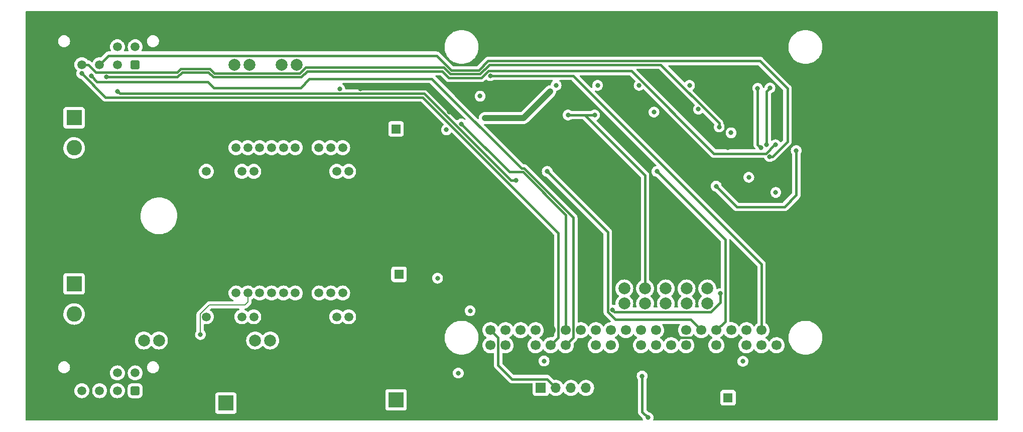
<source format=gbr>
%TF.GenerationSoftware,KiCad,Pcbnew,(6.0.0)*%
%TF.CreationDate,2022-01-20T20:45:04-08:00*%
%TF.ProjectId,dish-controller,64697368-2d63-46f6-9e74-726f6c6c6572,rev?*%
%TF.SameCoordinates,Original*%
%TF.FileFunction,Copper,L4,Bot*%
%TF.FilePolarity,Positive*%
%FSLAX46Y46*%
G04 Gerber Fmt 4.6, Leading zero omitted, Abs format (unit mm)*
G04 Created by KiCad (PCBNEW (6.0.0)) date 2022-01-20 20:45:04*
%MOMM*%
%LPD*%
G01*
G04 APERTURE LIST*
G04 Aperture macros list*
%AMRoundRect*
0 Rectangle with rounded corners*
0 $1 Rounding radius*
0 $2 $3 $4 $5 $6 $7 $8 $9 X,Y pos of 4 corners*
0 Add a 4 corners polygon primitive as box body*
4,1,4,$2,$3,$4,$5,$6,$7,$8,$9,$2,$3,0*
0 Add four circle primitives for the rounded corners*
1,1,$1+$1,$2,$3*
1,1,$1+$1,$4,$5*
1,1,$1+$1,$6,$7*
1,1,$1+$1,$8,$9*
0 Add four rect primitives between the rounded corners*
20,1,$1+$1,$2,$3,$4,$5,0*
20,1,$1+$1,$4,$5,$6,$7,0*
20,1,$1+$1,$6,$7,$8,$9,0*
20,1,$1+$1,$8,$9,$2,$3,0*%
G04 Aperture macros list end*
%TA.AperFunction,ComponentPad*%
%ADD10R,1.700000X1.700000*%
%TD*%
%TA.AperFunction,ComponentPad*%
%ADD11O,1.700000X1.700000*%
%TD*%
%TA.AperFunction,ComponentPad*%
%ADD12C,1.700000*%
%TD*%
%TA.AperFunction,ComponentPad*%
%ADD13C,1.500000*%
%TD*%
%TA.AperFunction,ComponentPad*%
%ADD14R,2.600000X2.600000*%
%TD*%
%TA.AperFunction,ComponentPad*%
%ADD15C,2.600000*%
%TD*%
%TA.AperFunction,ComponentPad*%
%ADD16RoundRect,0.250001X0.499999X0.499999X-0.499999X0.499999X-0.499999X-0.499999X0.499999X-0.499999X0*%
%TD*%
%TA.AperFunction,ComponentPad*%
%ADD17R,1.600000X1.600000*%
%TD*%
%TA.AperFunction,ComponentPad*%
%ADD18C,1.600000*%
%TD*%
%TA.AperFunction,ComponentPad*%
%ADD19C,2.000000*%
%TD*%
%TA.AperFunction,ViaPad*%
%ADD20C,0.800000*%
%TD*%
%TA.AperFunction,Conductor*%
%ADD21C,0.400000*%
%TD*%
%TA.AperFunction,Conductor*%
%ADD22C,1.000000*%
%TD*%
%TA.AperFunction,Conductor*%
%ADD23C,0.200000*%
%TD*%
G04 APERTURE END LIST*
D10*
%TO.P,J7,1,Pin_1*%
%TO.N,+5V*%
X105425000Y-104000000D03*
D11*
%TO.P,J7,2,Pin_2*%
%TO.N,+3V3*%
X107965000Y-104000000D03*
%TO.P,J7,3,Pin_3*%
%TO.N,/GPIO_2*%
X110505000Y-104000000D03*
%TO.P,J7,4,Pin_4*%
%TO.N,/GPIO_3*%
X113045000Y-104000000D03*
%TO.P,J7,5,Pin_5*%
%TO.N,GND*%
X115585000Y-104000000D03*
%TD*%
D12*
%TO.P,U1,1,3V3*%
%TO.N,+3V3*%
X96920000Y-94260000D03*
%TO.P,U1,2,5V*%
%TO.N,+5V*%
X96920000Y-96800000D03*
%TO.P,U1,3,GPIO2*%
%TO.N,/GPIO_2*%
X99460000Y-94260000D03*
%TO.P,U1,4,5V*%
%TO.N,+5V*%
X99460000Y-96800000D03*
%TO.P,U1,5,GPIO3*%
%TO.N,/GPIO_3*%
X102000000Y-94260000D03*
%TO.P,U1,6,GND*%
%TO.N,GND*%
X102000000Y-96800000D03*
%TO.P,U1,7,GPIO4*%
%TO.N,/STB1*%
X104540000Y-94260000D03*
%TO.P,U1,8,GPIO14*%
%TO.N,unconnected-(U1-Pad8)*%
X104540000Y-96800000D03*
%TO.P,U1,9,GND*%
%TO.N,GND*%
X107080000Y-94260000D03*
%TO.P,U1,10,GPIO15*%
%TO.N,Net-(D3-Pad2)*%
X107080000Y-96800000D03*
%TO.P,U1,11,GPIO17*%
%TO.N,/STB2*%
X109620000Y-94260000D03*
%TO.P,U1,12,GPIO18*%
%TO.N,Net-(D4-Pad2)*%
X109620000Y-96800000D03*
%TO.P,U1,13,GPIO27*%
%TO.N,/IN11*%
X112160000Y-94260000D03*
%TO.P,U1,14,GND*%
%TO.N,GND*%
X112160000Y-96800000D03*
%TO.P,U1,15,GPIO22*%
%TO.N,/IN21*%
X114700000Y-94260000D03*
%TO.P,U1,16,GPIO23*%
%TO.N,/EPWM1*%
X114700000Y-96800000D03*
%TO.P,U1,17,3V3*%
%TO.N,unconnected-(U1-Pad17)*%
X117240000Y-94260000D03*
%TO.P,U1,18,GPIO24*%
%TO.N,/EPWM2*%
X117240000Y-96800000D03*
%TO.P,U1,19,GPIO10*%
%TO.N,/SDI*%
X119780000Y-94260000D03*
%TO.P,U1,20,GND*%
%TO.N,GND*%
X119780000Y-96800000D03*
%TO.P,U1,21,GPIO9*%
%TO.N,/SDO*%
X122320000Y-94260000D03*
%TO.P,U1,22,GPIO25*%
%TO.N,unconnected-(U1-Pad22)*%
X122320000Y-96800000D03*
%TO.P,U1,23,GPIO11*%
%TO.N,/CLK*%
X124860000Y-94260000D03*
%TO.P,U1,24,GPIO8*%
%TO.N,/~{CS}1*%
X124860000Y-96800000D03*
%TO.P,U1,25,GND*%
%TO.N,GND*%
X127400000Y-94260000D03*
%TO.P,U1,26,GPIO7*%
%TO.N,/~{CS}2*%
X127400000Y-96800000D03*
%TO.P,U1,27,ID_SD*%
%TO.N,unconnected-(U1-Pad27)*%
X129940000Y-94260000D03*
%TO.P,U1,28,ID_SC*%
%TO.N,unconnected-(U1-Pad28)*%
X129940000Y-96800000D03*
%TO.P,U1,29,GPIO5*%
%TO.N,/IN12*%
X132480000Y-94260000D03*
%TO.P,U1,30,GND*%
%TO.N,GND*%
X132480000Y-96800000D03*
%TO.P,U1,31,GPIO6*%
%TO.N,/IN22*%
X135020000Y-94260000D03*
%TO.P,U1,32,GPIO12*%
%TO.N,/PWM2*%
X135020000Y-96800000D03*
%TO.P,U1,33,GPIO13*%
%TO.N,/A11*%
X137560000Y-94260000D03*
%TO.P,U1,34,GND*%
%TO.N,GND*%
X137560000Y-96800000D03*
%TO.P,U1,35,GPIO19*%
%TO.N,/A21*%
X140100000Y-94260000D03*
%TO.P,U1,36,GPIO16*%
%TO.N,/PWM1*%
X140100000Y-96800000D03*
%TO.P,U1,37,GPIO26*%
%TO.N,/A12*%
X142640000Y-94260000D03*
%TO.P,U1,38,GPIO20*%
%TO.N,/E_~{EN}*%
X142640000Y-96800000D03*
%TO.P,U1,39,GND*%
%TO.N,GND*%
X145180000Y-94260000D03*
%TO.P,U1,40,GPIO21*%
%TO.N,/A22*%
X145180000Y-96800000D03*
%TD*%
D13*
%TO.P,U4,1,ALERT1*%
%TO.N,/A12*%
X49000000Y-67500000D03*
%TO.P,U4,2,SGND*%
%TO.N,GND*%
X50000000Y-63500000D03*
%TO.P,U4,3,SELECT*%
X51000000Y-67500000D03*
%TO.P,U4,4,TEST1*%
X52000000Y-63500000D03*
%TO.P,U4,5,VREF*%
X53000000Y-67500000D03*
%TO.P,U4,6,VCC*%
%TO.N,+12V*%
X54000000Y-63500000D03*
%TO.P,U4,7,STBY*%
%TO.N,/STB2*%
X55000000Y-67500000D03*
%TO.P,U4,8,IN1*%
%TO.N,/IN12*%
X56000000Y-63500000D03*
%TO.P,U4,9,IN2*%
%TO.N,/IN22*%
X57000000Y-67500000D03*
%TO.P,U4,10,OUT2B*%
%TO.N,/EL-2*%
X58000000Y-63500000D03*
%TO.P,U4,11,RSB*%
%TO.N,GND*%
X59000000Y-67500000D03*
%TO.P,U4,12,OUT1B*%
%TO.N,/EL-1*%
X60000000Y-63500000D03*
%TO.P,U4,13,PGNDB*%
%TO.N,GND*%
X61000000Y-67500000D03*
%TO.P,U4,14,OUT2A*%
%TO.N,/EL-2*%
X62000000Y-63500000D03*
%TO.P,U4,15,RSA*%
%TO.N,GND*%
X63000000Y-67500000D03*
%TO.P,U4,16,OUT1A*%
%TO.N,/EL-1*%
X64000000Y-63500000D03*
%TO.P,U4,17,PGNDA*%
%TO.N,GND*%
X65000000Y-67500000D03*
%TO.P,U4,18,TEST2*%
X66000000Y-63500000D03*
%TO.P,U4,19,TEST3*%
X67000000Y-67500000D03*
%TO.P,U4,20,VCC*%
%TO.N,+12V*%
X68000000Y-63500000D03*
%TO.P,U4,21,TEST4*%
%TO.N,GND*%
X69000000Y-67500000D03*
%TO.P,U4,22,PWM*%
%TO.N,/PWM2*%
X70000000Y-63500000D03*
%TO.P,U4,23,OSC*%
%TO.N,Net-(R10-Pad2)*%
X71000000Y-67500000D03*
%TO.P,U4,24,Vreg*%
%TO.N,Net-(C5-Pad2)*%
X72000000Y-63500000D03*
%TO.P,U4,25,ALERT2*%
%TO.N,/A22*%
X73000000Y-67500000D03*
%TD*%
%TO.P,U3,1,ALERT1*%
%TO.N,/A11*%
X49000000Y-92000000D03*
%TO.P,U3,2,SGND*%
%TO.N,GND*%
X50000000Y-88000000D03*
%TO.P,U3,3,SELECT*%
X51000000Y-92000000D03*
%TO.P,U3,4,TEST1*%
X52000000Y-88000000D03*
%TO.P,U3,5,VREF*%
X53000000Y-92000000D03*
%TO.P,U3,6,VCC*%
%TO.N,+12V*%
X54000000Y-88000000D03*
%TO.P,U3,7,STBY*%
%TO.N,/STB1*%
X55000000Y-92000000D03*
%TO.P,U3,8,IN1*%
%TO.N,/IN11*%
X56000000Y-88000000D03*
%TO.P,U3,9,IN2*%
%TO.N,/IN21*%
X57000000Y-92000000D03*
%TO.P,U3,10,OUT2B*%
%TO.N,/AZ-2*%
X58000000Y-88000000D03*
%TO.P,U3,11,RSB*%
%TO.N,GND*%
X59000000Y-92000000D03*
%TO.P,U3,12,OUT1B*%
%TO.N,/AZ-1*%
X60000000Y-88000000D03*
%TO.P,U3,13,PGNDB*%
%TO.N,GND*%
X61000000Y-92000000D03*
%TO.P,U3,14,OUT2A*%
%TO.N,/AZ-2*%
X62000000Y-88000000D03*
%TO.P,U3,15,RSA*%
%TO.N,GND*%
X63000000Y-92000000D03*
%TO.P,U3,16,OUT1A*%
%TO.N,/AZ-1*%
X64000000Y-88000000D03*
%TO.P,U3,17,PGNDA*%
%TO.N,GND*%
X65000000Y-92000000D03*
%TO.P,U3,18,TEST2*%
X66000000Y-88000000D03*
%TO.P,U3,19,TEST3*%
X67000000Y-92000000D03*
%TO.P,U3,20,VCC*%
%TO.N,+12V*%
X68000000Y-88000000D03*
%TO.P,U3,21,TEST4*%
%TO.N,GND*%
X69000000Y-92000000D03*
%TO.P,U3,22,PWM*%
%TO.N,/PWM1*%
X70000000Y-88000000D03*
%TO.P,U3,23,OSC*%
%TO.N,Net-(R9-Pad2)*%
X71000000Y-92000000D03*
%TO.P,U3,24,Vreg*%
%TO.N,Net-(C4-Pad2)*%
X72000000Y-88000000D03*
%TO.P,U3,25,ALERT2*%
%TO.N,/A21*%
X73000000Y-92000000D03*
%TD*%
D14*
%TO.P,J6,1,Pin_1*%
%TO.N,/EL-2*%
X26700000Y-58460000D03*
D15*
%TO.P,J6,2,Pin_2*%
%TO.N,/EL-1*%
X26700000Y-63540000D03*
%TD*%
D14*
%TO.P,J5,1,Pin_1*%
%TO.N,/AZ-2*%
X26700000Y-86460000D03*
D15*
%TO.P,J5,2,Pin_2*%
%TO.N,/AZ-1*%
X26700000Y-91540000D03*
%TD*%
D16*
%TO.P,J4,1,Pin_1*%
%TO.N,+5V*%
X37000000Y-49500000D03*
D13*
%TO.P,J4,2,Pin_2*%
%TO.N,/SDI_OUT*%
X34000000Y-49500000D03*
%TO.P,J4,3,Pin_3*%
%TO.N,/SDO_IN1*%
X31000000Y-49500000D03*
%TO.P,J4,4,Pin_4*%
%TO.N,/CLK_OUT*%
X28000000Y-49500000D03*
%TO.P,J4,5,Pin_5*%
%TO.N,/~{CS}1_OUT*%
X37000000Y-46500000D03*
%TO.P,J4,6,Pin_6*%
%TO.N,/EPWM1_IN*%
X34000000Y-46500000D03*
%TO.P,J4,7,Pin_7*%
%TO.N,GND*%
X31000000Y-46500000D03*
%TO.P,J4,8,Pin_8*%
X28000000Y-46500000D03*
%TD*%
D16*
%TO.P,J3,1,Pin_1*%
%TO.N,+5V*%
X37000000Y-104460000D03*
D13*
%TO.P,J3,2,Pin_2*%
%TO.N,/SDI_OUT*%
X34000000Y-104460000D03*
%TO.P,J3,3,Pin_3*%
%TO.N,/SDO_IN2*%
X31000000Y-104460000D03*
%TO.P,J3,4,Pin_4*%
%TO.N,/CLK_OUT*%
X28000000Y-104460000D03*
%TO.P,J3,5,Pin_5*%
%TO.N,/~{CS}2_OUT*%
X37000000Y-101460000D03*
%TO.P,J3,6,Pin_6*%
%TO.N,/EPWM2_IN*%
X34000000Y-101460000D03*
%TO.P,J3,7,Pin_7*%
%TO.N,GND*%
X31000000Y-101460000D03*
%TO.P,J3,8,Pin_8*%
X28000000Y-101460000D03*
%TD*%
D14*
%TO.P,J2,1,Pin_1*%
%TO.N,+5V*%
X81000000Y-106000000D03*
D15*
%TO.P,J2,2,Pin_2*%
%TO.N,GND*%
X81000000Y-100920000D03*
%TD*%
D14*
%TO.P,J1,1,Pin_1*%
%TO.N,+12V*%
X52300000Y-106545000D03*
D15*
%TO.P,J1,2,Pin_2*%
%TO.N,GND*%
X52300000Y-101465000D03*
%TD*%
D17*
%TO.P,C3,1*%
%TO.N,+12V*%
X81000000Y-60347349D03*
D18*
%TO.P,C3,2*%
%TO.N,GND*%
X81000000Y-63847349D03*
%TD*%
D17*
%TO.P,C2,1*%
%TO.N,+5V*%
X137000000Y-105652651D03*
D18*
%TO.P,C2,2*%
%TO.N,GND*%
X137000000Y-102152651D03*
%TD*%
%TO.P,C1,2*%
%TO.N,GND*%
X81500000Y-88347349D03*
D17*
%TO.P,C1,1*%
%TO.N,+12V*%
X81500000Y-84847349D03*
%TD*%
D19*
%TO.P,TP3,1,1*%
%TO.N,/SDI*%
X119500000Y-89770000D03*
X119500000Y-87230000D03*
%TD*%
%TO.P,TP1,1,1*%
%TO.N,/IN11*%
X41000000Y-96000000D03*
X38460000Y-96000000D03*
%TD*%
%TO.P,TP5,1,1*%
%TO.N,/CLK*%
X126500000Y-89770000D03*
X126500000Y-87230000D03*
%TD*%
%TO.P,TP8,1,1*%
%TO.N,/~{CS}1*%
X130000000Y-89770000D03*
X130000000Y-87230000D03*
%TD*%
%TO.P,TP2,1,1*%
%TO.N,/IN21*%
X57230000Y-96000000D03*
X59770000Y-96000000D03*
%TD*%
%TO.P,TP4,1,1*%
%TO.N,/SDO*%
X123000000Y-89770000D03*
X123000000Y-87230000D03*
%TD*%
%TO.P,TP7,1,1*%
%TO.N,/IN22*%
X64270000Y-49500000D03*
X61730000Y-49500000D03*
%TD*%
%TO.P,TP6,1,1*%
%TO.N,/IN12*%
X56270000Y-49500000D03*
X53730000Y-49500000D03*
%TD*%
%TO.P,TP9,1,1*%
%TO.N,/~{CS}2*%
X133500000Y-89770000D03*
X133500000Y-87230000D03*
%TD*%
D20*
%TO.N,/PWM1*%
X91500000Y-101500000D03*
X88000000Y-85500000D03*
%TO.N,+12V*%
X122500000Y-102000000D03*
%TO.N,/EPWM2*%
X132000000Y-57000000D03*
%TO.N,/EPWM1*%
X124500000Y-57500000D03*
%TO.N,+12V*%
X123500002Y-109000000D03*
%TO.N,GND*%
X138500000Y-81000000D03*
X133500000Y-80500000D03*
X131000000Y-79000000D03*
X126500000Y-76000000D03*
X139500000Y-84500000D03*
X146500000Y-82000000D03*
X101000000Y-54500000D03*
X106000000Y-58000000D03*
X112000000Y-63500000D03*
%TO.N,+5V*%
X145050000Y-71050000D03*
%TO.N,GND*%
X138000000Y-66500000D03*
%TO.N,+5V*%
X137500000Y-61000000D03*
X115000000Y-53000000D03*
X122000000Y-53000000D03*
X130500000Y-53000000D03*
X108000000Y-53000000D03*
%TO.N,/E_~{EN}*%
X140500000Y-68500000D03*
%TO.N,GND*%
X90780634Y-104459297D03*
%TO.N,/A21*%
X93500000Y-91000000D03*
%TO.N,/STB1*%
X105965686Y-99448522D03*
%TO.N,/A11*%
X139500000Y-99500000D03*
%TO.N,GND*%
X127065332Y-63065332D03*
%TO.N,/A22*%
X89500000Y-60500000D03*
%TO.N,GND*%
X90000000Y-57500000D03*
X87684667Y-60815333D03*
%TO.N,Net-(C5-Pad2)*%
X71500000Y-53600990D03*
%TO.N,GND*%
X75000000Y-53600990D03*
%TO.N,/A12*%
X96878053Y-51378053D03*
%TO.N,/STB2*%
X92000000Y-59500000D03*
%TO.N,/IN22*%
X95179745Y-54820255D03*
%TO.N,/IN12*%
X106500000Y-67500000D03*
%TO.N,/IN22*%
X125000000Y-67500000D03*
%TO.N,+3V3*%
X135700500Y-88091783D03*
X117498150Y-90875425D03*
%TO.N,/IN11*%
X48000000Y-95000000D03*
%TO.N,/CLK_OUT*%
X135500000Y-60000000D03*
%TO.N,/SDO_IN1*%
X144000000Y-65000000D03*
%TO.N,/SDO*%
X114500000Y-58000000D03*
X110000000Y-58000000D03*
%TO.N,+3V3*%
X107000000Y-54000000D03*
X96000000Y-58500000D03*
%TO.N,/SDO_IN2*%
X145000000Y-63000000D03*
%TO.N,GND*%
X137000000Y-63500000D03*
X147000000Y-70500000D03*
%TO.N,/EPWM2_IN*%
X148500000Y-64000000D03*
X101200500Y-69000000D03*
X135000000Y-70000000D03*
X34000000Y-54000000D03*
%TO.N,/SDI_OUT*%
X142000000Y-53500000D03*
X142524500Y-63500000D03*
%TO.N,Net-(D3-Pad2)*%
X28000000Y-51000000D03*
%TO.N,Net-(D4-Pad2)*%
X29565332Y-51434668D03*
%TO.N,GND*%
X28500000Y-74500000D03*
%TO.N,/~{CS}1_OUT*%
X144065332Y-53434668D03*
X143500000Y-63000000D03*
%TO.N,/SDO_IN2*%
X32152869Y-51600989D03*
%TO.N,GND*%
X78184667Y-83315333D03*
%TD*%
D21*
%TO.N,+12V*%
X122500000Y-102000000D02*
X122500000Y-107999998D01*
X122500000Y-107999998D02*
X123500002Y-109000000D01*
%TO.N,GND*%
X94000000Y-107500000D02*
X90959297Y-104459297D01*
X117500000Y-107500000D02*
X94000000Y-107500000D01*
X121000000Y-104000000D02*
X117500000Y-107500000D01*
X90959297Y-104459297D02*
X90780634Y-104459297D01*
%TO.N,+3V3*%
X106465000Y-102500000D02*
X107965000Y-104000000D01*
X98210489Y-100170489D02*
X100540000Y-102500000D01*
X100540000Y-102500000D02*
X106465000Y-102500000D01*
X98210489Y-95550489D02*
X98210489Y-100170489D01*
X96920000Y-94260000D02*
X98210489Y-95550489D01*
%TO.N,/CLK_OUT*%
X125630666Y-49500000D02*
X135500000Y-59369334D01*
X96777604Y-49500000D02*
X125630666Y-49500000D01*
X89005827Y-50000001D02*
X90105337Y-51099511D01*
X65749211Y-50000000D02*
X89005827Y-50000001D01*
X64749209Y-51000000D02*
X65749211Y-50000000D01*
X50391344Y-51000000D02*
X64749209Y-51000000D01*
X49593322Y-50201978D02*
X50391344Y-51000000D01*
X44644733Y-50201977D02*
X49593322Y-50201978D01*
X44045222Y-50801488D02*
X44644733Y-50201977D01*
X30362148Y-50801488D02*
X44045222Y-50801488D01*
X29060660Y-49500000D02*
X30362148Y-50801488D01*
X90105337Y-51099511D02*
X95178094Y-51099510D01*
X95178094Y-51099510D02*
X96777604Y-49500000D01*
X135500000Y-59369334D02*
X135500000Y-60000000D01*
%TO.N,/IN12*%
X116698649Y-91206590D02*
X117992059Y-92500000D01*
X116698649Y-77698649D02*
X116698649Y-91206590D01*
%TO.N,/CLK_OUT*%
X28000000Y-49500000D02*
X29060660Y-49500000D01*
%TO.N,/IN12*%
X106500000Y-67500000D02*
X116698649Y-77698649D01*
%TO.N,+3V3*%
X117792236Y-91169511D02*
X117498150Y-90875425D01*
X134122772Y-91169511D02*
X117792236Y-91169511D01*
X135700500Y-89591783D02*
X134122772Y-91169511D01*
%TO.N,/IN12*%
X130720000Y-92500000D02*
X132480000Y-94260000D01*
X117992059Y-92500000D02*
X130720000Y-92500000D01*
%TO.N,+3V3*%
X135700500Y-88091783D02*
X135700500Y-89591783D01*
%TO.N,/SDO_IN1*%
X144500000Y-65000000D02*
X144000000Y-65000000D01*
X147000000Y-53500000D02*
X147000000Y-62500000D01*
X96529279Y-48900489D02*
X142400489Y-48900489D01*
X31000000Y-49500000D02*
X32500000Y-48000000D01*
%TO.N,/SDO_IN2*%
X44093557Y-51600989D02*
X32152869Y-51600989D01*
X44893058Y-50801488D02*
X44093557Y-51600989D01*
X49344997Y-50801489D02*
X44893058Y-50801488D01*
X50143018Y-51599510D02*
X49344997Y-50801489D01*
X65997536Y-50599511D02*
X64997534Y-51599511D01*
X88757502Y-50599512D02*
X65997536Y-50599511D01*
%TO.N,/SDO_IN1*%
X147000000Y-62500000D02*
X144500000Y-65000000D01*
%TO.N,/SDO_IN2*%
X89857011Y-51699021D02*
X88757502Y-50599512D01*
X95426419Y-51699021D02*
X89857011Y-51699021D01*
%TO.N,/SDO_IN1*%
X90353662Y-50500000D02*
X94929768Y-50500000D01*
%TO.N,/SDO_IN2*%
X96546888Y-50578552D02*
X95426419Y-51699021D01*
X120709218Y-50578552D02*
X96546888Y-50578552D01*
X145000000Y-63000000D02*
X144869334Y-63000000D01*
X143369334Y-64500000D02*
X134630666Y-64500000D01*
X144869334Y-63000000D02*
X143369334Y-64500000D01*
%TO.N,/SDO_IN1*%
X94929768Y-50500000D02*
X96529279Y-48900489D01*
X87853662Y-48000000D02*
X90353662Y-50500000D01*
X32500000Y-48000000D02*
X87853662Y-48000000D01*
%TO.N,/SDO_IN2*%
X134630666Y-64500000D02*
X120709218Y-50578552D01*
X64997534Y-51599511D02*
X50143018Y-51599510D01*
%TO.N,/SDO_IN1*%
X142400489Y-48900489D02*
X147000000Y-53500000D01*
D22*
%TO.N,+3V3*%
X102500000Y-58500000D02*
X107000000Y-54000000D01*
X96000000Y-58500000D02*
X102500000Y-58500000D01*
D21*
%TO.N,/SDO*%
X112812500Y-58000000D02*
X114500000Y-58000000D01*
%TO.N,/SDI_OUT*%
X142000000Y-62975500D02*
X142524500Y-63500000D01*
X142000000Y-53500000D02*
X142000000Y-62975500D01*
%TO.N,Net-(D3-Pad2)*%
X108370489Y-95509511D02*
X107080000Y-96800000D01*
X108370489Y-77870489D02*
X108370489Y-95509511D01*
X28000000Y-51000000D02*
X32000000Y-55000000D01*
%TO.N,/EPWM2_IN*%
X100347836Y-69000000D02*
X101200500Y-69000000D01*
X34400489Y-54400489D02*
X85748326Y-54400490D01*
%TO.N,GND*%
X86100990Y-53600990D02*
X75000000Y-53600990D01*
%TO.N,/EPWM2_IN*%
X34000000Y-54000000D02*
X34400489Y-54400489D01*
%TO.N,GND*%
X90000000Y-57500000D02*
X86100990Y-53600990D01*
%TO.N,/EPWM2_IN*%
X85748326Y-54400490D02*
X100347836Y-69000000D01*
%TO.N,Net-(D3-Pad2)*%
X85500000Y-55000000D02*
X108370489Y-77870489D01*
X32000000Y-55000000D02*
X85500000Y-55000000D01*
%TO.N,/A12*%
X110878054Y-51378054D02*
X96878053Y-51378053D01*
%TO.N,/STB2*%
X100100978Y-67600978D02*
X92000000Y-59500000D01*
%TO.N,Net-(D4-Pad2)*%
X50248325Y-53400489D02*
X49248325Y-52400489D01*
X66392228Y-51900490D02*
X64892229Y-53400489D01*
X87026342Y-51900490D02*
X66392228Y-51900490D01*
X64892229Y-53400489D02*
X50248325Y-53400489D01*
X102127329Y-67001477D02*
X87026342Y-51900490D01*
X102627315Y-67001477D02*
X102127329Y-67001477D01*
X110900490Y-75274652D02*
X102627315Y-67001477D01*
X110900490Y-95519510D02*
X110900490Y-75274652D01*
X30531153Y-52400489D02*
X29565332Y-51434668D01*
%TO.N,/STB2*%
X100720014Y-67600988D02*
X100720005Y-67600979D01*
X109620000Y-74841998D02*
X102378990Y-67600988D01*
%TO.N,Net-(D4-Pad2)*%
X49248325Y-52400489D02*
X30531153Y-52400489D01*
%TO.N,/STB2*%
X100720005Y-67600979D02*
X100100978Y-67600978D01*
%TO.N,Net-(D4-Pad2)*%
X109620000Y-96800000D02*
X110900490Y-95519510D01*
%TO.N,/STB2*%
X109620000Y-94260000D02*
X109620000Y-74841998D01*
X102378990Y-67600988D02*
X100720014Y-67600988D01*
%TO.N,GND*%
X128649511Y-95509511D02*
X131189511Y-95509511D01*
X131189511Y-95509511D02*
X132480000Y-96800000D01*
X127400000Y-94260000D02*
X128649511Y-95509511D01*
%TO.N,/SDO*%
X123000000Y-68187500D02*
X123000000Y-87230000D01*
X112812500Y-58000000D02*
X123000000Y-68187500D01*
%TO.N,/IN22*%
X136500000Y-92780000D02*
X135020000Y-94260000D01*
X125000000Y-67500000D02*
X136500000Y-79000000D01*
X136500000Y-79000000D02*
X136500000Y-92780000D01*
%TO.N,/A12*%
X142640000Y-94260000D02*
X142640000Y-83140000D01*
X142640000Y-83140000D02*
X110878054Y-51378054D01*
D23*
%TO.N,/IN11*%
X47950489Y-94950489D02*
X48000000Y-95000000D01*
X49515766Y-90000000D02*
X47950489Y-91565277D01*
X55500000Y-90000000D02*
X49515766Y-90000000D01*
X56000000Y-89500000D02*
X55500000Y-90000000D01*
X47950489Y-91565277D02*
X47950489Y-94950489D01*
X56000000Y-88000000D02*
X56000000Y-89500000D01*
D21*
%TO.N,/SDO*%
X110000000Y-58000000D02*
X112812500Y-58000000D01*
%TO.N,/EPWM2_IN*%
X146500000Y-73500000D02*
X148500000Y-71500000D01*
X148500000Y-71500000D02*
X148500000Y-64000000D01*
X138500000Y-73500000D02*
X146500000Y-73500000D01*
X135000000Y-70000000D02*
X138500000Y-73500000D01*
%TO.N,/~{CS}1_OUT*%
X143500000Y-63000000D02*
X143500000Y-54000000D01*
X143500000Y-54000000D02*
X144065332Y-53434668D01*
%TD*%
%TA.AperFunction,Conductor*%
%TO.N,GND*%
G36*
X182434121Y-40528002D02*
G01*
X182480614Y-40581658D01*
X182492000Y-40634000D01*
X182492000Y-109366000D01*
X182471998Y-109434121D01*
X182418342Y-109480614D01*
X182366000Y-109492000D01*
X124468818Y-109492000D01*
X124400697Y-109471998D01*
X124354204Y-109418342D01*
X124344100Y-109348068D01*
X124348983Y-109327071D01*
X124393544Y-109189928D01*
X124413506Y-109000000D01*
X124393544Y-108810072D01*
X124334529Y-108628444D01*
X124239042Y-108463056D01*
X124140398Y-108353500D01*
X124115677Y-108326045D01*
X124115676Y-108326044D01*
X124111255Y-108321134D01*
X123956754Y-108208882D01*
X123950726Y-108206198D01*
X123950724Y-108206197D01*
X123788321Y-108133891D01*
X123788320Y-108133891D01*
X123782290Y-108131206D01*
X123645591Y-108102150D01*
X123629433Y-108098715D01*
X123566535Y-108064563D01*
X123245405Y-107743433D01*
X123211379Y-107681121D01*
X123208500Y-107654338D01*
X123208500Y-106500785D01*
X135691500Y-106500785D01*
X135698255Y-106562967D01*
X135749385Y-106699356D01*
X135836739Y-106815912D01*
X135953295Y-106903266D01*
X136089684Y-106954396D01*
X136151866Y-106961151D01*
X137848134Y-106961151D01*
X137910316Y-106954396D01*
X138046705Y-106903266D01*
X138163261Y-106815912D01*
X138250615Y-106699356D01*
X138301745Y-106562967D01*
X138308500Y-106500785D01*
X138308500Y-104804517D01*
X138301745Y-104742335D01*
X138250615Y-104605946D01*
X138163261Y-104489390D01*
X138046705Y-104402036D01*
X137910316Y-104350906D01*
X137848134Y-104344151D01*
X136151866Y-104344151D01*
X136089684Y-104350906D01*
X135953295Y-104402036D01*
X135836739Y-104489390D01*
X135749385Y-104605946D01*
X135698255Y-104742335D01*
X135691500Y-104804517D01*
X135691500Y-106500785D01*
X123208500Y-106500785D01*
X123208500Y-102618744D01*
X123228502Y-102550623D01*
X123232564Y-102544683D01*
X123234621Y-102541852D01*
X123239040Y-102536944D01*
X123313197Y-102408500D01*
X123331223Y-102377279D01*
X123331224Y-102377278D01*
X123334527Y-102371556D01*
X123393542Y-102189928D01*
X123413504Y-102000000D01*
X123397381Y-101846601D01*
X123394232Y-101816635D01*
X123394232Y-101816633D01*
X123393542Y-101810072D01*
X123334527Y-101628444D01*
X123239040Y-101463056D01*
X123111253Y-101321134D01*
X122989932Y-101232989D01*
X122962094Y-101212763D01*
X122962093Y-101212762D01*
X122956752Y-101208882D01*
X122950724Y-101206198D01*
X122950722Y-101206197D01*
X122788319Y-101133891D01*
X122788318Y-101133891D01*
X122782288Y-101131206D01*
X122688888Y-101111353D01*
X122601944Y-101092872D01*
X122601939Y-101092872D01*
X122595487Y-101091500D01*
X122404513Y-101091500D01*
X122398061Y-101092872D01*
X122398056Y-101092872D01*
X122311112Y-101111353D01*
X122217712Y-101131206D01*
X122211682Y-101133891D01*
X122211681Y-101133891D01*
X122049278Y-101206197D01*
X122049276Y-101206198D01*
X122043248Y-101208882D01*
X122037907Y-101212762D01*
X122037906Y-101212763D01*
X122010068Y-101232989D01*
X121888747Y-101321134D01*
X121760960Y-101463056D01*
X121665473Y-101628444D01*
X121606458Y-101810072D01*
X121605768Y-101816633D01*
X121605768Y-101816635D01*
X121602619Y-101846601D01*
X121586496Y-102000000D01*
X121606458Y-102189928D01*
X121665473Y-102371556D01*
X121668776Y-102377278D01*
X121668777Y-102377279D01*
X121686803Y-102408500D01*
X121760960Y-102536944D01*
X121765379Y-102541852D01*
X121767436Y-102544683D01*
X121791295Y-102611551D01*
X121791500Y-102618744D01*
X121791500Y-107971086D01*
X121791208Y-107979656D01*
X121787275Y-108037350D01*
X121788580Y-108044827D01*
X121788580Y-108044828D01*
X121798261Y-108100297D01*
X121799223Y-108106819D01*
X121806898Y-108170240D01*
X121809581Y-108177341D01*
X121810222Y-108179950D01*
X121814685Y-108196260D01*
X121815450Y-108198796D01*
X121816757Y-108206282D01*
X121819811Y-108213239D01*
X121842442Y-108264793D01*
X121844933Y-108270897D01*
X121867513Y-108330654D01*
X121871817Y-108336917D01*
X121873054Y-108339283D01*
X121881299Y-108354095D01*
X121882632Y-108356349D01*
X121885685Y-108363303D01*
X121890307Y-108369326D01*
X121924579Y-108413989D01*
X121928459Y-108419330D01*
X121960339Y-108465718D01*
X121960344Y-108465723D01*
X121964643Y-108471979D01*
X121970313Y-108477030D01*
X121970314Y-108477032D01*
X122011161Y-108513425D01*
X122016438Y-108518406D01*
X122565338Y-109067307D01*
X122599363Y-109129619D01*
X122601552Y-109143232D01*
X122606460Y-109189928D01*
X122651019Y-109327066D01*
X122653047Y-109398031D01*
X122616385Y-109458829D01*
X122552672Y-109490154D01*
X122531186Y-109492000D01*
X18634000Y-109492000D01*
X18565879Y-109471998D01*
X18519386Y-109418342D01*
X18508000Y-109366000D01*
X18508000Y-107893134D01*
X50491500Y-107893134D01*
X50498255Y-107955316D01*
X50549385Y-108091705D01*
X50636739Y-108208261D01*
X50753295Y-108295615D01*
X50889684Y-108346745D01*
X50951866Y-108353500D01*
X53648134Y-108353500D01*
X53710316Y-108346745D01*
X53846705Y-108295615D01*
X53963261Y-108208261D01*
X54050615Y-108091705D01*
X54101745Y-107955316D01*
X54108500Y-107893134D01*
X54108500Y-107348134D01*
X79191500Y-107348134D01*
X79198255Y-107410316D01*
X79249385Y-107546705D01*
X79336739Y-107663261D01*
X79453295Y-107750615D01*
X79589684Y-107801745D01*
X79651866Y-107808500D01*
X82348134Y-107808500D01*
X82410316Y-107801745D01*
X82546705Y-107750615D01*
X82663261Y-107663261D01*
X82750615Y-107546705D01*
X82801745Y-107410316D01*
X82808500Y-107348134D01*
X82808500Y-104651866D01*
X82801745Y-104589684D01*
X82750615Y-104453295D01*
X82663261Y-104336739D01*
X82546705Y-104249385D01*
X82410316Y-104198255D01*
X82348134Y-104191500D01*
X79651866Y-104191500D01*
X79589684Y-104198255D01*
X79453295Y-104249385D01*
X79336739Y-104336739D01*
X79249385Y-104453295D01*
X79198255Y-104589684D01*
X79191500Y-104651866D01*
X79191500Y-107348134D01*
X54108500Y-107348134D01*
X54108500Y-105196866D01*
X54101745Y-105134684D01*
X54050615Y-104998295D01*
X53963261Y-104881739D01*
X53846705Y-104794385D01*
X53710316Y-104743255D01*
X53648134Y-104736500D01*
X50951866Y-104736500D01*
X50889684Y-104743255D01*
X50753295Y-104794385D01*
X50636739Y-104881739D01*
X50549385Y-104998295D01*
X50498255Y-105134684D01*
X50491500Y-105196866D01*
X50491500Y-107893134D01*
X18508000Y-107893134D01*
X18508000Y-104460000D01*
X26736693Y-104460000D01*
X26755885Y-104679371D01*
X26812880Y-104892076D01*
X26844701Y-104960316D01*
X26903618Y-105086666D01*
X26903621Y-105086671D01*
X26905944Y-105091653D01*
X26909100Y-105096160D01*
X26909101Y-105096162D01*
X27028650Y-105266895D01*
X27032251Y-105272038D01*
X27187962Y-105427749D01*
X27192471Y-105430906D01*
X27192473Y-105430908D01*
X27204774Y-105439521D01*
X27368346Y-105554056D01*
X27567924Y-105647120D01*
X27780629Y-105704115D01*
X28000000Y-105723307D01*
X28219371Y-105704115D01*
X28432076Y-105647120D01*
X28631654Y-105554056D01*
X28795226Y-105439521D01*
X28807527Y-105430908D01*
X28807529Y-105430906D01*
X28812038Y-105427749D01*
X28967749Y-105272038D01*
X28971351Y-105266895D01*
X29090899Y-105096162D01*
X29090900Y-105096160D01*
X29094056Y-105091653D01*
X29096379Y-105086671D01*
X29096382Y-105086666D01*
X29155299Y-104960316D01*
X29187120Y-104892076D01*
X29244115Y-104679371D01*
X29263307Y-104460000D01*
X29736693Y-104460000D01*
X29755885Y-104679371D01*
X29812880Y-104892076D01*
X29844701Y-104960316D01*
X29903618Y-105086666D01*
X29903621Y-105086671D01*
X29905944Y-105091653D01*
X29909100Y-105096160D01*
X29909101Y-105096162D01*
X30028650Y-105266895D01*
X30032251Y-105272038D01*
X30187962Y-105427749D01*
X30192471Y-105430906D01*
X30192473Y-105430908D01*
X30204774Y-105439521D01*
X30368346Y-105554056D01*
X30567924Y-105647120D01*
X30780629Y-105704115D01*
X31000000Y-105723307D01*
X31219371Y-105704115D01*
X31432076Y-105647120D01*
X31631654Y-105554056D01*
X31795226Y-105439521D01*
X31807527Y-105430908D01*
X31807529Y-105430906D01*
X31812038Y-105427749D01*
X31967749Y-105272038D01*
X31971351Y-105266895D01*
X32090899Y-105096162D01*
X32090900Y-105096160D01*
X32094056Y-105091653D01*
X32096379Y-105086671D01*
X32096382Y-105086666D01*
X32155299Y-104960316D01*
X32187120Y-104892076D01*
X32244115Y-104679371D01*
X32263307Y-104460000D01*
X32736693Y-104460000D01*
X32755885Y-104679371D01*
X32812880Y-104892076D01*
X32844701Y-104960316D01*
X32903618Y-105086666D01*
X32903621Y-105086671D01*
X32905944Y-105091653D01*
X32909100Y-105096160D01*
X32909101Y-105096162D01*
X33028650Y-105266895D01*
X33032251Y-105272038D01*
X33187962Y-105427749D01*
X33192471Y-105430906D01*
X33192473Y-105430908D01*
X33204774Y-105439521D01*
X33368346Y-105554056D01*
X33567924Y-105647120D01*
X33780629Y-105704115D01*
X34000000Y-105723307D01*
X34219371Y-105704115D01*
X34432076Y-105647120D01*
X34631654Y-105554056D01*
X34795226Y-105439521D01*
X34807527Y-105430908D01*
X34807529Y-105430906D01*
X34812038Y-105427749D01*
X34967749Y-105272038D01*
X34971351Y-105266895D01*
X35090899Y-105096162D01*
X35090900Y-105096160D01*
X35094056Y-105091653D01*
X35096379Y-105086671D01*
X35096382Y-105086666D01*
X35131945Y-105010400D01*
X35741500Y-105010400D01*
X35741837Y-105013646D01*
X35741837Y-105013650D01*
X35750455Y-105096705D01*
X35752474Y-105116165D01*
X35754655Y-105122701D01*
X35754655Y-105122703D01*
X35770734Y-105170896D01*
X35808450Y-105283945D01*
X35901522Y-105434348D01*
X36026697Y-105559305D01*
X36032927Y-105563145D01*
X36032928Y-105563146D01*
X36170090Y-105647694D01*
X36177262Y-105652115D01*
X36257005Y-105678564D01*
X36338611Y-105705632D01*
X36338613Y-105705632D01*
X36345139Y-105707797D01*
X36351975Y-105708497D01*
X36351978Y-105708498D01*
X36395031Y-105712909D01*
X36449600Y-105718500D01*
X37550400Y-105718500D01*
X37553646Y-105718163D01*
X37553650Y-105718163D01*
X37649307Y-105708238D01*
X37649311Y-105708237D01*
X37656165Y-105707526D01*
X37662701Y-105705345D01*
X37662703Y-105705345D01*
X37794805Y-105661272D01*
X37823945Y-105651550D01*
X37974348Y-105558478D01*
X38099305Y-105433303D01*
X38143814Y-105361097D01*
X38188275Y-105288968D01*
X38188276Y-105288966D01*
X38192115Y-105282738D01*
X38230208Y-105167892D01*
X38245632Y-105121389D01*
X38245632Y-105121387D01*
X38247797Y-105114861D01*
X38258500Y-105010400D01*
X38258500Y-103909600D01*
X38250587Y-103833334D01*
X38248238Y-103810693D01*
X38248237Y-103810689D01*
X38247526Y-103803835D01*
X38240416Y-103782522D01*
X38197027Y-103652473D01*
X38191550Y-103636055D01*
X38098478Y-103485652D01*
X37973303Y-103360695D01*
X37958373Y-103351492D01*
X37828968Y-103271725D01*
X37828966Y-103271724D01*
X37822738Y-103267885D01*
X37742995Y-103241436D01*
X37661389Y-103214368D01*
X37661387Y-103214368D01*
X37654861Y-103212203D01*
X37648025Y-103211503D01*
X37648022Y-103211502D01*
X37604969Y-103207091D01*
X37550400Y-103201500D01*
X36449600Y-103201500D01*
X36446354Y-103201837D01*
X36446350Y-103201837D01*
X36350693Y-103211762D01*
X36350689Y-103211763D01*
X36343835Y-103212474D01*
X36337299Y-103214655D01*
X36337297Y-103214655D01*
X36295793Y-103228502D01*
X36176055Y-103268450D01*
X36025652Y-103361522D01*
X35900695Y-103486697D01*
X35807885Y-103637262D01*
X35805581Y-103644209D01*
X35759705Y-103782522D01*
X35752203Y-103805139D01*
X35741500Y-103909600D01*
X35741500Y-105010400D01*
X35131945Y-105010400D01*
X35155299Y-104960316D01*
X35187120Y-104892076D01*
X35244115Y-104679371D01*
X35263307Y-104460000D01*
X35244115Y-104240629D01*
X35187120Y-104027924D01*
X35130429Y-103906350D01*
X35096382Y-103833334D01*
X35096379Y-103833329D01*
X35094056Y-103828347D01*
X35090899Y-103823838D01*
X34970908Y-103652473D01*
X34970906Y-103652470D01*
X34967749Y-103647962D01*
X34812038Y-103492251D01*
X34804107Y-103486697D01*
X34732759Y-103436739D01*
X34631654Y-103365944D01*
X34432076Y-103272880D01*
X34219371Y-103215885D01*
X34000000Y-103196693D01*
X33780629Y-103215885D01*
X33567924Y-103272880D01*
X33516083Y-103297054D01*
X33373334Y-103363618D01*
X33373329Y-103363621D01*
X33368347Y-103365944D01*
X33363840Y-103369100D01*
X33363838Y-103369101D01*
X33192473Y-103489092D01*
X33192470Y-103489094D01*
X33187962Y-103492251D01*
X33032251Y-103647962D01*
X33029094Y-103652470D01*
X33029092Y-103652473D01*
X32909101Y-103823838D01*
X32905944Y-103828347D01*
X32903621Y-103833329D01*
X32903618Y-103833334D01*
X32869571Y-103906350D01*
X32812880Y-104027924D01*
X32755885Y-104240629D01*
X32736693Y-104460000D01*
X32263307Y-104460000D01*
X32244115Y-104240629D01*
X32187120Y-104027924D01*
X32130429Y-103906350D01*
X32096382Y-103833334D01*
X32096379Y-103833329D01*
X32094056Y-103828347D01*
X32090899Y-103823838D01*
X31970908Y-103652473D01*
X31970906Y-103652470D01*
X31967749Y-103647962D01*
X31812038Y-103492251D01*
X31804107Y-103486697D01*
X31732759Y-103436739D01*
X31631654Y-103365944D01*
X31432076Y-103272880D01*
X31219371Y-103215885D01*
X31000000Y-103196693D01*
X30780629Y-103215885D01*
X30567924Y-103272880D01*
X30516083Y-103297054D01*
X30373334Y-103363618D01*
X30373329Y-103363621D01*
X30368347Y-103365944D01*
X30363840Y-103369100D01*
X30363838Y-103369101D01*
X30192473Y-103489092D01*
X30192470Y-103489094D01*
X30187962Y-103492251D01*
X30032251Y-103647962D01*
X30029094Y-103652470D01*
X30029092Y-103652473D01*
X29909101Y-103823838D01*
X29905944Y-103828347D01*
X29903621Y-103833329D01*
X29903618Y-103833334D01*
X29869571Y-103906350D01*
X29812880Y-104027924D01*
X29755885Y-104240629D01*
X29736693Y-104460000D01*
X29263307Y-104460000D01*
X29244115Y-104240629D01*
X29187120Y-104027924D01*
X29130429Y-103906350D01*
X29096382Y-103833334D01*
X29096379Y-103833329D01*
X29094056Y-103828347D01*
X29090899Y-103823838D01*
X28970908Y-103652473D01*
X28970906Y-103652470D01*
X28967749Y-103647962D01*
X28812038Y-103492251D01*
X28804107Y-103486697D01*
X28732759Y-103436739D01*
X28631654Y-103365944D01*
X28432076Y-103272880D01*
X28219371Y-103215885D01*
X28000000Y-103196693D01*
X27780629Y-103215885D01*
X27567924Y-103272880D01*
X27516083Y-103297054D01*
X27373334Y-103363618D01*
X27373329Y-103363621D01*
X27368347Y-103365944D01*
X27363840Y-103369100D01*
X27363838Y-103369101D01*
X27192473Y-103489092D01*
X27192470Y-103489094D01*
X27187962Y-103492251D01*
X27032251Y-103647962D01*
X27029094Y-103652470D01*
X27029092Y-103652473D01*
X26909101Y-103823838D01*
X26905944Y-103828347D01*
X26903621Y-103833329D01*
X26903618Y-103833334D01*
X26869571Y-103906350D01*
X26812880Y-104027924D01*
X26755885Y-104240629D01*
X26736693Y-104460000D01*
X18508000Y-104460000D01*
X18508000Y-100512925D01*
X23986645Y-100512925D01*
X23993157Y-100584480D01*
X24002427Y-100686335D01*
X24004570Y-100709888D01*
X24060410Y-100899619D01*
X24063263Y-100905077D01*
X24063265Y-100905081D01*
X24110720Y-100995853D01*
X24152040Y-101074890D01*
X24275968Y-101229025D01*
X24280692Y-101232989D01*
X24283469Y-101235319D01*
X24427474Y-101356154D01*
X24432872Y-101359121D01*
X24432877Y-101359125D01*
X24576180Y-101437905D01*
X24600787Y-101451433D01*
X24606654Y-101453294D01*
X24606656Y-101453295D01*
X24753889Y-101500000D01*
X24789306Y-101511235D01*
X24943227Y-101528500D01*
X25049769Y-101528500D01*
X25052825Y-101528200D01*
X25052832Y-101528200D01*
X25111340Y-101522463D01*
X25196833Y-101514080D01*
X25202734Y-101512298D01*
X25202736Y-101512298D01*
X25346893Y-101468774D01*
X25375954Y-101460000D01*
X32736693Y-101460000D01*
X32755885Y-101679371D01*
X32812880Y-101892076D01*
X32847001Y-101965248D01*
X32903618Y-102086666D01*
X32903621Y-102086671D01*
X32905944Y-102091653D01*
X32909100Y-102096160D01*
X32909101Y-102096162D01*
X32963573Y-102173955D01*
X33032251Y-102272038D01*
X33187962Y-102427749D01*
X33368346Y-102554056D01*
X33567924Y-102647120D01*
X33780629Y-102704115D01*
X34000000Y-102723307D01*
X34219371Y-102704115D01*
X34432076Y-102647120D01*
X34631654Y-102554056D01*
X34812038Y-102427749D01*
X34967749Y-102272038D01*
X35036428Y-102173955D01*
X35090899Y-102096162D01*
X35090900Y-102096160D01*
X35094056Y-102091653D01*
X35096379Y-102086671D01*
X35096382Y-102086666D01*
X35152999Y-101965248D01*
X35187120Y-101892076D01*
X35244115Y-101679371D01*
X35263307Y-101460000D01*
X35736693Y-101460000D01*
X35755885Y-101679371D01*
X35812880Y-101892076D01*
X35847001Y-101965248D01*
X35903618Y-102086666D01*
X35903621Y-102086671D01*
X35905944Y-102091653D01*
X35909100Y-102096160D01*
X35909101Y-102096162D01*
X35963573Y-102173955D01*
X36032251Y-102272038D01*
X36187962Y-102427749D01*
X36368346Y-102554056D01*
X36567924Y-102647120D01*
X36780629Y-102704115D01*
X37000000Y-102723307D01*
X37219371Y-102704115D01*
X37432076Y-102647120D01*
X37631654Y-102554056D01*
X37812038Y-102427749D01*
X37967749Y-102272038D01*
X38036428Y-102173955D01*
X38090899Y-102096162D01*
X38090900Y-102096160D01*
X38094056Y-102091653D01*
X38096379Y-102086671D01*
X38096382Y-102086666D01*
X38152999Y-101965248D01*
X38187120Y-101892076D01*
X38244115Y-101679371D01*
X38263307Y-101460000D01*
X38244115Y-101240629D01*
X38187120Y-101027924D01*
X38127291Y-100899619D01*
X38096382Y-100833334D01*
X38096379Y-100833329D01*
X38094056Y-100828347D01*
X38090899Y-100823838D01*
X37970908Y-100652473D01*
X37970906Y-100652470D01*
X37967749Y-100647962D01*
X37832712Y-100512925D01*
X38986645Y-100512925D01*
X38993157Y-100584480D01*
X39002427Y-100686335D01*
X39004570Y-100709888D01*
X39060410Y-100899619D01*
X39063263Y-100905077D01*
X39063265Y-100905081D01*
X39110720Y-100995853D01*
X39152040Y-101074890D01*
X39275968Y-101229025D01*
X39280692Y-101232989D01*
X39283469Y-101235319D01*
X39427474Y-101356154D01*
X39432872Y-101359121D01*
X39432877Y-101359125D01*
X39576180Y-101437905D01*
X39600787Y-101451433D01*
X39606654Y-101453294D01*
X39606656Y-101453295D01*
X39753889Y-101500000D01*
X39789306Y-101511235D01*
X39943227Y-101528500D01*
X40049769Y-101528500D01*
X40052825Y-101528200D01*
X40052832Y-101528200D01*
X40111340Y-101522463D01*
X40196833Y-101514080D01*
X40202734Y-101512298D01*
X40202736Y-101512298D01*
X40243469Y-101500000D01*
X90586496Y-101500000D01*
X90606458Y-101689928D01*
X90665473Y-101871556D01*
X90760960Y-102036944D01*
X90888747Y-102178866D01*
X91043248Y-102291118D01*
X91049276Y-102293802D01*
X91049278Y-102293803D01*
X91209799Y-102365271D01*
X91217712Y-102368794D01*
X91311113Y-102388647D01*
X91398056Y-102407128D01*
X91398061Y-102407128D01*
X91404513Y-102408500D01*
X91595487Y-102408500D01*
X91601939Y-102407128D01*
X91601944Y-102407128D01*
X91688887Y-102388647D01*
X91782288Y-102368794D01*
X91790201Y-102365271D01*
X91950722Y-102293803D01*
X91950724Y-102293802D01*
X91956752Y-102291118D01*
X92111253Y-102178866D01*
X92239040Y-102036944D01*
X92334527Y-101871556D01*
X92393542Y-101689928D01*
X92413504Y-101500000D01*
X92408595Y-101453295D01*
X92394232Y-101316635D01*
X92394232Y-101316633D01*
X92393542Y-101310072D01*
X92334527Y-101128444D01*
X92313990Y-101092872D01*
X92276492Y-101027924D01*
X92239040Y-100963056D01*
X92111253Y-100821134D01*
X91956752Y-100708882D01*
X91950724Y-100706198D01*
X91950722Y-100706197D01*
X91788319Y-100633891D01*
X91788318Y-100633891D01*
X91782288Y-100631206D01*
X91688888Y-100611353D01*
X91601944Y-100592872D01*
X91601939Y-100592872D01*
X91595487Y-100591500D01*
X91404513Y-100591500D01*
X91398061Y-100592872D01*
X91398056Y-100592872D01*
X91311113Y-100611353D01*
X91217712Y-100631206D01*
X91211682Y-100633891D01*
X91211681Y-100633891D01*
X91049278Y-100706197D01*
X91049276Y-100706198D01*
X91043248Y-100708882D01*
X90888747Y-100821134D01*
X90760960Y-100963056D01*
X90723508Y-101027924D01*
X90686011Y-101092872D01*
X90665473Y-101128444D01*
X90606458Y-101310072D01*
X90605768Y-101316633D01*
X90605768Y-101316635D01*
X90591405Y-101453295D01*
X90586496Y-101500000D01*
X40243469Y-101500000D01*
X40346893Y-101468774D01*
X40386169Y-101456916D01*
X40560796Y-101364066D01*
X40647062Y-101293709D01*
X40709287Y-101242960D01*
X40709290Y-101242957D01*
X40714062Y-101239065D01*
X40741253Y-101206197D01*
X40836201Y-101091425D01*
X40836203Y-101091421D01*
X40840130Y-101086675D01*
X40934198Y-100912701D01*
X40992682Y-100723768D01*
X41000175Y-100652473D01*
X41012711Y-100533204D01*
X41012711Y-100533202D01*
X41013355Y-100527075D01*
X41000310Y-100383730D01*
X40995989Y-100336251D01*
X40995988Y-100336248D01*
X40995430Y-100330112D01*
X40982812Y-100287237D01*
X40959444Y-100207841D01*
X40939590Y-100140381D01*
X40934828Y-100131271D01*
X40882525Y-100031226D01*
X40847960Y-99965110D01*
X40724032Y-99810975D01*
X40717727Y-99805684D01*
X40701334Y-99791929D01*
X40572526Y-99683846D01*
X40567128Y-99680879D01*
X40567123Y-99680875D01*
X40404608Y-99591533D01*
X40404609Y-99591533D01*
X40399213Y-99588567D01*
X40393346Y-99586706D01*
X40393344Y-99586705D01*
X40216564Y-99530627D01*
X40216563Y-99530627D01*
X40210694Y-99528765D01*
X40056773Y-99511500D01*
X39950231Y-99511500D01*
X39947175Y-99511800D01*
X39947168Y-99511800D01*
X39888660Y-99517537D01*
X39803167Y-99525920D01*
X39797266Y-99527702D01*
X39797264Y-99527702D01*
X39723947Y-99549838D01*
X39613831Y-99583084D01*
X39439204Y-99675934D01*
X39352938Y-99746291D01*
X39290713Y-99797040D01*
X39290710Y-99797043D01*
X39285938Y-99800935D01*
X39282011Y-99805682D01*
X39282009Y-99805684D01*
X39163799Y-99948575D01*
X39163797Y-99948579D01*
X39159870Y-99953325D01*
X39065802Y-100127299D01*
X39007318Y-100316232D01*
X39006674Y-100322357D01*
X39006674Y-100322358D01*
X38994488Y-100438305D01*
X38986645Y-100512925D01*
X37832712Y-100512925D01*
X37812038Y-100492251D01*
X37631654Y-100365944D01*
X37432076Y-100272880D01*
X37219371Y-100215885D01*
X37000000Y-100196693D01*
X36780629Y-100215885D01*
X36567924Y-100272880D01*
X36487576Y-100310347D01*
X36373334Y-100363618D01*
X36373329Y-100363621D01*
X36368347Y-100365944D01*
X36363840Y-100369100D01*
X36363838Y-100369101D01*
X36192473Y-100489092D01*
X36192470Y-100489094D01*
X36187962Y-100492251D01*
X36032251Y-100647962D01*
X36029094Y-100652470D01*
X36029092Y-100652473D01*
X35909101Y-100823838D01*
X35905944Y-100828347D01*
X35903621Y-100833329D01*
X35903618Y-100833334D01*
X35872709Y-100899619D01*
X35812880Y-101027924D01*
X35755885Y-101240629D01*
X35736693Y-101460000D01*
X35263307Y-101460000D01*
X35244115Y-101240629D01*
X35187120Y-101027924D01*
X35127291Y-100899619D01*
X35096382Y-100833334D01*
X35096379Y-100833329D01*
X35094056Y-100828347D01*
X35090899Y-100823838D01*
X34970908Y-100652473D01*
X34970906Y-100652470D01*
X34967749Y-100647962D01*
X34812038Y-100492251D01*
X34631654Y-100365944D01*
X34432076Y-100272880D01*
X34219371Y-100215885D01*
X34000000Y-100196693D01*
X33780629Y-100215885D01*
X33567924Y-100272880D01*
X33487576Y-100310347D01*
X33373334Y-100363618D01*
X33373329Y-100363621D01*
X33368347Y-100365944D01*
X33363840Y-100369100D01*
X33363838Y-100369101D01*
X33192473Y-100489092D01*
X33192470Y-100489094D01*
X33187962Y-100492251D01*
X33032251Y-100647962D01*
X33029094Y-100652470D01*
X33029092Y-100652473D01*
X32909101Y-100823838D01*
X32905944Y-100828347D01*
X32903621Y-100833329D01*
X32903618Y-100833334D01*
X32872709Y-100899619D01*
X32812880Y-101027924D01*
X32755885Y-101240629D01*
X32736693Y-101460000D01*
X25375954Y-101460000D01*
X25386169Y-101456916D01*
X25560796Y-101364066D01*
X25647062Y-101293709D01*
X25709287Y-101242960D01*
X25709290Y-101242957D01*
X25714062Y-101239065D01*
X25741253Y-101206197D01*
X25836201Y-101091425D01*
X25836203Y-101091421D01*
X25840130Y-101086675D01*
X25934198Y-100912701D01*
X25992682Y-100723768D01*
X26000175Y-100652473D01*
X26012711Y-100533204D01*
X26012711Y-100533202D01*
X26013355Y-100527075D01*
X26000310Y-100383730D01*
X25995989Y-100336251D01*
X25995988Y-100336248D01*
X25995430Y-100330112D01*
X25982812Y-100287237D01*
X25959444Y-100207841D01*
X25939590Y-100140381D01*
X25934828Y-100131271D01*
X25882525Y-100031226D01*
X25847960Y-99965110D01*
X25724032Y-99810975D01*
X25717727Y-99805684D01*
X25701334Y-99791929D01*
X25572526Y-99683846D01*
X25567128Y-99680879D01*
X25567123Y-99680875D01*
X25404608Y-99591533D01*
X25404609Y-99591533D01*
X25399213Y-99588567D01*
X25393346Y-99586706D01*
X25393344Y-99586705D01*
X25216564Y-99530627D01*
X25216563Y-99530627D01*
X25210694Y-99528765D01*
X25056773Y-99511500D01*
X24950231Y-99511500D01*
X24947175Y-99511800D01*
X24947168Y-99511800D01*
X24888660Y-99517537D01*
X24803167Y-99525920D01*
X24797266Y-99527702D01*
X24797264Y-99527702D01*
X24723947Y-99549838D01*
X24613831Y-99583084D01*
X24439204Y-99675934D01*
X24352938Y-99746291D01*
X24290713Y-99797040D01*
X24290710Y-99797043D01*
X24285938Y-99800935D01*
X24282011Y-99805682D01*
X24282009Y-99805684D01*
X24163799Y-99948575D01*
X24163797Y-99948579D01*
X24159870Y-99953325D01*
X24065802Y-100127299D01*
X24007318Y-100316232D01*
X24006674Y-100322357D01*
X24006674Y-100322358D01*
X23994488Y-100438305D01*
X23986645Y-100512925D01*
X18508000Y-100512925D01*
X18508000Y-96000000D01*
X36946835Y-96000000D01*
X36965465Y-96236711D01*
X36966619Y-96241518D01*
X36966620Y-96241524D01*
X36996437Y-96365720D01*
X37020895Y-96467594D01*
X37022788Y-96472165D01*
X37022789Y-96472167D01*
X37096050Y-96649035D01*
X37111760Y-96686963D01*
X37114346Y-96691183D01*
X37233241Y-96885202D01*
X37233245Y-96885208D01*
X37235824Y-96889416D01*
X37390031Y-97069969D01*
X37570584Y-97224176D01*
X37574792Y-97226755D01*
X37574798Y-97226759D01*
X37689188Y-97296857D01*
X37773037Y-97348240D01*
X37777607Y-97350133D01*
X37777611Y-97350135D01*
X37943916Y-97419020D01*
X37992406Y-97439105D01*
X38072609Y-97458360D01*
X38218476Y-97493380D01*
X38218482Y-97493381D01*
X38223289Y-97494535D01*
X38460000Y-97513165D01*
X38696711Y-97494535D01*
X38701518Y-97493381D01*
X38701524Y-97493380D01*
X38847391Y-97458360D01*
X38927594Y-97439105D01*
X38976084Y-97419020D01*
X39142389Y-97350135D01*
X39142393Y-97350133D01*
X39146963Y-97348240D01*
X39230812Y-97296857D01*
X39345202Y-97226759D01*
X39345208Y-97226755D01*
X39349416Y-97224176D01*
X39529969Y-97069969D01*
X39533177Y-97066213D01*
X39533182Y-97066208D01*
X39634189Y-96947944D01*
X39693639Y-96909134D01*
X39764634Y-96908628D01*
X39825811Y-96947944D01*
X39926818Y-97066208D01*
X39926823Y-97066213D01*
X39930031Y-97069969D01*
X40110584Y-97224176D01*
X40114792Y-97226755D01*
X40114798Y-97226759D01*
X40229188Y-97296857D01*
X40313037Y-97348240D01*
X40317607Y-97350133D01*
X40317611Y-97350135D01*
X40483916Y-97419020D01*
X40532406Y-97439105D01*
X40612609Y-97458360D01*
X40758476Y-97493380D01*
X40758482Y-97493381D01*
X40763289Y-97494535D01*
X41000000Y-97513165D01*
X41236711Y-97494535D01*
X41241518Y-97493381D01*
X41241524Y-97493380D01*
X41387391Y-97458360D01*
X41467594Y-97439105D01*
X41516084Y-97419020D01*
X41682389Y-97350135D01*
X41682393Y-97350133D01*
X41686963Y-97348240D01*
X41770812Y-97296857D01*
X41885202Y-97226759D01*
X41885208Y-97226755D01*
X41889416Y-97224176D01*
X42069969Y-97069969D01*
X42224176Y-96889416D01*
X42226755Y-96885208D01*
X42226759Y-96885202D01*
X42345654Y-96691183D01*
X42348240Y-96686963D01*
X42363951Y-96649035D01*
X42437211Y-96472167D01*
X42437212Y-96472165D01*
X42439105Y-96467594D01*
X42463563Y-96365720D01*
X42493380Y-96241524D01*
X42493381Y-96241518D01*
X42494535Y-96236711D01*
X42513165Y-96000000D01*
X55716835Y-96000000D01*
X55735465Y-96236711D01*
X55736619Y-96241518D01*
X55736620Y-96241524D01*
X55766437Y-96365720D01*
X55790895Y-96467594D01*
X55792788Y-96472165D01*
X55792789Y-96472167D01*
X55866050Y-96649035D01*
X55881760Y-96686963D01*
X55884346Y-96691183D01*
X56003241Y-96885202D01*
X56003245Y-96885208D01*
X56005824Y-96889416D01*
X56160031Y-97069969D01*
X56340584Y-97224176D01*
X56344792Y-97226755D01*
X56344798Y-97226759D01*
X56459188Y-97296857D01*
X56543037Y-97348240D01*
X56547607Y-97350133D01*
X56547611Y-97350135D01*
X56713916Y-97419020D01*
X56762406Y-97439105D01*
X56842609Y-97458360D01*
X56988476Y-97493380D01*
X56988482Y-97493381D01*
X56993289Y-97494535D01*
X57230000Y-97513165D01*
X57466711Y-97494535D01*
X57471518Y-97493381D01*
X57471524Y-97493380D01*
X57617391Y-97458360D01*
X57697594Y-97439105D01*
X57746084Y-97419020D01*
X57912389Y-97350135D01*
X57912393Y-97350133D01*
X57916963Y-97348240D01*
X58000812Y-97296857D01*
X58115202Y-97226759D01*
X58115208Y-97226755D01*
X58119416Y-97224176D01*
X58299969Y-97069969D01*
X58303177Y-97066213D01*
X58303182Y-97066208D01*
X58404189Y-96947944D01*
X58463639Y-96909134D01*
X58534634Y-96908628D01*
X58595811Y-96947944D01*
X58696818Y-97066208D01*
X58696823Y-97066213D01*
X58700031Y-97069969D01*
X58880584Y-97224176D01*
X58884792Y-97226755D01*
X58884798Y-97226759D01*
X58999188Y-97296857D01*
X59083037Y-97348240D01*
X59087607Y-97350133D01*
X59087611Y-97350135D01*
X59253916Y-97419020D01*
X59302406Y-97439105D01*
X59382609Y-97458360D01*
X59528476Y-97493380D01*
X59528482Y-97493381D01*
X59533289Y-97494535D01*
X59770000Y-97513165D01*
X60006711Y-97494535D01*
X60011518Y-97493381D01*
X60011524Y-97493380D01*
X60157391Y-97458360D01*
X60237594Y-97439105D01*
X60286084Y-97419020D01*
X60452389Y-97350135D01*
X60452393Y-97350133D01*
X60456963Y-97348240D01*
X60540812Y-97296857D01*
X60655202Y-97226759D01*
X60655208Y-97226755D01*
X60659416Y-97224176D01*
X60839969Y-97069969D01*
X60994176Y-96889416D01*
X60996755Y-96885208D01*
X60996759Y-96885202D01*
X61115654Y-96691183D01*
X61118240Y-96686963D01*
X61133951Y-96649035D01*
X61207211Y-96472167D01*
X61207212Y-96472165D01*
X61209105Y-96467594D01*
X61233563Y-96365720D01*
X61263380Y-96241524D01*
X61263381Y-96241518D01*
X61264535Y-96236711D01*
X61283165Y-96000000D01*
X61264535Y-95763289D01*
X61257249Y-95732937D01*
X61223384Y-95591883D01*
X61209105Y-95532406D01*
X61201124Y-95513137D01*
X61148268Y-95385531D01*
X89198142Y-95385531D01*
X89198171Y-95389224D01*
X89199780Y-95594025D01*
X89200763Y-95719246D01*
X89201222Y-95722905D01*
X89240385Y-96035099D01*
X89242301Y-96050376D01*
X89322188Y-96374399D01*
X89323482Y-96377850D01*
X89323482Y-96377851D01*
X89425144Y-96649035D01*
X89439334Y-96686888D01*
X89592138Y-96983575D01*
X89778514Y-97260409D01*
X89995914Y-97513607D01*
X90241371Y-97739712D01*
X90376252Y-97837529D01*
X90480351Y-97913022D01*
X90511532Y-97935635D01*
X90514751Y-97937438D01*
X90514753Y-97937439D01*
X90791555Y-98092456D01*
X90802706Y-98098701D01*
X90954097Y-98161564D01*
X91107515Y-98225269D01*
X91107518Y-98225270D01*
X91110916Y-98226681D01*
X91114464Y-98227688D01*
X91114466Y-98227689D01*
X91428398Y-98316819D01*
X91428403Y-98316820D01*
X91431953Y-98317828D01*
X91761432Y-98370897D01*
X91764852Y-98371070D01*
X91764859Y-98371071D01*
X91949413Y-98380420D01*
X91949430Y-98380420D01*
X91951001Y-98380500D01*
X92135676Y-98380500D01*
X92383155Y-98366014D01*
X92386781Y-98365371D01*
X92386784Y-98365371D01*
X92708139Y-98308418D01*
X92708143Y-98308417D01*
X92711760Y-98307776D01*
X93031325Y-98211598D01*
X93265400Y-98110062D01*
X93334102Y-98080261D01*
X93334105Y-98080259D01*
X93337488Y-98078792D01*
X93587674Y-97933472D01*
X93622881Y-97913022D01*
X93622883Y-97913021D01*
X93626064Y-97911173D01*
X93893114Y-97711031D01*
X94098166Y-97516104D01*
X94132326Y-97483631D01*
X94132330Y-97483627D01*
X94134989Y-97481099D01*
X94348386Y-97224517D01*
X94362649Y-97202596D01*
X94528385Y-96947872D01*
X94528387Y-96947868D01*
X94530390Y-96944790D01*
X94559905Y-96885202D01*
X94676883Y-96649035D01*
X94676886Y-96649027D01*
X94678515Y-96645739D01*
X94790738Y-96331448D01*
X94836745Y-96131375D01*
X94864701Y-96009801D01*
X94864702Y-96009792D01*
X94865526Y-96006211D01*
X94865981Y-96002062D01*
X94901456Y-95678140D01*
X94901456Y-95678139D01*
X94901858Y-95674469D01*
X94901601Y-95641797D01*
X94899266Y-95344441D01*
X94899266Y-95344440D01*
X94899237Y-95340754D01*
X94883593Y-95216041D01*
X94858158Y-95013281D01*
X94858157Y-95013277D01*
X94857699Y-95009624D01*
X94777812Y-94685601D01*
X94676092Y-94414261D01*
X94661961Y-94376566D01*
X94661960Y-94376564D01*
X94660666Y-94373112D01*
X94507862Y-94076425D01*
X94321486Y-93799591D01*
X94104086Y-93546393D01*
X93858629Y-93320288D01*
X93669257Y-93182954D01*
X93591451Y-93126528D01*
X93591448Y-93126526D01*
X93588468Y-93124365D01*
X93585247Y-93122561D01*
X93300521Y-92963106D01*
X93300518Y-92963105D01*
X93297294Y-92961299D01*
X93056720Y-92861404D01*
X92992485Y-92834731D01*
X92992482Y-92834730D01*
X92989084Y-92833319D01*
X92985534Y-92832311D01*
X92671602Y-92743181D01*
X92671597Y-92743180D01*
X92668047Y-92742172D01*
X92338568Y-92689103D01*
X92335148Y-92688930D01*
X92335141Y-92688929D01*
X92150587Y-92679580D01*
X92150570Y-92679580D01*
X92148999Y-92679500D01*
X91964324Y-92679500D01*
X91716845Y-92693986D01*
X91713219Y-92694629D01*
X91713216Y-92694629D01*
X91391861Y-92751582D01*
X91391857Y-92751583D01*
X91388240Y-92752224D01*
X91068675Y-92848402D01*
X90930712Y-92908247D01*
X90765898Y-92979739D01*
X90765895Y-92979741D01*
X90762512Y-92981208D01*
X90713513Y-93009669D01*
X90512864Y-93126216D01*
X90473936Y-93148827D01*
X90470989Y-93151036D01*
X90470987Y-93151037D01*
X90420943Y-93188543D01*
X90206886Y-93348969D01*
X90127477Y-93424457D01*
X89967674Y-93576369D01*
X89967670Y-93576373D01*
X89965011Y-93578901D01*
X89751614Y-93835483D01*
X89569610Y-94115210D01*
X89567981Y-94118498D01*
X89567978Y-94118504D01*
X89423117Y-94410965D01*
X89423114Y-94410973D01*
X89421485Y-94414261D01*
X89420247Y-94417729D01*
X89420245Y-94417733D01*
X89347051Y-94622721D01*
X89309262Y-94728552D01*
X89293992Y-94794957D01*
X89235299Y-95050199D01*
X89235298Y-95050208D01*
X89234474Y-95053789D01*
X89234073Y-95057446D01*
X89234073Y-95057449D01*
X89199479Y-95373327D01*
X89198142Y-95385531D01*
X61148268Y-95385531D01*
X61120135Y-95317611D01*
X61120133Y-95317607D01*
X61118240Y-95313037D01*
X61081416Y-95252946D01*
X60996759Y-95114798D01*
X60996755Y-95114792D01*
X60994176Y-95110584D01*
X60839969Y-94930031D01*
X60659416Y-94775824D01*
X60655208Y-94773245D01*
X60655202Y-94773241D01*
X60461183Y-94654346D01*
X60456963Y-94651760D01*
X60452393Y-94649867D01*
X60452389Y-94649865D01*
X60242167Y-94562789D01*
X60242165Y-94562788D01*
X60237594Y-94560895D01*
X60157391Y-94541640D01*
X60011524Y-94506620D01*
X60011518Y-94506619D01*
X60006711Y-94505465D01*
X59770000Y-94486835D01*
X59533289Y-94505465D01*
X59528482Y-94506619D01*
X59528476Y-94506620D01*
X59382609Y-94541640D01*
X59302406Y-94560895D01*
X59297835Y-94562788D01*
X59297833Y-94562789D01*
X59087611Y-94649865D01*
X59087607Y-94649867D01*
X59083037Y-94651760D01*
X59078817Y-94654346D01*
X58884798Y-94773241D01*
X58884792Y-94773245D01*
X58880584Y-94775824D01*
X58700031Y-94930031D01*
X58696823Y-94933787D01*
X58696818Y-94933792D01*
X58595811Y-95052056D01*
X58536361Y-95090866D01*
X58465366Y-95091372D01*
X58404189Y-95052056D01*
X58303182Y-94933792D01*
X58303177Y-94933787D01*
X58299969Y-94930031D01*
X58119416Y-94775824D01*
X58115208Y-94773245D01*
X58115202Y-94773241D01*
X57921183Y-94654346D01*
X57916963Y-94651760D01*
X57912393Y-94649867D01*
X57912389Y-94649865D01*
X57702167Y-94562789D01*
X57702165Y-94562788D01*
X57697594Y-94560895D01*
X57617391Y-94541640D01*
X57471524Y-94506620D01*
X57471518Y-94506619D01*
X57466711Y-94505465D01*
X57230000Y-94486835D01*
X56993289Y-94505465D01*
X56988482Y-94506619D01*
X56988476Y-94506620D01*
X56842609Y-94541640D01*
X56762406Y-94560895D01*
X56757835Y-94562788D01*
X56757833Y-94562789D01*
X56547611Y-94649865D01*
X56547607Y-94649867D01*
X56543037Y-94651760D01*
X56538817Y-94654346D01*
X56344798Y-94773241D01*
X56344792Y-94773245D01*
X56340584Y-94775824D01*
X56160031Y-94930031D01*
X56005824Y-95110584D01*
X56003245Y-95114792D01*
X56003241Y-95114798D01*
X55918584Y-95252946D01*
X55881760Y-95313037D01*
X55879867Y-95317607D01*
X55879865Y-95317611D01*
X55798876Y-95513137D01*
X55790895Y-95532406D01*
X55776616Y-95591883D01*
X55742752Y-95732937D01*
X55735465Y-95763289D01*
X55716835Y-96000000D01*
X42513165Y-96000000D01*
X42494535Y-95763289D01*
X42487249Y-95732937D01*
X42453384Y-95591883D01*
X42439105Y-95532406D01*
X42431124Y-95513137D01*
X42350135Y-95317611D01*
X42350133Y-95317607D01*
X42348240Y-95313037D01*
X42311416Y-95252946D01*
X42226759Y-95114798D01*
X42226755Y-95114792D01*
X42224176Y-95110584D01*
X42129728Y-95000000D01*
X47086496Y-95000000D01*
X47087186Y-95006565D01*
X47101961Y-95147137D01*
X47106458Y-95189928D01*
X47165473Y-95371556D01*
X47168776Y-95377278D01*
X47168777Y-95377279D01*
X47171422Y-95381860D01*
X47260960Y-95536944D01*
X47265378Y-95541851D01*
X47265379Y-95541852D01*
X47373652Y-95662101D01*
X47388747Y-95678866D01*
X47543248Y-95791118D01*
X47549276Y-95793802D01*
X47549278Y-95793803D01*
X47709965Y-95865345D01*
X47717712Y-95868794D01*
X47811113Y-95888647D01*
X47898056Y-95907128D01*
X47898061Y-95907128D01*
X47904513Y-95908500D01*
X48095487Y-95908500D01*
X48101939Y-95907128D01*
X48101944Y-95907128D01*
X48188887Y-95888647D01*
X48282288Y-95868794D01*
X48290035Y-95865345D01*
X48450722Y-95793803D01*
X48450724Y-95793802D01*
X48456752Y-95791118D01*
X48611253Y-95678866D01*
X48626348Y-95662101D01*
X48734621Y-95541852D01*
X48734622Y-95541851D01*
X48739040Y-95536944D01*
X48828578Y-95381860D01*
X48831223Y-95377279D01*
X48831224Y-95377278D01*
X48834527Y-95371556D01*
X48893542Y-95189928D01*
X48898040Y-95147137D01*
X48912814Y-95006565D01*
X48913504Y-95000000D01*
X48909031Y-94957438D01*
X48894232Y-94816635D01*
X48894232Y-94816633D01*
X48893542Y-94810072D01*
X48834527Y-94628444D01*
X48739040Y-94463056D01*
X48722375Y-94444547D01*
X48615675Y-94326045D01*
X48615674Y-94326044D01*
X48611253Y-94321134D01*
X48605909Y-94317251D01*
X48601002Y-94312833D01*
X48603003Y-94310611D01*
X48567586Y-94264706D01*
X48558989Y-94218962D01*
X48558989Y-93348933D01*
X48578991Y-93280812D01*
X48632647Y-93234319D01*
X48702921Y-93224215D01*
X48717601Y-93227227D01*
X48775309Y-93242690D01*
X48775315Y-93242691D01*
X48780629Y-93244115D01*
X49000000Y-93263307D01*
X49219371Y-93244115D01*
X49432076Y-93187120D01*
X49631654Y-93094056D01*
X49744683Y-93014912D01*
X49807527Y-92970908D01*
X49807529Y-92970906D01*
X49812038Y-92967749D01*
X49967749Y-92812038D01*
X49976472Y-92799581D01*
X50090899Y-92636162D01*
X50090900Y-92636160D01*
X50094056Y-92631653D01*
X50096379Y-92626671D01*
X50096382Y-92626666D01*
X50184795Y-92437061D01*
X50187120Y-92432076D01*
X50244115Y-92219371D01*
X50263307Y-92000000D01*
X50244115Y-91780629D01*
X50187120Y-91567924D01*
X50142103Y-91471385D01*
X50096382Y-91373334D01*
X50096379Y-91373329D01*
X50094056Y-91368347D01*
X50051023Y-91306889D01*
X49970908Y-91192473D01*
X49970906Y-91192470D01*
X49967749Y-91187962D01*
X49812038Y-91032251D01*
X49756604Y-90993435D01*
X49659797Y-90925650D01*
X49615469Y-90870193D01*
X49608160Y-90799573D01*
X49642973Y-90733342D01*
X49730910Y-90645405D01*
X49793222Y-90611379D01*
X49820005Y-90608500D01*
X54437868Y-90608500D01*
X54505989Y-90628502D01*
X54552482Y-90682158D01*
X54562586Y-90752432D01*
X54533092Y-90817012D01*
X54491118Y-90848695D01*
X54373334Y-90903618D01*
X54373329Y-90903621D01*
X54368347Y-90905944D01*
X54363840Y-90909100D01*
X54363838Y-90909101D01*
X54192473Y-91029092D01*
X54192470Y-91029094D01*
X54187962Y-91032251D01*
X54032251Y-91187962D01*
X54029094Y-91192470D01*
X54029092Y-91192473D01*
X53948977Y-91306889D01*
X53905944Y-91368347D01*
X53903621Y-91373329D01*
X53903618Y-91373334D01*
X53857897Y-91471385D01*
X53812880Y-91567924D01*
X53755885Y-91780629D01*
X53736693Y-92000000D01*
X53755885Y-92219371D01*
X53812880Y-92432076D01*
X53815205Y-92437061D01*
X53903618Y-92626666D01*
X53903621Y-92626671D01*
X53905944Y-92631653D01*
X53909100Y-92636160D01*
X53909101Y-92636162D01*
X54023529Y-92799581D01*
X54032251Y-92812038D01*
X54187962Y-92967749D01*
X54192471Y-92970906D01*
X54192473Y-92970908D01*
X54255317Y-93014912D01*
X54368346Y-93094056D01*
X54567924Y-93187120D01*
X54780629Y-93244115D01*
X55000000Y-93263307D01*
X55219371Y-93244115D01*
X55432076Y-93187120D01*
X55631654Y-93094056D01*
X55744683Y-93014912D01*
X55807527Y-92970908D01*
X55807529Y-92970906D01*
X55812038Y-92967749D01*
X55910905Y-92868882D01*
X55973217Y-92834856D01*
X56044032Y-92839921D01*
X56089095Y-92868882D01*
X56187962Y-92967749D01*
X56192471Y-92970906D01*
X56192473Y-92970908D01*
X56255317Y-93014912D01*
X56368346Y-93094056D01*
X56567924Y-93187120D01*
X56780629Y-93244115D01*
X57000000Y-93263307D01*
X57219371Y-93244115D01*
X57432076Y-93187120D01*
X57631654Y-93094056D01*
X57744683Y-93014912D01*
X57807527Y-92970908D01*
X57807529Y-92970906D01*
X57812038Y-92967749D01*
X57967749Y-92812038D01*
X57976472Y-92799581D01*
X58090899Y-92636162D01*
X58090900Y-92636160D01*
X58094056Y-92631653D01*
X58096379Y-92626671D01*
X58096382Y-92626666D01*
X58184795Y-92437061D01*
X58187120Y-92432076D01*
X58244115Y-92219371D01*
X58263307Y-92000000D01*
X69736693Y-92000000D01*
X69755885Y-92219371D01*
X69812880Y-92432076D01*
X69815205Y-92437061D01*
X69903618Y-92626666D01*
X69903621Y-92626671D01*
X69905944Y-92631653D01*
X69909100Y-92636160D01*
X69909101Y-92636162D01*
X70023529Y-92799581D01*
X70032251Y-92812038D01*
X70187962Y-92967749D01*
X70192471Y-92970906D01*
X70192473Y-92970908D01*
X70255317Y-93014912D01*
X70368346Y-93094056D01*
X70567924Y-93187120D01*
X70780629Y-93244115D01*
X71000000Y-93263307D01*
X71219371Y-93244115D01*
X71432076Y-93187120D01*
X71631654Y-93094056D01*
X71744683Y-93014912D01*
X71807527Y-92970908D01*
X71807529Y-92970906D01*
X71812038Y-92967749D01*
X71910905Y-92868882D01*
X71973217Y-92834856D01*
X72044032Y-92839921D01*
X72089095Y-92868882D01*
X72187962Y-92967749D01*
X72192471Y-92970906D01*
X72192473Y-92970908D01*
X72255317Y-93014912D01*
X72368346Y-93094056D01*
X72567924Y-93187120D01*
X72780629Y-93244115D01*
X73000000Y-93263307D01*
X73219371Y-93244115D01*
X73432076Y-93187120D01*
X73631654Y-93094056D01*
X73744683Y-93014912D01*
X73807527Y-92970908D01*
X73807529Y-92970906D01*
X73812038Y-92967749D01*
X73967749Y-92812038D01*
X73976472Y-92799581D01*
X74090899Y-92636162D01*
X74090900Y-92636160D01*
X74094056Y-92631653D01*
X74096379Y-92626671D01*
X74096382Y-92626666D01*
X74184795Y-92437061D01*
X74187120Y-92432076D01*
X74244115Y-92219371D01*
X74263307Y-92000000D01*
X74244115Y-91780629D01*
X74187120Y-91567924D01*
X74142103Y-91471385D01*
X74096382Y-91373334D01*
X74096379Y-91373329D01*
X74094056Y-91368347D01*
X74051023Y-91306889D01*
X73970908Y-91192473D01*
X73970906Y-91192470D01*
X73967749Y-91187962D01*
X73812038Y-91032251D01*
X73765979Y-91000000D01*
X92586496Y-91000000D01*
X92587186Y-91006565D01*
X92603649Y-91163198D01*
X92606458Y-91189928D01*
X92665473Y-91371556D01*
X92760960Y-91536944D01*
X92765378Y-91541851D01*
X92765379Y-91541852D01*
X92796052Y-91575918D01*
X92888747Y-91678866D01*
X92948716Y-91722436D01*
X93036350Y-91786106D01*
X93043248Y-91791118D01*
X93049276Y-91793802D01*
X93049278Y-91793803D01*
X93211681Y-91866109D01*
X93217712Y-91868794D01*
X93311113Y-91888647D01*
X93398056Y-91907128D01*
X93398061Y-91907128D01*
X93404513Y-91908500D01*
X93595487Y-91908500D01*
X93601939Y-91907128D01*
X93601944Y-91907128D01*
X93688887Y-91888647D01*
X93782288Y-91868794D01*
X93788319Y-91866109D01*
X93950722Y-91793803D01*
X93950724Y-91793802D01*
X93956752Y-91791118D01*
X93963651Y-91786106D01*
X94051284Y-91722436D01*
X94111253Y-91678866D01*
X94203948Y-91575918D01*
X94234621Y-91541852D01*
X94234622Y-91541851D01*
X94239040Y-91536944D01*
X94334527Y-91371556D01*
X94393542Y-91189928D01*
X94396352Y-91163198D01*
X94412814Y-91006565D01*
X94413504Y-91000000D01*
X94403950Y-90909101D01*
X94394232Y-90816635D01*
X94394232Y-90816633D01*
X94393542Y-90810072D01*
X94334527Y-90628444D01*
X94326044Y-90613750D01*
X94297314Y-90563990D01*
X94239040Y-90463056D01*
X94233675Y-90457097D01*
X94115675Y-90326045D01*
X94115674Y-90326044D01*
X94111253Y-90321134D01*
X93996271Y-90237594D01*
X93962094Y-90212763D01*
X93962093Y-90212762D01*
X93956752Y-90208882D01*
X93950724Y-90206198D01*
X93950722Y-90206197D01*
X93788319Y-90133891D01*
X93788318Y-90133891D01*
X93782288Y-90131206D01*
X93688888Y-90111353D01*
X93601944Y-90092872D01*
X93601939Y-90092872D01*
X93595487Y-90091500D01*
X93404513Y-90091500D01*
X93398061Y-90092872D01*
X93398056Y-90092872D01*
X93311112Y-90111353D01*
X93217712Y-90131206D01*
X93211682Y-90133891D01*
X93211681Y-90133891D01*
X93049278Y-90206197D01*
X93049276Y-90206198D01*
X93043248Y-90208882D01*
X93037907Y-90212762D01*
X93037906Y-90212763D01*
X93003729Y-90237594D01*
X92888747Y-90321134D01*
X92884326Y-90326044D01*
X92884325Y-90326045D01*
X92766326Y-90457097D01*
X92760960Y-90463056D01*
X92702686Y-90563990D01*
X92673957Y-90613750D01*
X92665473Y-90628444D01*
X92606458Y-90810072D01*
X92605768Y-90816633D01*
X92605768Y-90816635D01*
X92596050Y-90909101D01*
X92586496Y-91000000D01*
X73765979Y-91000000D01*
X73631654Y-90905944D01*
X73432076Y-90812880D01*
X73219371Y-90755885D01*
X73000000Y-90736693D01*
X72780629Y-90755885D01*
X72567924Y-90812880D01*
X72494198Y-90847259D01*
X72373334Y-90903618D01*
X72373329Y-90903621D01*
X72368347Y-90905944D01*
X72363840Y-90909100D01*
X72363838Y-90909101D01*
X72192473Y-91029092D01*
X72192470Y-91029094D01*
X72187962Y-91032251D01*
X72089095Y-91131118D01*
X72026783Y-91165144D01*
X71955968Y-91160079D01*
X71910905Y-91131118D01*
X71812038Y-91032251D01*
X71631654Y-90905944D01*
X71432076Y-90812880D01*
X71219371Y-90755885D01*
X71000000Y-90736693D01*
X70780629Y-90755885D01*
X70567924Y-90812880D01*
X70494198Y-90847259D01*
X70373334Y-90903618D01*
X70373329Y-90903621D01*
X70368347Y-90905944D01*
X70363840Y-90909100D01*
X70363838Y-90909101D01*
X70192473Y-91029092D01*
X70192470Y-91029094D01*
X70187962Y-91032251D01*
X70032251Y-91187962D01*
X70029094Y-91192470D01*
X70029092Y-91192473D01*
X69948977Y-91306889D01*
X69905944Y-91368347D01*
X69903621Y-91373329D01*
X69903618Y-91373334D01*
X69857897Y-91471385D01*
X69812880Y-91567924D01*
X69755885Y-91780629D01*
X69736693Y-92000000D01*
X58263307Y-92000000D01*
X58244115Y-91780629D01*
X58187120Y-91567924D01*
X58142103Y-91471385D01*
X58096382Y-91373334D01*
X58096379Y-91373329D01*
X58094056Y-91368347D01*
X58051023Y-91306889D01*
X57970908Y-91192473D01*
X57970906Y-91192470D01*
X57967749Y-91187962D01*
X57812038Y-91032251D01*
X57631654Y-90905944D01*
X57432076Y-90812880D01*
X57219371Y-90755885D01*
X57000000Y-90736693D01*
X56780629Y-90755885D01*
X56567924Y-90812880D01*
X56494198Y-90847259D01*
X56373334Y-90903618D01*
X56373329Y-90903621D01*
X56368347Y-90905944D01*
X56363840Y-90909100D01*
X56363838Y-90909101D01*
X56192473Y-91029092D01*
X56192470Y-91029094D01*
X56187962Y-91032251D01*
X56089095Y-91131118D01*
X56026783Y-91165144D01*
X55955968Y-91160079D01*
X55910905Y-91131118D01*
X55812038Y-91032251D01*
X55631654Y-90905944D01*
X55626666Y-90903618D01*
X55626663Y-90903616D01*
X55505803Y-90847259D01*
X55452517Y-90800342D01*
X55433056Y-90732065D01*
X55453597Y-90664105D01*
X55507620Y-90618039D01*
X55542605Y-90608142D01*
X55583803Y-90602718D01*
X55639457Y-90595391D01*
X55639458Y-90595391D01*
X55650663Y-90593916D01*
X55650664Y-90593916D01*
X55658851Y-90592838D01*
X55806876Y-90531524D01*
X55814253Y-90525864D01*
X55902072Y-90458477D01*
X55902075Y-90458474D01*
X55904044Y-90456963D01*
X55933987Y-90433987D01*
X55944053Y-90420869D01*
X55953452Y-90408621D01*
X55964319Y-90396230D01*
X56396234Y-89964315D01*
X56408625Y-89953448D01*
X56427437Y-89939013D01*
X56433987Y-89933987D01*
X56458474Y-89902075D01*
X56458478Y-89902071D01*
X56531524Y-89806876D01*
X56592838Y-89658851D01*
X56600125Y-89603500D01*
X56608500Y-89539885D01*
X56608500Y-89539880D01*
X56613750Y-89500000D01*
X56609578Y-89468307D01*
X56608500Y-89451864D01*
X56608500Y-89175860D01*
X56628502Y-89107739D01*
X56662229Y-89072647D01*
X56807527Y-88970908D01*
X56807529Y-88970906D01*
X56812038Y-88967749D01*
X56910905Y-88868882D01*
X56973217Y-88834856D01*
X57044032Y-88839921D01*
X57089095Y-88868882D01*
X57187962Y-88967749D01*
X57368346Y-89094056D01*
X57567924Y-89187120D01*
X57780629Y-89244115D01*
X58000000Y-89263307D01*
X58219371Y-89244115D01*
X58432076Y-89187120D01*
X58631654Y-89094056D01*
X58812038Y-88967749D01*
X58910905Y-88868882D01*
X58973217Y-88834856D01*
X59044032Y-88839921D01*
X59089095Y-88868882D01*
X59187962Y-88967749D01*
X59368346Y-89094056D01*
X59567924Y-89187120D01*
X59780629Y-89244115D01*
X60000000Y-89263307D01*
X60219371Y-89244115D01*
X60432076Y-89187120D01*
X60631654Y-89094056D01*
X60812038Y-88967749D01*
X60910905Y-88868882D01*
X60973217Y-88834856D01*
X61044032Y-88839921D01*
X61089095Y-88868882D01*
X61187962Y-88967749D01*
X61368346Y-89094056D01*
X61567924Y-89187120D01*
X61780629Y-89244115D01*
X62000000Y-89263307D01*
X62219371Y-89244115D01*
X62432076Y-89187120D01*
X62631654Y-89094056D01*
X62812038Y-88967749D01*
X62910905Y-88868882D01*
X62973217Y-88834856D01*
X63044032Y-88839921D01*
X63089095Y-88868882D01*
X63187962Y-88967749D01*
X63368346Y-89094056D01*
X63567924Y-89187120D01*
X63780629Y-89244115D01*
X64000000Y-89263307D01*
X64219371Y-89244115D01*
X64432076Y-89187120D01*
X64631654Y-89094056D01*
X64812038Y-88967749D01*
X64967749Y-88812038D01*
X65043865Y-88703334D01*
X65090899Y-88636162D01*
X65090900Y-88636160D01*
X65094056Y-88631653D01*
X65096379Y-88626671D01*
X65096382Y-88626666D01*
X65143585Y-88525438D01*
X65187120Y-88432076D01*
X65244115Y-88219371D01*
X65263307Y-88000000D01*
X66736693Y-88000000D01*
X66755885Y-88219371D01*
X66812880Y-88432076D01*
X66856415Y-88525438D01*
X66903618Y-88626666D01*
X66903621Y-88626671D01*
X66905944Y-88631653D01*
X66909100Y-88636160D01*
X66909101Y-88636162D01*
X66956136Y-88703334D01*
X67032251Y-88812038D01*
X67187962Y-88967749D01*
X67368346Y-89094056D01*
X67567924Y-89187120D01*
X67780629Y-89244115D01*
X68000000Y-89263307D01*
X68219371Y-89244115D01*
X68432076Y-89187120D01*
X68631654Y-89094056D01*
X68812038Y-88967749D01*
X68910905Y-88868882D01*
X68973217Y-88834856D01*
X69044032Y-88839921D01*
X69089095Y-88868882D01*
X69187962Y-88967749D01*
X69368346Y-89094056D01*
X69567924Y-89187120D01*
X69780629Y-89244115D01*
X70000000Y-89263307D01*
X70219371Y-89244115D01*
X70432076Y-89187120D01*
X70631654Y-89094056D01*
X70812038Y-88967749D01*
X70910905Y-88868882D01*
X70973217Y-88834856D01*
X71044032Y-88839921D01*
X71089095Y-88868882D01*
X71187962Y-88967749D01*
X71368346Y-89094056D01*
X71567924Y-89187120D01*
X71780629Y-89244115D01*
X72000000Y-89263307D01*
X72219371Y-89244115D01*
X72432076Y-89187120D01*
X72631654Y-89094056D01*
X72812038Y-88967749D01*
X72967749Y-88812038D01*
X73043865Y-88703334D01*
X73090899Y-88636162D01*
X73090900Y-88636160D01*
X73094056Y-88631653D01*
X73096379Y-88626671D01*
X73096382Y-88626666D01*
X73143585Y-88525438D01*
X73187120Y-88432076D01*
X73244115Y-88219371D01*
X73263307Y-88000000D01*
X73244115Y-87780629D01*
X73187120Y-87567924D01*
X73137623Y-87461777D01*
X73096382Y-87373334D01*
X73096379Y-87373329D01*
X73094056Y-87368347D01*
X73090899Y-87363838D01*
X72970908Y-87192473D01*
X72970906Y-87192470D01*
X72967749Y-87187962D01*
X72812038Y-87032251D01*
X72631654Y-86905944D01*
X72432076Y-86812880D01*
X72219371Y-86755885D01*
X72000000Y-86736693D01*
X71780629Y-86755885D01*
X71567924Y-86812880D01*
X71474562Y-86856415D01*
X71373334Y-86903618D01*
X71373329Y-86903621D01*
X71368347Y-86905944D01*
X71363840Y-86909100D01*
X71363838Y-86909101D01*
X71192473Y-87029092D01*
X71192470Y-87029094D01*
X71187962Y-87032251D01*
X71089095Y-87131118D01*
X71026783Y-87165144D01*
X70955968Y-87160079D01*
X70910905Y-87131118D01*
X70812038Y-87032251D01*
X70631654Y-86905944D01*
X70432076Y-86812880D01*
X70219371Y-86755885D01*
X70000000Y-86736693D01*
X69780629Y-86755885D01*
X69567924Y-86812880D01*
X69474562Y-86856415D01*
X69373334Y-86903618D01*
X69373329Y-86903621D01*
X69368347Y-86905944D01*
X69363840Y-86909100D01*
X69363838Y-86909101D01*
X69192473Y-87029092D01*
X69192470Y-87029094D01*
X69187962Y-87032251D01*
X69089095Y-87131118D01*
X69026783Y-87165144D01*
X68955968Y-87160079D01*
X68910905Y-87131118D01*
X68812038Y-87032251D01*
X68631654Y-86905944D01*
X68432076Y-86812880D01*
X68219371Y-86755885D01*
X68000000Y-86736693D01*
X67780629Y-86755885D01*
X67567924Y-86812880D01*
X67474562Y-86856415D01*
X67373334Y-86903618D01*
X67373329Y-86903621D01*
X67368347Y-86905944D01*
X67363840Y-86909100D01*
X67363838Y-86909101D01*
X67192473Y-87029092D01*
X67192470Y-87029094D01*
X67187962Y-87032251D01*
X67032251Y-87187962D01*
X67029094Y-87192470D01*
X67029092Y-87192473D01*
X66909101Y-87363838D01*
X66905944Y-87368347D01*
X66903621Y-87373329D01*
X66903618Y-87373334D01*
X66862377Y-87461777D01*
X66812880Y-87567924D01*
X66755885Y-87780629D01*
X66736693Y-88000000D01*
X65263307Y-88000000D01*
X65244115Y-87780629D01*
X65187120Y-87567924D01*
X65137623Y-87461777D01*
X65096382Y-87373334D01*
X65096379Y-87373329D01*
X65094056Y-87368347D01*
X65090899Y-87363838D01*
X64970908Y-87192473D01*
X64970906Y-87192470D01*
X64967749Y-87187962D01*
X64812038Y-87032251D01*
X64631654Y-86905944D01*
X64432076Y-86812880D01*
X64219371Y-86755885D01*
X64000000Y-86736693D01*
X63780629Y-86755885D01*
X63567924Y-86812880D01*
X63474562Y-86856415D01*
X63373334Y-86903618D01*
X63373329Y-86903621D01*
X63368347Y-86905944D01*
X63363840Y-86909100D01*
X63363838Y-86909101D01*
X63192473Y-87029092D01*
X63192470Y-87029094D01*
X63187962Y-87032251D01*
X63089095Y-87131118D01*
X63026783Y-87165144D01*
X62955968Y-87160079D01*
X62910905Y-87131118D01*
X62812038Y-87032251D01*
X62631654Y-86905944D01*
X62432076Y-86812880D01*
X62219371Y-86755885D01*
X62000000Y-86736693D01*
X61780629Y-86755885D01*
X61567924Y-86812880D01*
X61474562Y-86856415D01*
X61373334Y-86903618D01*
X61373329Y-86903621D01*
X61368347Y-86905944D01*
X61363840Y-86909100D01*
X61363838Y-86909101D01*
X61192473Y-87029092D01*
X61192470Y-87029094D01*
X61187962Y-87032251D01*
X61089095Y-87131118D01*
X61026783Y-87165144D01*
X60955968Y-87160079D01*
X60910905Y-87131118D01*
X60812038Y-87032251D01*
X60631654Y-86905944D01*
X60432076Y-86812880D01*
X60219371Y-86755885D01*
X60000000Y-86736693D01*
X59780629Y-86755885D01*
X59567924Y-86812880D01*
X59474562Y-86856415D01*
X59373334Y-86903618D01*
X59373329Y-86903621D01*
X59368347Y-86905944D01*
X59363840Y-86909100D01*
X59363838Y-86909101D01*
X59192473Y-87029092D01*
X59192470Y-87029094D01*
X59187962Y-87032251D01*
X59089095Y-87131118D01*
X59026783Y-87165144D01*
X58955968Y-87160079D01*
X58910905Y-87131118D01*
X58812038Y-87032251D01*
X58631654Y-86905944D01*
X58432076Y-86812880D01*
X58219371Y-86755885D01*
X58000000Y-86736693D01*
X57780629Y-86755885D01*
X57567924Y-86812880D01*
X57474562Y-86856415D01*
X57373334Y-86903618D01*
X57373329Y-86903621D01*
X57368347Y-86905944D01*
X57363840Y-86909100D01*
X57363838Y-86909101D01*
X57192473Y-87029092D01*
X57192470Y-87029094D01*
X57187962Y-87032251D01*
X57089095Y-87131118D01*
X57026783Y-87165144D01*
X56955968Y-87160079D01*
X56910905Y-87131118D01*
X56812038Y-87032251D01*
X56631654Y-86905944D01*
X56432076Y-86812880D01*
X56219371Y-86755885D01*
X56000000Y-86736693D01*
X55780629Y-86755885D01*
X55567924Y-86812880D01*
X55474562Y-86856415D01*
X55373334Y-86903618D01*
X55373329Y-86903621D01*
X55368347Y-86905944D01*
X55363840Y-86909100D01*
X55363838Y-86909101D01*
X55192473Y-87029092D01*
X55192470Y-87029094D01*
X55187962Y-87032251D01*
X55089095Y-87131118D01*
X55026783Y-87165144D01*
X54955968Y-87160079D01*
X54910905Y-87131118D01*
X54812038Y-87032251D01*
X54631654Y-86905944D01*
X54432076Y-86812880D01*
X54219371Y-86755885D01*
X54000000Y-86736693D01*
X53780629Y-86755885D01*
X53567924Y-86812880D01*
X53474562Y-86856415D01*
X53373334Y-86903618D01*
X53373329Y-86903621D01*
X53368347Y-86905944D01*
X53363840Y-86909100D01*
X53363838Y-86909101D01*
X53192473Y-87029092D01*
X53192470Y-87029094D01*
X53187962Y-87032251D01*
X53032251Y-87187962D01*
X53029094Y-87192470D01*
X53029092Y-87192473D01*
X52909101Y-87363838D01*
X52905944Y-87368347D01*
X52903621Y-87373329D01*
X52903618Y-87373334D01*
X52862377Y-87461777D01*
X52812880Y-87567924D01*
X52755885Y-87780629D01*
X52736693Y-88000000D01*
X52755885Y-88219371D01*
X52812880Y-88432076D01*
X52856415Y-88525438D01*
X52903618Y-88626666D01*
X52903621Y-88626671D01*
X52905944Y-88631653D01*
X52909100Y-88636160D01*
X52909101Y-88636162D01*
X52956136Y-88703334D01*
X53032251Y-88812038D01*
X53187962Y-88967749D01*
X53368346Y-89094056D01*
X53397690Y-89107739D01*
X53491118Y-89151305D01*
X53544403Y-89198222D01*
X53563864Y-89266499D01*
X53543322Y-89334459D01*
X53489300Y-89380525D01*
X53437868Y-89391500D01*
X49563902Y-89391500D01*
X49547459Y-89390422D01*
X49515766Y-89386250D01*
X49507577Y-89387328D01*
X49475892Y-89391499D01*
X49475883Y-89391500D01*
X49475881Y-89391500D01*
X49475875Y-89391501D01*
X49475873Y-89391501D01*
X49376309Y-89404609D01*
X49365102Y-89406084D01*
X49365100Y-89406085D01*
X49356915Y-89407162D01*
X49282903Y-89437819D01*
X49216518Y-89465316D01*
X49216516Y-89465317D01*
X49208890Y-89468476D01*
X49167808Y-89500000D01*
X49081779Y-89566013D01*
X49076753Y-89572563D01*
X49076750Y-89572566D01*
X49062314Y-89591380D01*
X49051447Y-89603771D01*
X47554255Y-91100962D01*
X47541864Y-91111829D01*
X47516502Y-91131290D01*
X47492015Y-91163202D01*
X47492012Y-91163205D01*
X47492006Y-91163213D01*
X47424322Y-91251420D01*
X47418965Y-91258401D01*
X47357651Y-91406426D01*
X47357651Y-91406427D01*
X47341989Y-91525392D01*
X47341989Y-91525397D01*
X47336739Y-91565277D01*
X47337817Y-91573465D01*
X47340911Y-91596967D01*
X47341989Y-91613413D01*
X47341989Y-94324698D01*
X47321987Y-94392819D01*
X47309625Y-94409008D01*
X47277626Y-94444547D01*
X47260960Y-94463056D01*
X47165473Y-94628444D01*
X47106458Y-94810072D01*
X47105768Y-94816633D01*
X47105768Y-94816635D01*
X47090969Y-94957438D01*
X47086496Y-95000000D01*
X42129728Y-95000000D01*
X42069969Y-94930031D01*
X41889416Y-94775824D01*
X41885208Y-94773245D01*
X41885202Y-94773241D01*
X41691183Y-94654346D01*
X41686963Y-94651760D01*
X41682393Y-94649867D01*
X41682389Y-94649865D01*
X41472167Y-94562789D01*
X41472165Y-94562788D01*
X41467594Y-94560895D01*
X41387391Y-94541640D01*
X41241524Y-94506620D01*
X41241518Y-94506619D01*
X41236711Y-94505465D01*
X41000000Y-94486835D01*
X40763289Y-94505465D01*
X40758482Y-94506619D01*
X40758476Y-94506620D01*
X40612609Y-94541640D01*
X40532406Y-94560895D01*
X40527835Y-94562788D01*
X40527833Y-94562789D01*
X40317611Y-94649865D01*
X40317607Y-94649867D01*
X40313037Y-94651760D01*
X40308817Y-94654346D01*
X40114798Y-94773241D01*
X40114792Y-94773245D01*
X40110584Y-94775824D01*
X39930031Y-94930031D01*
X39926823Y-94933787D01*
X39926818Y-94933792D01*
X39825811Y-95052056D01*
X39766361Y-95090866D01*
X39695366Y-95091372D01*
X39634189Y-95052056D01*
X39533182Y-94933792D01*
X39533177Y-94933787D01*
X39529969Y-94930031D01*
X39349416Y-94775824D01*
X39345208Y-94773245D01*
X39345202Y-94773241D01*
X39151183Y-94654346D01*
X39146963Y-94651760D01*
X39142393Y-94649867D01*
X39142389Y-94649865D01*
X38932167Y-94562789D01*
X38932165Y-94562788D01*
X38927594Y-94560895D01*
X38847391Y-94541640D01*
X38701524Y-94506620D01*
X38701518Y-94506619D01*
X38696711Y-94505465D01*
X38460000Y-94486835D01*
X38223289Y-94505465D01*
X38218482Y-94506619D01*
X38218476Y-94506620D01*
X38072609Y-94541640D01*
X37992406Y-94560895D01*
X37987835Y-94562788D01*
X37987833Y-94562789D01*
X37777611Y-94649865D01*
X37777607Y-94649867D01*
X37773037Y-94651760D01*
X37768817Y-94654346D01*
X37574798Y-94773241D01*
X37574792Y-94773245D01*
X37570584Y-94775824D01*
X37390031Y-94930031D01*
X37235824Y-95110584D01*
X37233245Y-95114792D01*
X37233241Y-95114798D01*
X37148584Y-95252946D01*
X37111760Y-95313037D01*
X37109867Y-95317607D01*
X37109865Y-95317611D01*
X37028876Y-95513137D01*
X37020895Y-95532406D01*
X37006616Y-95591883D01*
X36972752Y-95732937D01*
X36965465Y-95763289D01*
X36946835Y-96000000D01*
X18508000Y-96000000D01*
X18508000Y-91492526D01*
X24887050Y-91492526D01*
X24887274Y-91497192D01*
X24887274Y-91497197D01*
X24890672Y-91567924D01*
X24899947Y-91761019D01*
X24952388Y-92024656D01*
X25043220Y-92277646D01*
X25170450Y-92514431D01*
X25173241Y-92518168D01*
X25173245Y-92518175D01*
X25254260Y-92626666D01*
X25331281Y-92729810D01*
X25334590Y-92733090D01*
X25334595Y-92733096D01*
X25493748Y-92890865D01*
X25522180Y-92919050D01*
X25525942Y-92921808D01*
X25525945Y-92921811D01*
X25669861Y-93027334D01*
X25738954Y-93077995D01*
X25743089Y-93080171D01*
X25743093Y-93080173D01*
X25949069Y-93188543D01*
X25976840Y-93203154D01*
X26075278Y-93237530D01*
X26199220Y-93280812D01*
X26230613Y-93291775D01*
X26235206Y-93292647D01*
X26490109Y-93341042D01*
X26490112Y-93341042D01*
X26494698Y-93341913D01*
X26622370Y-93346929D01*
X26758625Y-93352283D01*
X26758630Y-93352283D01*
X26763293Y-93352466D01*
X26867607Y-93341042D01*
X27025844Y-93323713D01*
X27025850Y-93323712D01*
X27030497Y-93323203D01*
X27049800Y-93318121D01*
X27285918Y-93255956D01*
X27285920Y-93255955D01*
X27290441Y-93254765D01*
X27318542Y-93242692D01*
X27533120Y-93150502D01*
X27533122Y-93150501D01*
X27537414Y-93148657D01*
X27733470Y-93027334D01*
X27762017Y-93009669D01*
X27762021Y-93009666D01*
X27765990Y-93007210D01*
X27971149Y-92833530D01*
X28148382Y-92631434D01*
X28293797Y-92405361D01*
X28404199Y-92160278D01*
X28423144Y-92093106D01*
X28475893Y-91906072D01*
X28475894Y-91906069D01*
X28477163Y-91901568D01*
X28495043Y-91761019D01*
X28510688Y-91638045D01*
X28510688Y-91638041D01*
X28511086Y-91634915D01*
X28511322Y-91625922D01*
X28513029Y-91560687D01*
X28513571Y-91540000D01*
X28503645Y-91406427D01*
X28493996Y-91276592D01*
X28493996Y-91276591D01*
X28493650Y-91271937D01*
X28492314Y-91266031D01*
X28435361Y-91014331D01*
X28435360Y-91014326D01*
X28434327Y-91009763D01*
X28336902Y-90759238D01*
X28203518Y-90525864D01*
X28154005Y-90463056D01*
X28120747Y-90420869D01*
X28037105Y-90314769D01*
X27841317Y-90130591D01*
X27620457Y-89977374D01*
X27582132Y-89958474D01*
X27383564Y-89860551D01*
X27383561Y-89860550D01*
X27379376Y-89858486D01*
X27331745Y-89843239D01*
X27194310Y-89799246D01*
X27123370Y-89776538D01*
X27118763Y-89775788D01*
X27118760Y-89775787D01*
X26862674Y-89734081D01*
X26862675Y-89734081D01*
X26858063Y-89733330D01*
X26727719Y-89731624D01*
X26593961Y-89729873D01*
X26593958Y-89729873D01*
X26589284Y-89729812D01*
X26322937Y-89766060D01*
X26064874Y-89841278D01*
X25820763Y-89953815D01*
X25816854Y-89956378D01*
X25599881Y-90098631D01*
X25599876Y-90098635D01*
X25595968Y-90101197D01*
X25395426Y-90280188D01*
X25364744Y-90317079D01*
X25243337Y-90463056D01*
X25223544Y-90486854D01*
X25084096Y-90716656D01*
X25082287Y-90720970D01*
X25082285Y-90720974D01*
X25005697Y-90903618D01*
X24980148Y-90964545D01*
X24913981Y-91225077D01*
X24887050Y-91492526D01*
X18508000Y-91492526D01*
X18508000Y-87808134D01*
X24891500Y-87808134D01*
X24898255Y-87870316D01*
X24949385Y-88006705D01*
X25036739Y-88123261D01*
X25153295Y-88210615D01*
X25289684Y-88261745D01*
X25351866Y-88268500D01*
X28048134Y-88268500D01*
X28110316Y-88261745D01*
X28246705Y-88210615D01*
X28363261Y-88123261D01*
X28450615Y-88006705D01*
X28501745Y-87870316D01*
X28508500Y-87808134D01*
X28508500Y-85695483D01*
X80191500Y-85695483D01*
X80198255Y-85757665D01*
X80249385Y-85894054D01*
X80336739Y-86010610D01*
X80453295Y-86097964D01*
X80589684Y-86149094D01*
X80651866Y-86155849D01*
X82348134Y-86155849D01*
X82410316Y-86149094D01*
X82546705Y-86097964D01*
X82663261Y-86010610D01*
X82750615Y-85894054D01*
X82801745Y-85757665D01*
X82808500Y-85695483D01*
X82808500Y-85500000D01*
X87086496Y-85500000D01*
X87106458Y-85689928D01*
X87165473Y-85871556D01*
X87260960Y-86036944D01*
X87265378Y-86041851D01*
X87265379Y-86041852D01*
X87318741Y-86101116D01*
X87388747Y-86178866D01*
X87543248Y-86291118D01*
X87549276Y-86293802D01*
X87549278Y-86293803D01*
X87711681Y-86366109D01*
X87717712Y-86368794D01*
X87811113Y-86388647D01*
X87898056Y-86407128D01*
X87898061Y-86407128D01*
X87904513Y-86408500D01*
X88095487Y-86408500D01*
X88101939Y-86407128D01*
X88101944Y-86407128D01*
X88188887Y-86388647D01*
X88282288Y-86368794D01*
X88288319Y-86366109D01*
X88450722Y-86293803D01*
X88450724Y-86293802D01*
X88456752Y-86291118D01*
X88611253Y-86178866D01*
X88681259Y-86101116D01*
X88734621Y-86041852D01*
X88734622Y-86041851D01*
X88739040Y-86036944D01*
X88834527Y-85871556D01*
X88893542Y-85689928D01*
X88913504Y-85500000D01*
X88893542Y-85310072D01*
X88834527Y-85128444D01*
X88826929Y-85115283D01*
X88742341Y-84968774D01*
X88739040Y-84963056D01*
X88611253Y-84821134D01*
X88512157Y-84749136D01*
X88462094Y-84712763D01*
X88462093Y-84712762D01*
X88456752Y-84708882D01*
X88450724Y-84706198D01*
X88450722Y-84706197D01*
X88288319Y-84633891D01*
X88288318Y-84633891D01*
X88282288Y-84631206D01*
X88188887Y-84611353D01*
X88101944Y-84592872D01*
X88101939Y-84592872D01*
X88095487Y-84591500D01*
X87904513Y-84591500D01*
X87898061Y-84592872D01*
X87898056Y-84592872D01*
X87811113Y-84611353D01*
X87717712Y-84631206D01*
X87711682Y-84633891D01*
X87711681Y-84633891D01*
X87549278Y-84706197D01*
X87549276Y-84706198D01*
X87543248Y-84708882D01*
X87537907Y-84712762D01*
X87537906Y-84712763D01*
X87487843Y-84749136D01*
X87388747Y-84821134D01*
X87260960Y-84963056D01*
X87257659Y-84968774D01*
X87173072Y-85115283D01*
X87165473Y-85128444D01*
X87106458Y-85310072D01*
X87086496Y-85500000D01*
X82808500Y-85500000D01*
X82808500Y-83999215D01*
X82801745Y-83937033D01*
X82750615Y-83800644D01*
X82663261Y-83684088D01*
X82546705Y-83596734D01*
X82410316Y-83545604D01*
X82348134Y-83538849D01*
X80651866Y-83538849D01*
X80589684Y-83545604D01*
X80453295Y-83596734D01*
X80336739Y-83684088D01*
X80249385Y-83800644D01*
X80198255Y-83937033D01*
X80191500Y-83999215D01*
X80191500Y-85695483D01*
X28508500Y-85695483D01*
X28508500Y-85111866D01*
X28501745Y-85049684D01*
X28450615Y-84913295D01*
X28363261Y-84796739D01*
X28246705Y-84709385D01*
X28110316Y-84658255D01*
X28048134Y-84651500D01*
X25351866Y-84651500D01*
X25289684Y-84658255D01*
X25153295Y-84709385D01*
X25036739Y-84796739D01*
X24949385Y-84913295D01*
X24898255Y-85049684D01*
X24891500Y-85111866D01*
X24891500Y-87808134D01*
X18508000Y-87808134D01*
X18508000Y-75054200D01*
X37894908Y-75054200D01*
X37921004Y-75405358D01*
X37986684Y-75751304D01*
X38091104Y-76087592D01*
X38232921Y-76409897D01*
X38410313Y-76714076D01*
X38620999Y-76996219D01*
X38623443Y-76998817D01*
X38623448Y-76998823D01*
X38837784Y-77226668D01*
X38862270Y-77252697D01*
X38864999Y-77255007D01*
X39072698Y-77430837D01*
X39131024Y-77480214D01*
X39423807Y-77675845D01*
X39426989Y-77677484D01*
X39426991Y-77677485D01*
X39733670Y-77835436D01*
X39733675Y-77835438D01*
X39736853Y-77837075D01*
X39740194Y-77838341D01*
X39740199Y-77838343D01*
X39971696Y-77926049D01*
X40066139Y-77961830D01*
X40069603Y-77962710D01*
X40069607Y-77962711D01*
X40403963Y-78047627D01*
X40403971Y-78047629D01*
X40407430Y-78048507D01*
X40579152Y-78071878D01*
X40753347Y-78095585D01*
X40753354Y-78095586D01*
X40756340Y-78095992D01*
X40871081Y-78100500D01*
X41089198Y-78100500D01*
X41230756Y-78092462D01*
X41347992Y-78085805D01*
X41347999Y-78085804D01*
X41351560Y-78085602D01*
X41489883Y-78061834D01*
X41695082Y-78026575D01*
X41695090Y-78026573D01*
X41698600Y-78025970D01*
X41702025Y-78024972D01*
X41702028Y-78024971D01*
X42033221Y-77928436D01*
X42036659Y-77927434D01*
X42361390Y-77791263D01*
X42564556Y-77677485D01*
X42665502Y-77620953D01*
X42665507Y-77620950D01*
X42668619Y-77619207D01*
X42671515Y-77617122D01*
X42671520Y-77617119D01*
X42854470Y-77485413D01*
X42954395Y-77413477D01*
X42961818Y-77406735D01*
X43212405Y-77179118D01*
X43212406Y-77179117D01*
X43215046Y-77176719D01*
X43447219Y-76911977D01*
X43647929Y-76622653D01*
X43814598Y-76312468D01*
X43945081Y-75985410D01*
X44037701Y-75645683D01*
X44091268Y-75297655D01*
X44098564Y-75111956D01*
X44104952Y-74949370D01*
X44104952Y-74949365D01*
X44105092Y-74945800D01*
X44078996Y-74594642D01*
X44013316Y-74248696D01*
X44002014Y-74212295D01*
X43948409Y-74039661D01*
X43908896Y-73912408D01*
X43767079Y-73590103D01*
X43589687Y-73285924D01*
X43379001Y-73003781D01*
X43376557Y-73001183D01*
X43376552Y-73001177D01*
X43140180Y-72749907D01*
X43140176Y-72749904D01*
X43137730Y-72747303D01*
X42947809Y-72586523D01*
X42871698Y-72522090D01*
X42871694Y-72522087D01*
X42868976Y-72519786D01*
X42576193Y-72324155D01*
X42573009Y-72322515D01*
X42266330Y-72164564D01*
X42266325Y-72164562D01*
X42263147Y-72162925D01*
X42259806Y-72161659D01*
X42259801Y-72161657D01*
X41937205Y-72039437D01*
X41937206Y-72039437D01*
X41933861Y-72038170D01*
X41930397Y-72037290D01*
X41930393Y-72037289D01*
X41596037Y-71952373D01*
X41596029Y-71952371D01*
X41592570Y-71951493D01*
X41420848Y-71928122D01*
X41246653Y-71904415D01*
X41246646Y-71904414D01*
X41243660Y-71904008D01*
X41128919Y-71899500D01*
X40910802Y-71899500D01*
X40769244Y-71907538D01*
X40652008Y-71914195D01*
X40652001Y-71914196D01*
X40648440Y-71914398D01*
X40510117Y-71938166D01*
X40304918Y-71973425D01*
X40304910Y-71973427D01*
X40301400Y-71974030D01*
X40297975Y-71975028D01*
X40297972Y-71975029D01*
X40138735Y-72021443D01*
X39963341Y-72072566D01*
X39638610Y-72208737D01*
X39484996Y-72294765D01*
X39334498Y-72379047D01*
X39334493Y-72379050D01*
X39331381Y-72380793D01*
X39328485Y-72382878D01*
X39328480Y-72382881D01*
X39181761Y-72488504D01*
X39045605Y-72586523D01*
X39042969Y-72588917D01*
X39042967Y-72588919D01*
X38841963Y-72771498D01*
X38784954Y-72823281D01*
X38552781Y-73088023D01*
X38352071Y-73377347D01*
X38185402Y-73687532D01*
X38054919Y-74014590D01*
X37962299Y-74354317D01*
X37908732Y-74702345D01*
X37908592Y-74705909D01*
X37898959Y-74951104D01*
X37894908Y-75054200D01*
X18508000Y-75054200D01*
X18508000Y-67500000D01*
X47736693Y-67500000D01*
X47755885Y-67719371D01*
X47812880Y-67932076D01*
X47815205Y-67937061D01*
X47903618Y-68126666D01*
X47903621Y-68126671D01*
X47905944Y-68131653D01*
X47909100Y-68136160D01*
X47909101Y-68136162D01*
X48019483Y-68293803D01*
X48032251Y-68312038D01*
X48187962Y-68467749D01*
X48368346Y-68594056D01*
X48567924Y-68687120D01*
X48780629Y-68744115D01*
X49000000Y-68763307D01*
X49219371Y-68744115D01*
X49432076Y-68687120D01*
X49631654Y-68594056D01*
X49812038Y-68467749D01*
X49967749Y-68312038D01*
X49980518Y-68293803D01*
X50090899Y-68136162D01*
X50090900Y-68136160D01*
X50094056Y-68131653D01*
X50096379Y-68126671D01*
X50096382Y-68126666D01*
X50184795Y-67937061D01*
X50187120Y-67932076D01*
X50244115Y-67719371D01*
X50263307Y-67500000D01*
X53736693Y-67500000D01*
X53755885Y-67719371D01*
X53812880Y-67932076D01*
X53815205Y-67937061D01*
X53903618Y-68126666D01*
X53903621Y-68126671D01*
X53905944Y-68131653D01*
X53909100Y-68136160D01*
X53909101Y-68136162D01*
X54019483Y-68293803D01*
X54032251Y-68312038D01*
X54187962Y-68467749D01*
X54368346Y-68594056D01*
X54567924Y-68687120D01*
X54780629Y-68744115D01*
X55000000Y-68763307D01*
X55219371Y-68744115D01*
X55432076Y-68687120D01*
X55631654Y-68594056D01*
X55812038Y-68467749D01*
X55910905Y-68368882D01*
X55973217Y-68334856D01*
X56044032Y-68339921D01*
X56089095Y-68368882D01*
X56187962Y-68467749D01*
X56368346Y-68594056D01*
X56567924Y-68687120D01*
X56780629Y-68744115D01*
X57000000Y-68763307D01*
X57219371Y-68744115D01*
X57432076Y-68687120D01*
X57631654Y-68594056D01*
X57812038Y-68467749D01*
X57967749Y-68312038D01*
X57980518Y-68293803D01*
X58090899Y-68136162D01*
X58090900Y-68136160D01*
X58094056Y-68131653D01*
X58096379Y-68126671D01*
X58096382Y-68126666D01*
X58184795Y-67937061D01*
X58187120Y-67932076D01*
X58244115Y-67719371D01*
X58263307Y-67500000D01*
X69736693Y-67500000D01*
X69755885Y-67719371D01*
X69812880Y-67932076D01*
X69815205Y-67937061D01*
X69903618Y-68126666D01*
X69903621Y-68126671D01*
X69905944Y-68131653D01*
X69909100Y-68136160D01*
X69909101Y-68136162D01*
X70019483Y-68293803D01*
X70032251Y-68312038D01*
X70187962Y-68467749D01*
X70368346Y-68594056D01*
X70567924Y-68687120D01*
X70780629Y-68744115D01*
X71000000Y-68763307D01*
X71219371Y-68744115D01*
X71432076Y-68687120D01*
X71631654Y-68594056D01*
X71812038Y-68467749D01*
X71910905Y-68368882D01*
X71973217Y-68334856D01*
X72044032Y-68339921D01*
X72089095Y-68368882D01*
X72187962Y-68467749D01*
X72368346Y-68594056D01*
X72567924Y-68687120D01*
X72780629Y-68744115D01*
X73000000Y-68763307D01*
X73219371Y-68744115D01*
X73432076Y-68687120D01*
X73631654Y-68594056D01*
X73812038Y-68467749D01*
X73967749Y-68312038D01*
X73980518Y-68293803D01*
X74090899Y-68136162D01*
X74090900Y-68136160D01*
X74094056Y-68131653D01*
X74096379Y-68126671D01*
X74096382Y-68126666D01*
X74184795Y-67937061D01*
X74187120Y-67932076D01*
X74244115Y-67719371D01*
X74263307Y-67500000D01*
X74244115Y-67280629D01*
X74187120Y-67067924D01*
X74135931Y-66958148D01*
X74096382Y-66873334D01*
X74096379Y-66873329D01*
X74094056Y-66868347D01*
X74058278Y-66817251D01*
X73970908Y-66692473D01*
X73970906Y-66692470D01*
X73967749Y-66687962D01*
X73812038Y-66532251D01*
X73806112Y-66528101D01*
X73718458Y-66466725D01*
X73631654Y-66405944D01*
X73432076Y-66312880D01*
X73219371Y-66255885D01*
X73000000Y-66236693D01*
X72780629Y-66255885D01*
X72567924Y-66312880D01*
X72474562Y-66356415D01*
X72373334Y-66403618D01*
X72373329Y-66403621D01*
X72368347Y-66405944D01*
X72363840Y-66409100D01*
X72363838Y-66409101D01*
X72192473Y-66529092D01*
X72192470Y-66529094D01*
X72187962Y-66532251D01*
X72089095Y-66631118D01*
X72026783Y-66665144D01*
X71955968Y-66660079D01*
X71910905Y-66631118D01*
X71812038Y-66532251D01*
X71806112Y-66528101D01*
X71718458Y-66466725D01*
X71631654Y-66405944D01*
X71432076Y-66312880D01*
X71219371Y-66255885D01*
X71000000Y-66236693D01*
X70780629Y-66255885D01*
X70567924Y-66312880D01*
X70474562Y-66356415D01*
X70373334Y-66403618D01*
X70373329Y-66403621D01*
X70368347Y-66405944D01*
X70363840Y-66409100D01*
X70363838Y-66409101D01*
X70192473Y-66529092D01*
X70192470Y-66529094D01*
X70187962Y-66532251D01*
X70032251Y-66687962D01*
X70029094Y-66692470D01*
X70029092Y-66692473D01*
X69941722Y-66817251D01*
X69905944Y-66868347D01*
X69903621Y-66873329D01*
X69903618Y-66873334D01*
X69864069Y-66958148D01*
X69812880Y-67067924D01*
X69755885Y-67280629D01*
X69736693Y-67500000D01*
X58263307Y-67500000D01*
X58244115Y-67280629D01*
X58187120Y-67067924D01*
X58135931Y-66958148D01*
X58096382Y-66873334D01*
X58096379Y-66873329D01*
X58094056Y-66868347D01*
X58058278Y-66817251D01*
X57970908Y-66692473D01*
X57970906Y-66692470D01*
X57967749Y-66687962D01*
X57812038Y-66532251D01*
X57806112Y-66528101D01*
X57718458Y-66466725D01*
X57631654Y-66405944D01*
X57432076Y-66312880D01*
X57219371Y-66255885D01*
X57000000Y-66236693D01*
X56780629Y-66255885D01*
X56567924Y-66312880D01*
X56474562Y-66356415D01*
X56373334Y-66403618D01*
X56373329Y-66403621D01*
X56368347Y-66405944D01*
X56363840Y-66409100D01*
X56363838Y-66409101D01*
X56192473Y-66529092D01*
X56192470Y-66529094D01*
X56187962Y-66532251D01*
X56089095Y-66631118D01*
X56026783Y-66665144D01*
X55955968Y-66660079D01*
X55910905Y-66631118D01*
X55812038Y-66532251D01*
X55806112Y-66528101D01*
X55718458Y-66466725D01*
X55631654Y-66405944D01*
X55432076Y-66312880D01*
X55219371Y-66255885D01*
X55000000Y-66236693D01*
X54780629Y-66255885D01*
X54567924Y-66312880D01*
X54474562Y-66356415D01*
X54373334Y-66403618D01*
X54373329Y-66403621D01*
X54368347Y-66405944D01*
X54363840Y-66409100D01*
X54363838Y-66409101D01*
X54192473Y-66529092D01*
X54192470Y-66529094D01*
X54187962Y-66532251D01*
X54032251Y-66687962D01*
X54029094Y-66692470D01*
X54029092Y-66692473D01*
X53941722Y-66817251D01*
X53905944Y-66868347D01*
X53903621Y-66873329D01*
X53903618Y-66873334D01*
X53864069Y-66958148D01*
X53812880Y-67067924D01*
X53755885Y-67280629D01*
X53736693Y-67500000D01*
X50263307Y-67500000D01*
X50244115Y-67280629D01*
X50187120Y-67067924D01*
X50135931Y-66958148D01*
X50096382Y-66873334D01*
X50096379Y-66873329D01*
X50094056Y-66868347D01*
X50058278Y-66817251D01*
X49970908Y-66692473D01*
X49970906Y-66692470D01*
X49967749Y-66687962D01*
X49812038Y-66532251D01*
X49806112Y-66528101D01*
X49718458Y-66466725D01*
X49631654Y-66405944D01*
X49432076Y-66312880D01*
X49219371Y-66255885D01*
X49000000Y-66236693D01*
X48780629Y-66255885D01*
X48567924Y-66312880D01*
X48474562Y-66356415D01*
X48373334Y-66403618D01*
X48373329Y-66403621D01*
X48368347Y-66405944D01*
X48363840Y-66409100D01*
X48363838Y-66409101D01*
X48192473Y-66529092D01*
X48192470Y-66529094D01*
X48187962Y-66532251D01*
X48032251Y-66687962D01*
X48029094Y-66692470D01*
X48029092Y-66692473D01*
X47941722Y-66817251D01*
X47905944Y-66868347D01*
X47903621Y-66873329D01*
X47903618Y-66873334D01*
X47864069Y-66958148D01*
X47812880Y-67067924D01*
X47755885Y-67280629D01*
X47736693Y-67500000D01*
X18508000Y-67500000D01*
X18508000Y-63492526D01*
X24887050Y-63492526D01*
X24887274Y-63497192D01*
X24887274Y-63497197D01*
X24893304Y-63622721D01*
X24899947Y-63761019D01*
X24952388Y-64024656D01*
X25043220Y-64277646D01*
X25045432Y-64281762D01*
X25045433Y-64281765D01*
X25073960Y-64334856D01*
X25170450Y-64514431D01*
X25173241Y-64518168D01*
X25173245Y-64518175D01*
X25231645Y-64596381D01*
X25331281Y-64729810D01*
X25334590Y-64733090D01*
X25334595Y-64733096D01*
X25518863Y-64915762D01*
X25522180Y-64919050D01*
X25525942Y-64921808D01*
X25525945Y-64921811D01*
X25614559Y-64986785D01*
X25738954Y-65077995D01*
X25743089Y-65080171D01*
X25743093Y-65080173D01*
X25970944Y-65200052D01*
X25976840Y-65203154D01*
X26230613Y-65291775D01*
X26235206Y-65292647D01*
X26490109Y-65341042D01*
X26490112Y-65341042D01*
X26494698Y-65341913D01*
X26622370Y-65346929D01*
X26758625Y-65352283D01*
X26758630Y-65352283D01*
X26763293Y-65352466D01*
X26867607Y-65341042D01*
X27025844Y-65323713D01*
X27025850Y-65323712D01*
X27030497Y-65323203D01*
X27035021Y-65322012D01*
X27285918Y-65255956D01*
X27285920Y-65255955D01*
X27290441Y-65254765D01*
X27351570Y-65228502D01*
X27533120Y-65150502D01*
X27533122Y-65150501D01*
X27537414Y-65148657D01*
X27666113Y-65069016D01*
X27762017Y-65009669D01*
X27762021Y-65009666D01*
X27765990Y-65007210D01*
X27971149Y-64833530D01*
X28148382Y-64631434D01*
X28156545Y-64618744D01*
X28291269Y-64409291D01*
X28293797Y-64405361D01*
X28404199Y-64160278D01*
X28441209Y-64029051D01*
X28475893Y-63906072D01*
X28475894Y-63906069D01*
X28477163Y-63901568D01*
X28495043Y-63761019D01*
X28510688Y-63638045D01*
X28510688Y-63638041D01*
X28511086Y-63634915D01*
X28511256Y-63628444D01*
X28513488Y-63543160D01*
X28513571Y-63540000D01*
X28510598Y-63500000D01*
X52736693Y-63500000D01*
X52755885Y-63719371D01*
X52812880Y-63932076D01*
X52847615Y-64006565D01*
X52903618Y-64126666D01*
X52903621Y-64126671D01*
X52905944Y-64131653D01*
X52909100Y-64136160D01*
X52909101Y-64136162D01*
X53011054Y-64281765D01*
X53032251Y-64312038D01*
X53187962Y-64467749D01*
X53192471Y-64470906D01*
X53192473Y-64470908D01*
X53254630Y-64514431D01*
X53368346Y-64594056D01*
X53567924Y-64687120D01*
X53780629Y-64744115D01*
X54000000Y-64763307D01*
X54219371Y-64744115D01*
X54432076Y-64687120D01*
X54631654Y-64594056D01*
X54745370Y-64514431D01*
X54807527Y-64470908D01*
X54807529Y-64470906D01*
X54812038Y-64467749D01*
X54910905Y-64368882D01*
X54973217Y-64334856D01*
X55044032Y-64339921D01*
X55089095Y-64368882D01*
X55187962Y-64467749D01*
X55192471Y-64470906D01*
X55192473Y-64470908D01*
X55254630Y-64514431D01*
X55368346Y-64594056D01*
X55567924Y-64687120D01*
X55780629Y-64744115D01*
X56000000Y-64763307D01*
X56219371Y-64744115D01*
X56432076Y-64687120D01*
X56631654Y-64594056D01*
X56745370Y-64514431D01*
X56807527Y-64470908D01*
X56807529Y-64470906D01*
X56812038Y-64467749D01*
X56910905Y-64368882D01*
X56973217Y-64334856D01*
X57044032Y-64339921D01*
X57089095Y-64368882D01*
X57187962Y-64467749D01*
X57192471Y-64470906D01*
X57192473Y-64470908D01*
X57254630Y-64514431D01*
X57368346Y-64594056D01*
X57567924Y-64687120D01*
X57780629Y-64744115D01*
X58000000Y-64763307D01*
X58219371Y-64744115D01*
X58432076Y-64687120D01*
X58631654Y-64594056D01*
X58745370Y-64514431D01*
X58807527Y-64470908D01*
X58807529Y-64470906D01*
X58812038Y-64467749D01*
X58910905Y-64368882D01*
X58973217Y-64334856D01*
X59044032Y-64339921D01*
X59089095Y-64368882D01*
X59187962Y-64467749D01*
X59192471Y-64470906D01*
X59192473Y-64470908D01*
X59254630Y-64514431D01*
X59368346Y-64594056D01*
X59567924Y-64687120D01*
X59780629Y-64744115D01*
X60000000Y-64763307D01*
X60219371Y-64744115D01*
X60432076Y-64687120D01*
X60631654Y-64594056D01*
X60745370Y-64514431D01*
X60807527Y-64470908D01*
X60807529Y-64470906D01*
X60812038Y-64467749D01*
X60910905Y-64368882D01*
X60973217Y-64334856D01*
X61044032Y-64339921D01*
X61089095Y-64368882D01*
X61187962Y-64467749D01*
X61192471Y-64470906D01*
X61192473Y-64470908D01*
X61254630Y-64514431D01*
X61368346Y-64594056D01*
X61567924Y-64687120D01*
X61780629Y-64744115D01*
X62000000Y-64763307D01*
X62219371Y-64744115D01*
X62432076Y-64687120D01*
X62631654Y-64594056D01*
X62745370Y-64514431D01*
X62807527Y-64470908D01*
X62807529Y-64470906D01*
X62812038Y-64467749D01*
X62910905Y-64368882D01*
X62973217Y-64334856D01*
X63044032Y-64339921D01*
X63089095Y-64368882D01*
X63187962Y-64467749D01*
X63192471Y-64470906D01*
X63192473Y-64470908D01*
X63254630Y-64514431D01*
X63368346Y-64594056D01*
X63567924Y-64687120D01*
X63780629Y-64744115D01*
X64000000Y-64763307D01*
X64219371Y-64744115D01*
X64432076Y-64687120D01*
X64631654Y-64594056D01*
X64745370Y-64514431D01*
X64807527Y-64470908D01*
X64807529Y-64470906D01*
X64812038Y-64467749D01*
X64967749Y-64312038D01*
X64988947Y-64281765D01*
X65090899Y-64136162D01*
X65090900Y-64136160D01*
X65094056Y-64131653D01*
X65096379Y-64126671D01*
X65096382Y-64126666D01*
X65152385Y-64006565D01*
X65187120Y-63932076D01*
X65244115Y-63719371D01*
X65263307Y-63500000D01*
X66736693Y-63500000D01*
X66755885Y-63719371D01*
X66812880Y-63932076D01*
X66847615Y-64006565D01*
X66903618Y-64126666D01*
X66903621Y-64126671D01*
X66905944Y-64131653D01*
X66909100Y-64136160D01*
X66909101Y-64136162D01*
X67011054Y-64281765D01*
X67032251Y-64312038D01*
X67187962Y-64467749D01*
X67192471Y-64470906D01*
X67192473Y-64470908D01*
X67254630Y-64514431D01*
X67368346Y-64594056D01*
X67567924Y-64687120D01*
X67780629Y-64744115D01*
X68000000Y-64763307D01*
X68219371Y-64744115D01*
X68432076Y-64687120D01*
X68631654Y-64594056D01*
X68745370Y-64514431D01*
X68807527Y-64470908D01*
X68807529Y-64470906D01*
X68812038Y-64467749D01*
X68910905Y-64368882D01*
X68973217Y-64334856D01*
X69044032Y-64339921D01*
X69089095Y-64368882D01*
X69187962Y-64467749D01*
X69192471Y-64470906D01*
X69192473Y-64470908D01*
X69254630Y-64514431D01*
X69368346Y-64594056D01*
X69567924Y-64687120D01*
X69780629Y-64744115D01*
X70000000Y-64763307D01*
X70219371Y-64744115D01*
X70432076Y-64687120D01*
X70631654Y-64594056D01*
X70745370Y-64514431D01*
X70807527Y-64470908D01*
X70807529Y-64470906D01*
X70812038Y-64467749D01*
X70910905Y-64368882D01*
X70973217Y-64334856D01*
X71044032Y-64339921D01*
X71089095Y-64368882D01*
X71187962Y-64467749D01*
X71192471Y-64470906D01*
X71192473Y-64470908D01*
X71254630Y-64514431D01*
X71368346Y-64594056D01*
X71567924Y-64687120D01*
X71780629Y-64744115D01*
X72000000Y-64763307D01*
X72219371Y-64744115D01*
X72432076Y-64687120D01*
X72631654Y-64594056D01*
X72745370Y-64514431D01*
X72807527Y-64470908D01*
X72807529Y-64470906D01*
X72812038Y-64467749D01*
X72967749Y-64312038D01*
X72988947Y-64281765D01*
X73090899Y-64136162D01*
X73090900Y-64136160D01*
X73094056Y-64131653D01*
X73096379Y-64126671D01*
X73096382Y-64126666D01*
X73152385Y-64006565D01*
X73187120Y-63932076D01*
X73244115Y-63719371D01*
X73263307Y-63500000D01*
X73244115Y-63280629D01*
X73187120Y-63067924D01*
X73120605Y-62925281D01*
X73096382Y-62873334D01*
X73096379Y-62873329D01*
X73094056Y-62868347D01*
X73078293Y-62845835D01*
X72970908Y-62692473D01*
X72970906Y-62692470D01*
X72967749Y-62687962D01*
X72812038Y-62532251D01*
X72802917Y-62525864D01*
X72713218Y-62463056D01*
X72631654Y-62405944D01*
X72432076Y-62312880D01*
X72219371Y-62255885D01*
X72000000Y-62236693D01*
X71780629Y-62255885D01*
X71567924Y-62312880D01*
X71529930Y-62330597D01*
X71373334Y-62403618D01*
X71373329Y-62403621D01*
X71368347Y-62405944D01*
X71363840Y-62409100D01*
X71363838Y-62409101D01*
X71192473Y-62529092D01*
X71192470Y-62529094D01*
X71187962Y-62532251D01*
X71089095Y-62631118D01*
X71026783Y-62665144D01*
X70955968Y-62660079D01*
X70910905Y-62631118D01*
X70812038Y-62532251D01*
X70802917Y-62525864D01*
X70713218Y-62463056D01*
X70631654Y-62405944D01*
X70432076Y-62312880D01*
X70219371Y-62255885D01*
X70000000Y-62236693D01*
X69780629Y-62255885D01*
X69567924Y-62312880D01*
X69529930Y-62330597D01*
X69373334Y-62403618D01*
X69373329Y-62403621D01*
X69368347Y-62405944D01*
X69363840Y-62409100D01*
X69363838Y-62409101D01*
X69192473Y-62529092D01*
X69192470Y-62529094D01*
X69187962Y-62532251D01*
X69089095Y-62631118D01*
X69026783Y-62665144D01*
X68955968Y-62660079D01*
X68910905Y-62631118D01*
X68812038Y-62532251D01*
X68802917Y-62525864D01*
X68713218Y-62463056D01*
X68631654Y-62405944D01*
X68432076Y-62312880D01*
X68219371Y-62255885D01*
X68000000Y-62236693D01*
X67780629Y-62255885D01*
X67567924Y-62312880D01*
X67529930Y-62330597D01*
X67373334Y-62403618D01*
X67373329Y-62403621D01*
X67368347Y-62405944D01*
X67363840Y-62409100D01*
X67363838Y-62409101D01*
X67192473Y-62529092D01*
X67192470Y-62529094D01*
X67187962Y-62532251D01*
X67032251Y-62687962D01*
X67029094Y-62692470D01*
X67029092Y-62692473D01*
X66921707Y-62845835D01*
X66905944Y-62868347D01*
X66903621Y-62873329D01*
X66903618Y-62873334D01*
X66879395Y-62925281D01*
X66812880Y-63067924D01*
X66755885Y-63280629D01*
X66736693Y-63500000D01*
X65263307Y-63500000D01*
X65244115Y-63280629D01*
X65187120Y-63067924D01*
X65120605Y-62925281D01*
X65096382Y-62873334D01*
X65096379Y-62873329D01*
X65094056Y-62868347D01*
X65078293Y-62845835D01*
X64970908Y-62692473D01*
X64970906Y-62692470D01*
X64967749Y-62687962D01*
X64812038Y-62532251D01*
X64802917Y-62525864D01*
X64713218Y-62463056D01*
X64631654Y-62405944D01*
X64432076Y-62312880D01*
X64219371Y-62255885D01*
X64000000Y-62236693D01*
X63780629Y-62255885D01*
X63567924Y-62312880D01*
X63529930Y-62330597D01*
X63373334Y-62403618D01*
X63373329Y-62403621D01*
X63368347Y-62405944D01*
X63363840Y-62409100D01*
X63363838Y-62409101D01*
X63192473Y-62529092D01*
X63192470Y-62529094D01*
X63187962Y-62532251D01*
X63089095Y-62631118D01*
X63026783Y-62665144D01*
X62955968Y-62660079D01*
X62910905Y-62631118D01*
X62812038Y-62532251D01*
X62802917Y-62525864D01*
X62713218Y-62463056D01*
X62631654Y-62405944D01*
X62432076Y-62312880D01*
X62219371Y-62255885D01*
X62000000Y-62236693D01*
X61780629Y-62255885D01*
X61567924Y-62312880D01*
X61529930Y-62330597D01*
X61373334Y-62403618D01*
X61373329Y-62403621D01*
X61368347Y-62405944D01*
X61363840Y-62409100D01*
X61363838Y-62409101D01*
X61192473Y-62529092D01*
X61192470Y-62529094D01*
X61187962Y-62532251D01*
X61089095Y-62631118D01*
X61026783Y-62665144D01*
X60955968Y-62660079D01*
X60910905Y-62631118D01*
X60812038Y-62532251D01*
X60802917Y-62525864D01*
X60713218Y-62463056D01*
X60631654Y-62405944D01*
X60432076Y-62312880D01*
X60219371Y-62255885D01*
X60000000Y-62236693D01*
X59780629Y-62255885D01*
X59567924Y-62312880D01*
X59529930Y-62330597D01*
X59373334Y-62403618D01*
X59373329Y-62403621D01*
X59368347Y-62405944D01*
X59363840Y-62409100D01*
X59363838Y-62409101D01*
X59192473Y-62529092D01*
X59192470Y-62529094D01*
X59187962Y-62532251D01*
X59089095Y-62631118D01*
X59026783Y-62665144D01*
X58955968Y-62660079D01*
X58910905Y-62631118D01*
X58812038Y-62532251D01*
X58802917Y-62525864D01*
X58713218Y-62463056D01*
X58631654Y-62405944D01*
X58432076Y-62312880D01*
X58219371Y-62255885D01*
X58000000Y-62236693D01*
X57780629Y-62255885D01*
X57567924Y-62312880D01*
X57529930Y-62330597D01*
X57373334Y-62403618D01*
X57373329Y-62403621D01*
X57368347Y-62405944D01*
X57363840Y-62409100D01*
X57363838Y-62409101D01*
X57192473Y-62529092D01*
X57192470Y-62529094D01*
X57187962Y-62532251D01*
X57089095Y-62631118D01*
X57026783Y-62665144D01*
X56955968Y-62660079D01*
X56910905Y-62631118D01*
X56812038Y-62532251D01*
X56802917Y-62525864D01*
X56713218Y-62463056D01*
X56631654Y-62405944D01*
X56432076Y-62312880D01*
X56219371Y-62255885D01*
X56000000Y-62236693D01*
X55780629Y-62255885D01*
X55567924Y-62312880D01*
X55529930Y-62330597D01*
X55373334Y-62403618D01*
X55373329Y-62403621D01*
X55368347Y-62405944D01*
X55363840Y-62409100D01*
X55363838Y-62409101D01*
X55192473Y-62529092D01*
X55192470Y-62529094D01*
X55187962Y-62532251D01*
X55089095Y-62631118D01*
X55026783Y-62665144D01*
X54955968Y-62660079D01*
X54910905Y-62631118D01*
X54812038Y-62532251D01*
X54802917Y-62525864D01*
X54713218Y-62463056D01*
X54631654Y-62405944D01*
X54432076Y-62312880D01*
X54219371Y-62255885D01*
X54000000Y-62236693D01*
X53780629Y-62255885D01*
X53567924Y-62312880D01*
X53529930Y-62330597D01*
X53373334Y-62403618D01*
X53373329Y-62403621D01*
X53368347Y-62405944D01*
X53363840Y-62409100D01*
X53363838Y-62409101D01*
X53192473Y-62529092D01*
X53192470Y-62529094D01*
X53187962Y-62532251D01*
X53032251Y-62687962D01*
X53029094Y-62692470D01*
X53029092Y-62692473D01*
X52921707Y-62845835D01*
X52905944Y-62868347D01*
X52903621Y-62873329D01*
X52903618Y-62873334D01*
X52879395Y-62925281D01*
X52812880Y-63067924D01*
X52755885Y-63280629D01*
X52736693Y-63500000D01*
X28510598Y-63500000D01*
X28507071Y-63452534D01*
X28493996Y-63276592D01*
X28493996Y-63276591D01*
X28493650Y-63271937D01*
X28487174Y-63243316D01*
X28435361Y-63014331D01*
X28435360Y-63014326D01*
X28434327Y-63009763D01*
X28336902Y-62759238D01*
X28203518Y-62525864D01*
X28199663Y-62520973D01*
X28107148Y-62403619D01*
X28037105Y-62314769D01*
X27841317Y-62130591D01*
X27620457Y-61977374D01*
X27616264Y-61975306D01*
X27383564Y-61860551D01*
X27383561Y-61860550D01*
X27379376Y-61858486D01*
X27331745Y-61843239D01*
X27277621Y-61825914D01*
X27123370Y-61776538D01*
X27118763Y-61775788D01*
X27118760Y-61775787D01*
X26862674Y-61734081D01*
X26862675Y-61734081D01*
X26858063Y-61733330D01*
X26727719Y-61731624D01*
X26593961Y-61729873D01*
X26593958Y-61729873D01*
X26589284Y-61729812D01*
X26322937Y-61766060D01*
X26064874Y-61841278D01*
X25820763Y-61953815D01*
X25816854Y-61956378D01*
X25599881Y-62098631D01*
X25599876Y-62098635D01*
X25595968Y-62101197D01*
X25395426Y-62280188D01*
X25292771Y-62403618D01*
X25227549Y-62482039D01*
X25223544Y-62486854D01*
X25084096Y-62716656D01*
X25082287Y-62720970D01*
X25082285Y-62720974D01*
X24996613Y-62925281D01*
X24980148Y-62964545D01*
X24978997Y-62969077D01*
X24976842Y-62977561D01*
X24913981Y-63225077D01*
X24887050Y-63492526D01*
X18508000Y-63492526D01*
X18508000Y-61195483D01*
X79691500Y-61195483D01*
X79698255Y-61257665D01*
X79749385Y-61394054D01*
X79836739Y-61510610D01*
X79953295Y-61597964D01*
X80089684Y-61649094D01*
X80151866Y-61655849D01*
X81848134Y-61655849D01*
X81910316Y-61649094D01*
X82046705Y-61597964D01*
X82163261Y-61510610D01*
X82250615Y-61394054D01*
X82301745Y-61257665D01*
X82308500Y-61195483D01*
X82308500Y-59499215D01*
X82308119Y-59495703D01*
X82305004Y-59467035D01*
X82301745Y-59437033D01*
X82250615Y-59300644D01*
X82163261Y-59184088D01*
X82046705Y-59096734D01*
X81910316Y-59045604D01*
X81848134Y-59038849D01*
X80151866Y-59038849D01*
X80089684Y-59045604D01*
X79953295Y-59096734D01*
X79836739Y-59184088D01*
X79749385Y-59300644D01*
X79698255Y-59437033D01*
X79694996Y-59467035D01*
X79691882Y-59495703D01*
X79691500Y-59499215D01*
X79691500Y-61195483D01*
X18508000Y-61195483D01*
X18508000Y-59808134D01*
X24891500Y-59808134D01*
X24898255Y-59870316D01*
X24949385Y-60006705D01*
X25036739Y-60123261D01*
X25153295Y-60210615D01*
X25289684Y-60261745D01*
X25351866Y-60268500D01*
X28048134Y-60268500D01*
X28110316Y-60261745D01*
X28246705Y-60210615D01*
X28363261Y-60123261D01*
X28450615Y-60006705D01*
X28501745Y-59870316D01*
X28508500Y-59808134D01*
X28508500Y-57111866D01*
X28501745Y-57049684D01*
X28450615Y-56913295D01*
X28363261Y-56796739D01*
X28246705Y-56709385D01*
X28110316Y-56658255D01*
X28048134Y-56651500D01*
X25351866Y-56651500D01*
X25289684Y-56658255D01*
X25153295Y-56709385D01*
X25036739Y-56796739D01*
X24949385Y-56913295D01*
X24898255Y-57049684D01*
X24891500Y-57111866D01*
X24891500Y-59808134D01*
X18508000Y-59808134D01*
X18508000Y-49500000D01*
X26736693Y-49500000D01*
X26755885Y-49719371D01*
X26812880Y-49932076D01*
X26831575Y-49972168D01*
X26903618Y-50126666D01*
X26903621Y-50126671D01*
X26905944Y-50131653D01*
X26909100Y-50136160D01*
X26909101Y-50136162D01*
X27017148Y-50290468D01*
X27032251Y-50312038D01*
X27164158Y-50443945D01*
X27198184Y-50506257D01*
X27193119Y-50577072D01*
X27184182Y-50596039D01*
X27165473Y-50628444D01*
X27106458Y-50810072D01*
X27086496Y-51000000D01*
X27106458Y-51189928D01*
X27165473Y-51371556D01*
X27260960Y-51536944D01*
X27388747Y-51678866D01*
X27543248Y-51791118D01*
X27549276Y-51793802D01*
X27549278Y-51793803D01*
X27711681Y-51866109D01*
X27717712Y-51868794D01*
X27854411Y-51897850D01*
X27870569Y-51901285D01*
X27933467Y-51935437D01*
X29706245Y-53708216D01*
X31478557Y-55480528D01*
X31484411Y-55486793D01*
X31522439Y-55530385D01*
X31574729Y-55567136D01*
X31579971Y-55571028D01*
X31630282Y-55610476D01*
X31637201Y-55613600D01*
X31639493Y-55614988D01*
X31654165Y-55623357D01*
X31656525Y-55624622D01*
X31662739Y-55628990D01*
X31669818Y-55631750D01*
X31669820Y-55631751D01*
X31722275Y-55652202D01*
X31728344Y-55654753D01*
X31786573Y-55681045D01*
X31794046Y-55682430D01*
X31796612Y-55683234D01*
X31812835Y-55687855D01*
X31815427Y-55688520D01*
X31822509Y-55691282D01*
X31830044Y-55692274D01*
X31885861Y-55699622D01*
X31892377Y-55700654D01*
X31930770Y-55707770D01*
X31955186Y-55712295D01*
X31962766Y-55711858D01*
X31962767Y-55711858D01*
X32017380Y-55708709D01*
X32024633Y-55708500D01*
X85154340Y-55708500D01*
X85222461Y-55728502D01*
X85243435Y-55745405D01*
X89033724Y-59535694D01*
X89067750Y-59598006D01*
X89062685Y-59668821D01*
X89018691Y-59726724D01*
X88888747Y-59821134D01*
X88760960Y-59963056D01*
X88735840Y-60006565D01*
X88686011Y-60092872D01*
X88665473Y-60128444D01*
X88606458Y-60310072D01*
X88586496Y-60500000D01*
X88606458Y-60689928D01*
X88665473Y-60871556D01*
X88668776Y-60877278D01*
X88668777Y-60877279D01*
X88686803Y-60908500D01*
X88760960Y-61036944D01*
X88888747Y-61178866D01*
X89043248Y-61291118D01*
X89049276Y-61293802D01*
X89049278Y-61293803D01*
X89209799Y-61365271D01*
X89217712Y-61368794D01*
X89296994Y-61385646D01*
X89398056Y-61407128D01*
X89398061Y-61407128D01*
X89404513Y-61408500D01*
X89595487Y-61408500D01*
X89601939Y-61407128D01*
X89601944Y-61407128D01*
X89703006Y-61385646D01*
X89782288Y-61368794D01*
X89790201Y-61365271D01*
X89950722Y-61293803D01*
X89950724Y-61293802D01*
X89956752Y-61291118D01*
X90111253Y-61178866D01*
X90239040Y-61036944D01*
X90242344Y-61031222D01*
X90265258Y-60991535D01*
X90316641Y-60942542D01*
X90386354Y-60929107D01*
X90452265Y-60955494D01*
X90463471Y-60965441D01*
X107625084Y-78127054D01*
X107659110Y-78189366D01*
X107661989Y-78216149D01*
X107661989Y-95163851D01*
X107641987Y-95231972D01*
X107625084Y-95252946D01*
X107447316Y-95430714D01*
X107385004Y-95464740D01*
X107336125Y-95465666D01*
X107213373Y-95443800D01*
X107213367Y-95443799D01*
X107208284Y-95442894D01*
X107134452Y-95441992D01*
X106990081Y-95440228D01*
X106990079Y-95440228D01*
X106984911Y-95440165D01*
X106764091Y-95473955D01*
X106551756Y-95543357D01*
X106353607Y-95646507D01*
X106349474Y-95649610D01*
X106349471Y-95649612D01*
X106191496Y-95768223D01*
X106174965Y-95780635D01*
X106020629Y-95942138D01*
X105913201Y-96099621D01*
X105858293Y-96144621D01*
X105787768Y-96152792D01*
X105724021Y-96121538D01*
X105703324Y-96097054D01*
X105622822Y-95972617D01*
X105622820Y-95972614D01*
X105620014Y-95968277D01*
X105469670Y-95803051D01*
X105465619Y-95799852D01*
X105465615Y-95799848D01*
X105298414Y-95667800D01*
X105298410Y-95667798D01*
X105294359Y-95664598D01*
X105253053Y-95641796D01*
X105203084Y-95591364D01*
X105188312Y-95521921D01*
X105213428Y-95455516D01*
X105240780Y-95428909D01*
X105306740Y-95381860D01*
X105419860Y-95301173D01*
X105578096Y-95143489D01*
X105598713Y-95114798D01*
X105705435Y-94966277D01*
X105708453Y-94962077D01*
X105729320Y-94919857D01*
X105805136Y-94766453D01*
X105805137Y-94766451D01*
X105807430Y-94761811D01*
X105872370Y-94548069D01*
X105901529Y-94326590D01*
X105901865Y-94312833D01*
X105903074Y-94263365D01*
X105903074Y-94263361D01*
X105903156Y-94260000D01*
X105884852Y-94037361D01*
X105830431Y-93820702D01*
X105741354Y-93615840D01*
X105620014Y-93428277D01*
X105469670Y-93263051D01*
X105465619Y-93259852D01*
X105465615Y-93259848D01*
X105298414Y-93127800D01*
X105298410Y-93127798D01*
X105294359Y-93124598D01*
X105098789Y-93016638D01*
X105093920Y-93014914D01*
X105093916Y-93014912D01*
X104893087Y-92943795D01*
X104893083Y-92943794D01*
X104888212Y-92942069D01*
X104883119Y-92941162D01*
X104883116Y-92941161D01*
X104673373Y-92903800D01*
X104673367Y-92903799D01*
X104668284Y-92902894D01*
X104594452Y-92901992D01*
X104450081Y-92900228D01*
X104450079Y-92900228D01*
X104444911Y-92900165D01*
X104224091Y-92933955D01*
X104011756Y-93003357D01*
X103981443Y-93019137D01*
X103843590Y-93090899D01*
X103813607Y-93106507D01*
X103809474Y-93109610D01*
X103809471Y-93109612D01*
X103648883Y-93230185D01*
X103634965Y-93240635D01*
X103631393Y-93244373D01*
X103531439Y-93348969D01*
X103480629Y-93402138D01*
X103373201Y-93559621D01*
X103318293Y-93604621D01*
X103247768Y-93612792D01*
X103184021Y-93581538D01*
X103163324Y-93557054D01*
X103082822Y-93432617D01*
X103082820Y-93432614D01*
X103080014Y-93428277D01*
X102929670Y-93263051D01*
X102925619Y-93259852D01*
X102925615Y-93259848D01*
X102758414Y-93127800D01*
X102758410Y-93127798D01*
X102754359Y-93124598D01*
X102558789Y-93016638D01*
X102553920Y-93014914D01*
X102553916Y-93014912D01*
X102353087Y-92943795D01*
X102353083Y-92943794D01*
X102348212Y-92942069D01*
X102343119Y-92941162D01*
X102343116Y-92941161D01*
X102133373Y-92903800D01*
X102133367Y-92903799D01*
X102128284Y-92902894D01*
X102054452Y-92901992D01*
X101910081Y-92900228D01*
X101910079Y-92900228D01*
X101904911Y-92900165D01*
X101684091Y-92933955D01*
X101471756Y-93003357D01*
X101441443Y-93019137D01*
X101303590Y-93090899D01*
X101273607Y-93106507D01*
X101269474Y-93109610D01*
X101269471Y-93109612D01*
X101108883Y-93230185D01*
X101094965Y-93240635D01*
X101091393Y-93244373D01*
X100991439Y-93348969D01*
X100940629Y-93402138D01*
X100833201Y-93559621D01*
X100778293Y-93604621D01*
X100707768Y-93612792D01*
X100644021Y-93581538D01*
X100623324Y-93557054D01*
X100542822Y-93432617D01*
X100542820Y-93432614D01*
X100540014Y-93428277D01*
X100389670Y-93263051D01*
X100385619Y-93259852D01*
X100385615Y-93259848D01*
X100218414Y-93127800D01*
X100218410Y-93127798D01*
X100214359Y-93124598D01*
X100018789Y-93016638D01*
X100013920Y-93014914D01*
X100013916Y-93014912D01*
X99813087Y-92943795D01*
X99813083Y-92943794D01*
X99808212Y-92942069D01*
X99803119Y-92941162D01*
X99803116Y-92941161D01*
X99593373Y-92903800D01*
X99593367Y-92903799D01*
X99588284Y-92902894D01*
X99514452Y-92901992D01*
X99370081Y-92900228D01*
X99370079Y-92900228D01*
X99364911Y-92900165D01*
X99144091Y-92933955D01*
X98931756Y-93003357D01*
X98901443Y-93019137D01*
X98763590Y-93090899D01*
X98733607Y-93106507D01*
X98729474Y-93109610D01*
X98729471Y-93109612D01*
X98568883Y-93230185D01*
X98554965Y-93240635D01*
X98551393Y-93244373D01*
X98451439Y-93348969D01*
X98400629Y-93402138D01*
X98293201Y-93559621D01*
X98238293Y-93604621D01*
X98167768Y-93612792D01*
X98104021Y-93581538D01*
X98083324Y-93557054D01*
X98002822Y-93432617D01*
X98002820Y-93432614D01*
X98000014Y-93428277D01*
X97849670Y-93263051D01*
X97845619Y-93259852D01*
X97845615Y-93259848D01*
X97678414Y-93127800D01*
X97678410Y-93127798D01*
X97674359Y-93124598D01*
X97478789Y-93016638D01*
X97473920Y-93014914D01*
X97473916Y-93014912D01*
X97273087Y-92943795D01*
X97273083Y-92943794D01*
X97268212Y-92942069D01*
X97263119Y-92941162D01*
X97263116Y-92941161D01*
X97053373Y-92903800D01*
X97053367Y-92903799D01*
X97048284Y-92902894D01*
X96974452Y-92901992D01*
X96830081Y-92900228D01*
X96830079Y-92900228D01*
X96824911Y-92900165D01*
X96604091Y-92933955D01*
X96391756Y-93003357D01*
X96361443Y-93019137D01*
X96223590Y-93090899D01*
X96193607Y-93106507D01*
X96189474Y-93109610D01*
X96189471Y-93109612D01*
X96028883Y-93230185D01*
X96014965Y-93240635D01*
X96011393Y-93244373D01*
X95911439Y-93348969D01*
X95860629Y-93402138D01*
X95734743Y-93586680D01*
X95640688Y-93789305D01*
X95580989Y-94004570D01*
X95557251Y-94226695D01*
X95557548Y-94231848D01*
X95557548Y-94231851D01*
X95562902Y-94324698D01*
X95570110Y-94449715D01*
X95571247Y-94454761D01*
X95571248Y-94454767D01*
X95582674Y-94505465D01*
X95619222Y-94667639D01*
X95703266Y-94874616D01*
X95754019Y-94957438D01*
X95817291Y-95060688D01*
X95819987Y-95065088D01*
X95966250Y-95233938D01*
X96138126Y-95376632D01*
X96147073Y-95381860D01*
X96211445Y-95419476D01*
X96260169Y-95471114D01*
X96273240Y-95540897D01*
X96246509Y-95606669D01*
X96206055Y-95640027D01*
X96193607Y-95646507D01*
X96189474Y-95649610D01*
X96189471Y-95649612D01*
X96031496Y-95768223D01*
X96014965Y-95780635D01*
X95860629Y-95942138D01*
X95734743Y-96126680D01*
X95719003Y-96160590D01*
X95683669Y-96236711D01*
X95640688Y-96329305D01*
X95580989Y-96544570D01*
X95557251Y-96766695D01*
X95557548Y-96771848D01*
X95557548Y-96771851D01*
X95569567Y-96980304D01*
X95570110Y-96989715D01*
X95571247Y-96994761D01*
X95571248Y-96994767D01*
X95587349Y-97066208D01*
X95619222Y-97207639D01*
X95703266Y-97414616D01*
X95742274Y-97478271D01*
X95817291Y-97600688D01*
X95819987Y-97605088D01*
X95966250Y-97773938D01*
X96138126Y-97916632D01*
X96331000Y-98029338D01*
X96539692Y-98109030D01*
X96544760Y-98110061D01*
X96544763Y-98110062D01*
X96643116Y-98130072D01*
X96758597Y-98153567D01*
X96763772Y-98153757D01*
X96763774Y-98153757D01*
X96976673Y-98161564D01*
X96976677Y-98161564D01*
X96981837Y-98161753D01*
X96986957Y-98161097D01*
X96986959Y-98161097D01*
X97198288Y-98134025D01*
X97198289Y-98134025D01*
X97203416Y-98133368D01*
X97339782Y-98092456D01*
X97410777Y-98092039D01*
X97470727Y-98130072D01*
X97500599Y-98194478D01*
X97501989Y-98213142D01*
X97501989Y-100141577D01*
X97501697Y-100150147D01*
X97499475Y-100182749D01*
X97497764Y-100207841D01*
X97499069Y-100215318D01*
X97499069Y-100215319D01*
X97508750Y-100270788D01*
X97509712Y-100277310D01*
X97517387Y-100340731D01*
X97520070Y-100347832D01*
X97520711Y-100350441D01*
X97525174Y-100366751D01*
X97525939Y-100369287D01*
X97527246Y-100376773D01*
X97530300Y-100383730D01*
X97552931Y-100435284D01*
X97555424Y-100441393D01*
X97573448Y-100489092D01*
X97578002Y-100501145D01*
X97582306Y-100507408D01*
X97583543Y-100509774D01*
X97591788Y-100524586D01*
X97593121Y-100526840D01*
X97596174Y-100533794D01*
X97600796Y-100539817D01*
X97635068Y-100584480D01*
X97638948Y-100589821D01*
X97670828Y-100636209D01*
X97670833Y-100636214D01*
X97675132Y-100642470D01*
X97680802Y-100647521D01*
X97680803Y-100647523D01*
X97721659Y-100683924D01*
X97726935Y-100688905D01*
X100018550Y-102980520D01*
X100024404Y-102986785D01*
X100062439Y-103030385D01*
X100068653Y-103034752D01*
X100114719Y-103067128D01*
X100120014Y-103071061D01*
X100170282Y-103110476D01*
X100177198Y-103113599D01*
X100179484Y-103114983D01*
X100194165Y-103123357D01*
X100196525Y-103124622D01*
X100202739Y-103128990D01*
X100209818Y-103131750D01*
X100209820Y-103131751D01*
X100262275Y-103152202D01*
X100268344Y-103154753D01*
X100326573Y-103181045D01*
X100334046Y-103182430D01*
X100336612Y-103183234D01*
X100352835Y-103187855D01*
X100355427Y-103188520D01*
X100362509Y-103191282D01*
X100370044Y-103192274D01*
X100425861Y-103199622D01*
X100432377Y-103200654D01*
X100438760Y-103201837D01*
X100495186Y-103212295D01*
X100502766Y-103211858D01*
X100502767Y-103211858D01*
X100557380Y-103208709D01*
X100564633Y-103208500D01*
X103940500Y-103208500D01*
X104008621Y-103228502D01*
X104055114Y-103282158D01*
X104066500Y-103334500D01*
X104066500Y-104898134D01*
X104073255Y-104960316D01*
X104124385Y-105096705D01*
X104211739Y-105213261D01*
X104328295Y-105300615D01*
X104464684Y-105351745D01*
X104526866Y-105358500D01*
X106323134Y-105358500D01*
X106385316Y-105351745D01*
X106521705Y-105300615D01*
X106638261Y-105213261D01*
X106725615Y-105096705D01*
X106756751Y-105013650D01*
X106769598Y-104979382D01*
X106812240Y-104922618D01*
X106878802Y-104897918D01*
X106948150Y-104913126D01*
X106982817Y-104941114D01*
X107011250Y-104973938D01*
X107183126Y-105116632D01*
X107376000Y-105229338D01*
X107584692Y-105309030D01*
X107589760Y-105310061D01*
X107589763Y-105310062D01*
X107697017Y-105331883D01*
X107803597Y-105353567D01*
X107808772Y-105353757D01*
X107808774Y-105353757D01*
X108021673Y-105361564D01*
X108021677Y-105361564D01*
X108026837Y-105361753D01*
X108031957Y-105361097D01*
X108031959Y-105361097D01*
X108243288Y-105334025D01*
X108243289Y-105334025D01*
X108248416Y-105333368D01*
X108253366Y-105331883D01*
X108457429Y-105270661D01*
X108457434Y-105270659D01*
X108462384Y-105269174D01*
X108662994Y-105170896D01*
X108844860Y-105041173D01*
X108872480Y-105013650D01*
X108989476Y-104897061D01*
X109003096Y-104883489D01*
X109057388Y-104807934D01*
X109133453Y-104702077D01*
X109134776Y-104703028D01*
X109181645Y-104659857D01*
X109251580Y-104647625D01*
X109317026Y-104675144D01*
X109344875Y-104706994D01*
X109404987Y-104805088D01*
X109551250Y-104973938D01*
X109723126Y-105116632D01*
X109916000Y-105229338D01*
X110124692Y-105309030D01*
X110129760Y-105310061D01*
X110129763Y-105310062D01*
X110237017Y-105331883D01*
X110343597Y-105353567D01*
X110348772Y-105353757D01*
X110348774Y-105353757D01*
X110561673Y-105361564D01*
X110561677Y-105361564D01*
X110566837Y-105361753D01*
X110571957Y-105361097D01*
X110571959Y-105361097D01*
X110783288Y-105334025D01*
X110783289Y-105334025D01*
X110788416Y-105333368D01*
X110793366Y-105331883D01*
X110997429Y-105270661D01*
X110997434Y-105270659D01*
X111002384Y-105269174D01*
X111202994Y-105170896D01*
X111384860Y-105041173D01*
X111412480Y-105013650D01*
X111529476Y-104897061D01*
X111543096Y-104883489D01*
X111597388Y-104807934D01*
X111673453Y-104702077D01*
X111674776Y-104703028D01*
X111721645Y-104659857D01*
X111791580Y-104647625D01*
X111857026Y-104675144D01*
X111884875Y-104706994D01*
X111944987Y-104805088D01*
X112091250Y-104973938D01*
X112263126Y-105116632D01*
X112456000Y-105229338D01*
X112664692Y-105309030D01*
X112669760Y-105310061D01*
X112669763Y-105310062D01*
X112777017Y-105331883D01*
X112883597Y-105353567D01*
X112888772Y-105353757D01*
X112888774Y-105353757D01*
X113101673Y-105361564D01*
X113101677Y-105361564D01*
X113106837Y-105361753D01*
X113111957Y-105361097D01*
X113111959Y-105361097D01*
X113323288Y-105334025D01*
X113323289Y-105334025D01*
X113328416Y-105333368D01*
X113333366Y-105331883D01*
X113537429Y-105270661D01*
X113537434Y-105270659D01*
X113542384Y-105269174D01*
X113742994Y-105170896D01*
X113924860Y-105041173D01*
X113952480Y-105013650D01*
X114069476Y-104897061D01*
X114083096Y-104883489D01*
X114137388Y-104807934D01*
X114210435Y-104706277D01*
X114213453Y-104702077D01*
X114234320Y-104659857D01*
X114310136Y-104506453D01*
X114310137Y-104506451D01*
X114312430Y-104501811D01*
X114377370Y-104288069D01*
X114406529Y-104066590D01*
X114408156Y-104000000D01*
X114389852Y-103777361D01*
X114335431Y-103560702D01*
X114246354Y-103355840D01*
X114155503Y-103215406D01*
X114127822Y-103172617D01*
X114127820Y-103172614D01*
X114125014Y-103168277D01*
X113974670Y-103003051D01*
X113970619Y-102999852D01*
X113970615Y-102999848D01*
X113803414Y-102867800D01*
X113803410Y-102867798D01*
X113799359Y-102864598D01*
X113603789Y-102756638D01*
X113598920Y-102754914D01*
X113598916Y-102754912D01*
X113398087Y-102683795D01*
X113398083Y-102683794D01*
X113393212Y-102682069D01*
X113388119Y-102681162D01*
X113388116Y-102681161D01*
X113178373Y-102643800D01*
X113178367Y-102643799D01*
X113173284Y-102642894D01*
X113099452Y-102641992D01*
X112955081Y-102640228D01*
X112955079Y-102640228D01*
X112949911Y-102640165D01*
X112729091Y-102673955D01*
X112516756Y-102743357D01*
X112318607Y-102846507D01*
X112314474Y-102849610D01*
X112314471Y-102849612D01*
X112290247Y-102867800D01*
X112139965Y-102980635D01*
X112136393Y-102984373D01*
X111998194Y-103128990D01*
X111985629Y-103142138D01*
X111878201Y-103299621D01*
X111823293Y-103344621D01*
X111752768Y-103352792D01*
X111689021Y-103321538D01*
X111668324Y-103297054D01*
X111587822Y-103172617D01*
X111587820Y-103172614D01*
X111585014Y-103168277D01*
X111434670Y-103003051D01*
X111430619Y-102999852D01*
X111430615Y-102999848D01*
X111263414Y-102867800D01*
X111263410Y-102867798D01*
X111259359Y-102864598D01*
X111063789Y-102756638D01*
X111058920Y-102754914D01*
X111058916Y-102754912D01*
X110858087Y-102683795D01*
X110858083Y-102683794D01*
X110853212Y-102682069D01*
X110848119Y-102681162D01*
X110848116Y-102681161D01*
X110638373Y-102643800D01*
X110638367Y-102643799D01*
X110633284Y-102642894D01*
X110559452Y-102641992D01*
X110415081Y-102640228D01*
X110415079Y-102640228D01*
X110409911Y-102640165D01*
X110189091Y-102673955D01*
X109976756Y-102743357D01*
X109778607Y-102846507D01*
X109774474Y-102849610D01*
X109774471Y-102849612D01*
X109750247Y-102867800D01*
X109599965Y-102980635D01*
X109596393Y-102984373D01*
X109458194Y-103128990D01*
X109445629Y-103142138D01*
X109338201Y-103299621D01*
X109283293Y-103344621D01*
X109212768Y-103352792D01*
X109149021Y-103321538D01*
X109128324Y-103297054D01*
X109047822Y-103172617D01*
X109047820Y-103172614D01*
X109045014Y-103168277D01*
X108894670Y-103003051D01*
X108890619Y-102999852D01*
X108890615Y-102999848D01*
X108723414Y-102867800D01*
X108723410Y-102867798D01*
X108719359Y-102864598D01*
X108523789Y-102756638D01*
X108518920Y-102754914D01*
X108518916Y-102754912D01*
X108318087Y-102683795D01*
X108318083Y-102683794D01*
X108313212Y-102682069D01*
X108308119Y-102681162D01*
X108308116Y-102681161D01*
X108098373Y-102643800D01*
X108098367Y-102643799D01*
X108093284Y-102642894D01*
X108019452Y-102641992D01*
X107875081Y-102640228D01*
X107875079Y-102640228D01*
X107869911Y-102640165D01*
X107705059Y-102665391D01*
X107634698Y-102655923D01*
X107596906Y-102629936D01*
X106986450Y-102019480D01*
X106980596Y-102013215D01*
X106969068Y-102000000D01*
X106942561Y-101969615D01*
X106890280Y-101932871D01*
X106884986Y-101928939D01*
X106840693Y-101894209D01*
X106834718Y-101889524D01*
X106827802Y-101886401D01*
X106825516Y-101885017D01*
X106810835Y-101876643D01*
X106808475Y-101875378D01*
X106802261Y-101871010D01*
X106795182Y-101868250D01*
X106795180Y-101868249D01*
X106742725Y-101847798D01*
X106736656Y-101845247D01*
X106678427Y-101818955D01*
X106670960Y-101817571D01*
X106668405Y-101816770D01*
X106652152Y-101812141D01*
X106649572Y-101811478D01*
X106642491Y-101808718D01*
X106634960Y-101807727D01*
X106634958Y-101807726D01*
X106605089Y-101803794D01*
X106579139Y-101800378D01*
X106572641Y-101799348D01*
X106509814Y-101787704D01*
X106502234Y-101788141D01*
X106502233Y-101788141D01*
X106447608Y-101791291D01*
X106440354Y-101791500D01*
X100885660Y-101791500D01*
X100817539Y-101771498D01*
X100796565Y-101754595D01*
X98955894Y-99913924D01*
X98921868Y-99851612D01*
X98918989Y-99824829D01*
X98918989Y-99448522D01*
X105052182Y-99448522D01*
X105072144Y-99638450D01*
X105131159Y-99820078D01*
X105226646Y-99985466D01*
X105354433Y-100127388D01*
X105508934Y-100239640D01*
X105514962Y-100242324D01*
X105514964Y-100242325D01*
X105667745Y-100310347D01*
X105683398Y-100317316D01*
X105758084Y-100333191D01*
X105863742Y-100355650D01*
X105863747Y-100355650D01*
X105870199Y-100357022D01*
X106061173Y-100357022D01*
X106067625Y-100355650D01*
X106067630Y-100355650D01*
X106173288Y-100333191D01*
X106247974Y-100317316D01*
X106263627Y-100310347D01*
X106416408Y-100242325D01*
X106416410Y-100242324D01*
X106422438Y-100239640D01*
X106576939Y-100127388D01*
X106704726Y-99985466D01*
X106800213Y-99820078D01*
X106859228Y-99638450D01*
X106873780Y-99500000D01*
X138586496Y-99500000D01*
X138587186Y-99506565D01*
X138605507Y-99680875D01*
X138606458Y-99689928D01*
X138665473Y-99871556D01*
X138760960Y-100036944D01*
X138765378Y-100041851D01*
X138765379Y-100041852D01*
X138849177Y-100134919D01*
X138888747Y-100178866D01*
X138987843Y-100250864D01*
X139024249Y-100277314D01*
X139043248Y-100291118D01*
X139049276Y-100293802D01*
X139049278Y-100293803D01*
X139211681Y-100366109D01*
X139217712Y-100368794D01*
X139311113Y-100388647D01*
X139398056Y-100407128D01*
X139398061Y-100407128D01*
X139404513Y-100408500D01*
X139595487Y-100408500D01*
X139601939Y-100407128D01*
X139601944Y-100407128D01*
X139688887Y-100388647D01*
X139782288Y-100368794D01*
X139788319Y-100366109D01*
X139950722Y-100293803D01*
X139950724Y-100293802D01*
X139956752Y-100291118D01*
X139975752Y-100277314D01*
X140012157Y-100250864D01*
X140111253Y-100178866D01*
X140150823Y-100134919D01*
X140234621Y-100041852D01*
X140234622Y-100041851D01*
X140239040Y-100036944D01*
X140334527Y-99871556D01*
X140393542Y-99689928D01*
X140394494Y-99680875D01*
X140412814Y-99506565D01*
X140413504Y-99500000D01*
X140393542Y-99310072D01*
X140334527Y-99128444D01*
X140239040Y-98963056D01*
X140111253Y-98821134D01*
X139956752Y-98708882D01*
X139950724Y-98706198D01*
X139950722Y-98706197D01*
X139788319Y-98633891D01*
X139788318Y-98633891D01*
X139782288Y-98631206D01*
X139688888Y-98611353D01*
X139601944Y-98592872D01*
X139601939Y-98592872D01*
X139595487Y-98591500D01*
X139404513Y-98591500D01*
X139398061Y-98592872D01*
X139398056Y-98592872D01*
X139311112Y-98611353D01*
X139217712Y-98631206D01*
X139211682Y-98633891D01*
X139211681Y-98633891D01*
X139049278Y-98706197D01*
X139049276Y-98706198D01*
X139043248Y-98708882D01*
X138888747Y-98821134D01*
X138760960Y-98963056D01*
X138665473Y-99128444D01*
X138606458Y-99310072D01*
X138586496Y-99500000D01*
X106873780Y-99500000D01*
X106879190Y-99448522D01*
X106865328Y-99316635D01*
X106859918Y-99265157D01*
X106859918Y-99265155D01*
X106859228Y-99258594D01*
X106800213Y-99076966D01*
X106704726Y-98911578D01*
X106576939Y-98769656D01*
X106422438Y-98657404D01*
X106416410Y-98654720D01*
X106416408Y-98654719D01*
X106254005Y-98582413D01*
X106254004Y-98582413D01*
X106247974Y-98579728D01*
X106154573Y-98559875D01*
X106067630Y-98541394D01*
X106067625Y-98541394D01*
X106061173Y-98540022D01*
X105870199Y-98540022D01*
X105863747Y-98541394D01*
X105863742Y-98541394D01*
X105776799Y-98559875D01*
X105683398Y-98579728D01*
X105677368Y-98582413D01*
X105677367Y-98582413D01*
X105514964Y-98654719D01*
X105514962Y-98654720D01*
X105508934Y-98657404D01*
X105354433Y-98769656D01*
X105226646Y-98911578D01*
X105131159Y-99076966D01*
X105072144Y-99258594D01*
X105071454Y-99265155D01*
X105071454Y-99265157D01*
X105066044Y-99316635D01*
X105052182Y-99448522D01*
X98918989Y-99448522D01*
X98918989Y-98229716D01*
X98938991Y-98161595D01*
X98992647Y-98115102D01*
X99062921Y-98104998D01*
X99077233Y-98108091D01*
X99079692Y-98109030D01*
X99084758Y-98110061D01*
X99084759Y-98110061D01*
X99141565Y-98121618D01*
X99298597Y-98153567D01*
X99303772Y-98153757D01*
X99303774Y-98153757D01*
X99516673Y-98161564D01*
X99516677Y-98161564D01*
X99521837Y-98161753D01*
X99526957Y-98161097D01*
X99526959Y-98161097D01*
X99738288Y-98134025D01*
X99738289Y-98134025D01*
X99743416Y-98133368D01*
X99754402Y-98130072D01*
X99952429Y-98070661D01*
X99952434Y-98070659D01*
X99957384Y-98069174D01*
X100157994Y-97970896D01*
X100339860Y-97841173D01*
X100498096Y-97683489D01*
X100557594Y-97600689D01*
X100625435Y-97506277D01*
X100628453Y-97502077D01*
X100632181Y-97494535D01*
X100725136Y-97306453D01*
X100725137Y-97306451D01*
X100727430Y-97301811D01*
X100792370Y-97088069D01*
X100821529Y-96866590D01*
X100821611Y-96863240D01*
X100823074Y-96803365D01*
X100823074Y-96803361D01*
X100823156Y-96800000D01*
X100804852Y-96577361D01*
X100750431Y-96360702D01*
X100661354Y-96155840D01*
X100593126Y-96050376D01*
X100542822Y-95972617D01*
X100542820Y-95972614D01*
X100540014Y-95968277D01*
X100389670Y-95803051D01*
X100385619Y-95799852D01*
X100385615Y-95799848D01*
X100218414Y-95667800D01*
X100218410Y-95667798D01*
X100214359Y-95664598D01*
X100173053Y-95641796D01*
X100123084Y-95591364D01*
X100108312Y-95521921D01*
X100133428Y-95455516D01*
X100160780Y-95428909D01*
X100226740Y-95381860D01*
X100339860Y-95301173D01*
X100498096Y-95143489D01*
X100518713Y-95114798D01*
X100628453Y-94962077D01*
X100629776Y-94963028D01*
X100676645Y-94919857D01*
X100746580Y-94907625D01*
X100812026Y-94935144D01*
X100839875Y-94966994D01*
X100899987Y-95065088D01*
X101046250Y-95233938D01*
X101218126Y-95376632D01*
X101411000Y-95489338D01*
X101415825Y-95491180D01*
X101415826Y-95491181D01*
X101462492Y-95509001D01*
X101619692Y-95569030D01*
X101624760Y-95570061D01*
X101624763Y-95570062D01*
X101729466Y-95591364D01*
X101838597Y-95613567D01*
X101843772Y-95613757D01*
X101843774Y-95613757D01*
X102056673Y-95621564D01*
X102056677Y-95621564D01*
X102061837Y-95621753D01*
X102066957Y-95621097D01*
X102066959Y-95621097D01*
X102278288Y-95594025D01*
X102278289Y-95594025D01*
X102283416Y-95593368D01*
X102290096Y-95591364D01*
X102492429Y-95530661D01*
X102492434Y-95530659D01*
X102497384Y-95529174D01*
X102697994Y-95430896D01*
X102879860Y-95301173D01*
X103038096Y-95143489D01*
X103058713Y-95114798D01*
X103168453Y-94962077D01*
X103169776Y-94963028D01*
X103216645Y-94919857D01*
X103286580Y-94907625D01*
X103352026Y-94935144D01*
X103379875Y-94966994D01*
X103439987Y-95065088D01*
X103586250Y-95233938D01*
X103758126Y-95376632D01*
X103767073Y-95381860D01*
X103831445Y-95419476D01*
X103880169Y-95471114D01*
X103893240Y-95540897D01*
X103866509Y-95606669D01*
X103826055Y-95640027D01*
X103813607Y-95646507D01*
X103809474Y-95649610D01*
X103809471Y-95649612D01*
X103651496Y-95768223D01*
X103634965Y-95780635D01*
X103480629Y-95942138D01*
X103354743Y-96126680D01*
X103339003Y-96160590D01*
X103303669Y-96236711D01*
X103260688Y-96329305D01*
X103200989Y-96544570D01*
X103177251Y-96766695D01*
X103177548Y-96771848D01*
X103177548Y-96771851D01*
X103189567Y-96980304D01*
X103190110Y-96989715D01*
X103191247Y-96994761D01*
X103191248Y-96994767D01*
X103207349Y-97066208D01*
X103239222Y-97207639D01*
X103323266Y-97414616D01*
X103362274Y-97478271D01*
X103437291Y-97600688D01*
X103439987Y-97605088D01*
X103586250Y-97773938D01*
X103758126Y-97916632D01*
X103951000Y-98029338D01*
X104159692Y-98109030D01*
X104164760Y-98110061D01*
X104164763Y-98110062D01*
X104263116Y-98130072D01*
X104378597Y-98153567D01*
X104383772Y-98153757D01*
X104383774Y-98153757D01*
X104596673Y-98161564D01*
X104596677Y-98161564D01*
X104601837Y-98161753D01*
X104606957Y-98161097D01*
X104606959Y-98161097D01*
X104818288Y-98134025D01*
X104818289Y-98134025D01*
X104823416Y-98133368D01*
X104834402Y-98130072D01*
X105032429Y-98070661D01*
X105032434Y-98070659D01*
X105037384Y-98069174D01*
X105237994Y-97970896D01*
X105419860Y-97841173D01*
X105578096Y-97683489D01*
X105637594Y-97600689D01*
X105708453Y-97502077D01*
X105709776Y-97503028D01*
X105756645Y-97459857D01*
X105826580Y-97447625D01*
X105892026Y-97475144D01*
X105919875Y-97506994D01*
X105925458Y-97516104D01*
X105979987Y-97605088D01*
X106126250Y-97773938D01*
X106298126Y-97916632D01*
X106491000Y-98029338D01*
X106699692Y-98109030D01*
X106704760Y-98110061D01*
X106704763Y-98110062D01*
X106803116Y-98130072D01*
X106918597Y-98153567D01*
X106923772Y-98153757D01*
X106923774Y-98153757D01*
X107136673Y-98161564D01*
X107136677Y-98161564D01*
X107141837Y-98161753D01*
X107146957Y-98161097D01*
X107146959Y-98161097D01*
X107358288Y-98134025D01*
X107358289Y-98134025D01*
X107363416Y-98133368D01*
X107374402Y-98130072D01*
X107572429Y-98070661D01*
X107572434Y-98070659D01*
X107577384Y-98069174D01*
X107777994Y-97970896D01*
X107959860Y-97841173D01*
X108118096Y-97683489D01*
X108177594Y-97600689D01*
X108248453Y-97502077D01*
X108249776Y-97503028D01*
X108296645Y-97459857D01*
X108366580Y-97447625D01*
X108432026Y-97475144D01*
X108459875Y-97506994D01*
X108465458Y-97516104D01*
X108519987Y-97605088D01*
X108666250Y-97773938D01*
X108838126Y-97916632D01*
X109031000Y-98029338D01*
X109239692Y-98109030D01*
X109244760Y-98110061D01*
X109244763Y-98110062D01*
X109343116Y-98130072D01*
X109458597Y-98153567D01*
X109463772Y-98153757D01*
X109463774Y-98153757D01*
X109676673Y-98161564D01*
X109676677Y-98161564D01*
X109681837Y-98161753D01*
X109686957Y-98161097D01*
X109686959Y-98161097D01*
X109898288Y-98134025D01*
X109898289Y-98134025D01*
X109903416Y-98133368D01*
X109914402Y-98130072D01*
X110112429Y-98070661D01*
X110112434Y-98070659D01*
X110117384Y-98069174D01*
X110317994Y-97970896D01*
X110499860Y-97841173D01*
X110658096Y-97683489D01*
X110717594Y-97600689D01*
X110785435Y-97506277D01*
X110788453Y-97502077D01*
X110792181Y-97494535D01*
X110885136Y-97306453D01*
X110885137Y-97306451D01*
X110887430Y-97301811D01*
X110952370Y-97088069D01*
X110981529Y-96866590D01*
X110981611Y-96863240D01*
X110983074Y-96803365D01*
X110983074Y-96803361D01*
X110983156Y-96800000D01*
X110964852Y-96577361D01*
X110958114Y-96550534D01*
X110960920Y-96479593D01*
X110991224Y-96430747D01*
X111381018Y-96040953D01*
X111387283Y-96035099D01*
X111425154Y-96002062D01*
X111425155Y-96002061D01*
X111430875Y-95997071D01*
X111467626Y-95944781D01*
X111471518Y-95939539D01*
X111510966Y-95889228D01*
X111514090Y-95882309D01*
X111515478Y-95880017D01*
X111523847Y-95865345D01*
X111525112Y-95862985D01*
X111529480Y-95856771D01*
X111552693Y-95797233D01*
X111555249Y-95791152D01*
X111555265Y-95791118D01*
X111581535Y-95732937D01*
X111582920Y-95725464D01*
X111583724Y-95722898D01*
X111588345Y-95706675D01*
X111589010Y-95704084D01*
X111591772Y-95697001D01*
X111595983Y-95665011D01*
X111624704Y-95600084D01*
X111683968Y-95560992D01*
X111754960Y-95560145D01*
X111765852Y-95563746D01*
X111774852Y-95567182D01*
X111774855Y-95567183D01*
X111779692Y-95569030D01*
X111784760Y-95570061D01*
X111784763Y-95570062D01*
X111889466Y-95591364D01*
X111998597Y-95613567D01*
X112003772Y-95613757D01*
X112003774Y-95613757D01*
X112216673Y-95621564D01*
X112216677Y-95621564D01*
X112221837Y-95621753D01*
X112226957Y-95621097D01*
X112226959Y-95621097D01*
X112438288Y-95594025D01*
X112438289Y-95594025D01*
X112443416Y-95593368D01*
X112450096Y-95591364D01*
X112652429Y-95530661D01*
X112652434Y-95530659D01*
X112657384Y-95529174D01*
X112857994Y-95430896D01*
X113039860Y-95301173D01*
X113198096Y-95143489D01*
X113218713Y-95114798D01*
X113328453Y-94962077D01*
X113329776Y-94963028D01*
X113376645Y-94919857D01*
X113446580Y-94907625D01*
X113512026Y-94935144D01*
X113539875Y-94966994D01*
X113599987Y-95065088D01*
X113746250Y-95233938D01*
X113918126Y-95376632D01*
X113927073Y-95381860D01*
X113991445Y-95419476D01*
X114040169Y-95471114D01*
X114053240Y-95540897D01*
X114026509Y-95606669D01*
X113986055Y-95640027D01*
X113973607Y-95646507D01*
X113969474Y-95649610D01*
X113969471Y-95649612D01*
X113811496Y-95768223D01*
X113794965Y-95780635D01*
X113640629Y-95942138D01*
X113514743Y-96126680D01*
X113499003Y-96160590D01*
X113463669Y-96236711D01*
X113420688Y-96329305D01*
X113360989Y-96544570D01*
X113337251Y-96766695D01*
X113337548Y-96771848D01*
X113337548Y-96771851D01*
X113349567Y-96980304D01*
X113350110Y-96989715D01*
X113351247Y-96994761D01*
X113351248Y-96994767D01*
X113367349Y-97066208D01*
X113399222Y-97207639D01*
X113483266Y-97414616D01*
X113522274Y-97478271D01*
X113597291Y-97600688D01*
X113599987Y-97605088D01*
X113746250Y-97773938D01*
X113918126Y-97916632D01*
X114111000Y-98029338D01*
X114319692Y-98109030D01*
X114324760Y-98110061D01*
X114324763Y-98110062D01*
X114423116Y-98130072D01*
X114538597Y-98153567D01*
X114543772Y-98153757D01*
X114543774Y-98153757D01*
X114756673Y-98161564D01*
X114756677Y-98161564D01*
X114761837Y-98161753D01*
X114766957Y-98161097D01*
X114766959Y-98161097D01*
X114978288Y-98134025D01*
X114978289Y-98134025D01*
X114983416Y-98133368D01*
X114994402Y-98130072D01*
X115192429Y-98070661D01*
X115192434Y-98070659D01*
X115197384Y-98069174D01*
X115397994Y-97970896D01*
X115579860Y-97841173D01*
X115738096Y-97683489D01*
X115797594Y-97600689D01*
X115868453Y-97502077D01*
X115869776Y-97503028D01*
X115916645Y-97459857D01*
X115986580Y-97447625D01*
X116052026Y-97475144D01*
X116079875Y-97506994D01*
X116085458Y-97516104D01*
X116139987Y-97605088D01*
X116286250Y-97773938D01*
X116458126Y-97916632D01*
X116651000Y-98029338D01*
X116859692Y-98109030D01*
X116864760Y-98110061D01*
X116864763Y-98110062D01*
X116963116Y-98130072D01*
X117078597Y-98153567D01*
X117083772Y-98153757D01*
X117083774Y-98153757D01*
X117296673Y-98161564D01*
X117296677Y-98161564D01*
X117301837Y-98161753D01*
X117306957Y-98161097D01*
X117306959Y-98161097D01*
X117518288Y-98134025D01*
X117518289Y-98134025D01*
X117523416Y-98133368D01*
X117534402Y-98130072D01*
X117732429Y-98070661D01*
X117732434Y-98070659D01*
X117737384Y-98069174D01*
X117937994Y-97970896D01*
X118119860Y-97841173D01*
X118278096Y-97683489D01*
X118337594Y-97600689D01*
X118405435Y-97506277D01*
X118408453Y-97502077D01*
X118412181Y-97494535D01*
X118505136Y-97306453D01*
X118505137Y-97306451D01*
X118507430Y-97301811D01*
X118572370Y-97088069D01*
X118601529Y-96866590D01*
X118601611Y-96863240D01*
X118603074Y-96803365D01*
X118603074Y-96803361D01*
X118603156Y-96800000D01*
X118584852Y-96577361D01*
X118530431Y-96360702D01*
X118441354Y-96155840D01*
X118373126Y-96050376D01*
X118322822Y-95972617D01*
X118322820Y-95972614D01*
X118320014Y-95968277D01*
X118169670Y-95803051D01*
X118165619Y-95799852D01*
X118165615Y-95799848D01*
X117998414Y-95667800D01*
X117998410Y-95667798D01*
X117994359Y-95664598D01*
X117953053Y-95641796D01*
X117903084Y-95591364D01*
X117888312Y-95521921D01*
X117913428Y-95455516D01*
X117940780Y-95428909D01*
X118006740Y-95381860D01*
X118119860Y-95301173D01*
X118278096Y-95143489D01*
X118298713Y-95114798D01*
X118408453Y-94962077D01*
X118409776Y-94963028D01*
X118456645Y-94919857D01*
X118526580Y-94907625D01*
X118592026Y-94935144D01*
X118619875Y-94966994D01*
X118679987Y-95065088D01*
X118826250Y-95233938D01*
X118998126Y-95376632D01*
X119191000Y-95489338D01*
X119195825Y-95491180D01*
X119195826Y-95491181D01*
X119242492Y-95509001D01*
X119399692Y-95569030D01*
X119404760Y-95570061D01*
X119404763Y-95570062D01*
X119509466Y-95591364D01*
X119618597Y-95613567D01*
X119623772Y-95613757D01*
X119623774Y-95613757D01*
X119836673Y-95621564D01*
X119836677Y-95621564D01*
X119841837Y-95621753D01*
X119846957Y-95621097D01*
X119846959Y-95621097D01*
X120058288Y-95594025D01*
X120058289Y-95594025D01*
X120063416Y-95593368D01*
X120070096Y-95591364D01*
X120272429Y-95530661D01*
X120272434Y-95530659D01*
X120277384Y-95529174D01*
X120477994Y-95430896D01*
X120659860Y-95301173D01*
X120818096Y-95143489D01*
X120838713Y-95114798D01*
X120948453Y-94962077D01*
X120949776Y-94963028D01*
X120996645Y-94919857D01*
X121066580Y-94907625D01*
X121132026Y-94935144D01*
X121159875Y-94966994D01*
X121219987Y-95065088D01*
X121366250Y-95233938D01*
X121538126Y-95376632D01*
X121547073Y-95381860D01*
X121611445Y-95419476D01*
X121660169Y-95471114D01*
X121673240Y-95540897D01*
X121646509Y-95606669D01*
X121606055Y-95640027D01*
X121593607Y-95646507D01*
X121589474Y-95649610D01*
X121589471Y-95649612D01*
X121431496Y-95768223D01*
X121414965Y-95780635D01*
X121260629Y-95942138D01*
X121134743Y-96126680D01*
X121119003Y-96160590D01*
X121083669Y-96236711D01*
X121040688Y-96329305D01*
X120980989Y-96544570D01*
X120957251Y-96766695D01*
X120957548Y-96771848D01*
X120957548Y-96771851D01*
X120969567Y-96980304D01*
X120970110Y-96989715D01*
X120971247Y-96994761D01*
X120971248Y-96994767D01*
X120987349Y-97066208D01*
X121019222Y-97207639D01*
X121103266Y-97414616D01*
X121142274Y-97478271D01*
X121217291Y-97600688D01*
X121219987Y-97605088D01*
X121366250Y-97773938D01*
X121538126Y-97916632D01*
X121731000Y-98029338D01*
X121939692Y-98109030D01*
X121944760Y-98110061D01*
X121944763Y-98110062D01*
X122043116Y-98130072D01*
X122158597Y-98153567D01*
X122163772Y-98153757D01*
X122163774Y-98153757D01*
X122376673Y-98161564D01*
X122376677Y-98161564D01*
X122381837Y-98161753D01*
X122386957Y-98161097D01*
X122386959Y-98161097D01*
X122598288Y-98134025D01*
X122598289Y-98134025D01*
X122603416Y-98133368D01*
X122614402Y-98130072D01*
X122812429Y-98070661D01*
X122812434Y-98070659D01*
X122817384Y-98069174D01*
X123017994Y-97970896D01*
X123199860Y-97841173D01*
X123358096Y-97683489D01*
X123417594Y-97600689D01*
X123488453Y-97502077D01*
X123489776Y-97503028D01*
X123536645Y-97459857D01*
X123606580Y-97447625D01*
X123672026Y-97475144D01*
X123699875Y-97506994D01*
X123705458Y-97516104D01*
X123759987Y-97605088D01*
X123906250Y-97773938D01*
X124078126Y-97916632D01*
X124271000Y-98029338D01*
X124479692Y-98109030D01*
X124484760Y-98110061D01*
X124484763Y-98110062D01*
X124583116Y-98130072D01*
X124698597Y-98153567D01*
X124703772Y-98153757D01*
X124703774Y-98153757D01*
X124916673Y-98161564D01*
X124916677Y-98161564D01*
X124921837Y-98161753D01*
X124926957Y-98161097D01*
X124926959Y-98161097D01*
X125138288Y-98134025D01*
X125138289Y-98134025D01*
X125143416Y-98133368D01*
X125154402Y-98130072D01*
X125352429Y-98070661D01*
X125352434Y-98070659D01*
X125357384Y-98069174D01*
X125557994Y-97970896D01*
X125739860Y-97841173D01*
X125898096Y-97683489D01*
X125957594Y-97600689D01*
X126028453Y-97502077D01*
X126029776Y-97503028D01*
X126076645Y-97459857D01*
X126146580Y-97447625D01*
X126212026Y-97475144D01*
X126239875Y-97506994D01*
X126245458Y-97516104D01*
X126299987Y-97605088D01*
X126446250Y-97773938D01*
X126618126Y-97916632D01*
X126811000Y-98029338D01*
X127019692Y-98109030D01*
X127024760Y-98110061D01*
X127024763Y-98110062D01*
X127123116Y-98130072D01*
X127238597Y-98153567D01*
X127243772Y-98153757D01*
X127243774Y-98153757D01*
X127456673Y-98161564D01*
X127456677Y-98161564D01*
X127461837Y-98161753D01*
X127466957Y-98161097D01*
X127466959Y-98161097D01*
X127678288Y-98134025D01*
X127678289Y-98134025D01*
X127683416Y-98133368D01*
X127694402Y-98130072D01*
X127892429Y-98070661D01*
X127892434Y-98070659D01*
X127897384Y-98069174D01*
X128097994Y-97970896D01*
X128279860Y-97841173D01*
X128438096Y-97683489D01*
X128497594Y-97600689D01*
X128568453Y-97502077D01*
X128569776Y-97503028D01*
X128616645Y-97459857D01*
X128686580Y-97447625D01*
X128752026Y-97475144D01*
X128779875Y-97506994D01*
X128785458Y-97516104D01*
X128839987Y-97605088D01*
X128986250Y-97773938D01*
X129158126Y-97916632D01*
X129351000Y-98029338D01*
X129559692Y-98109030D01*
X129564760Y-98110061D01*
X129564763Y-98110062D01*
X129663116Y-98130072D01*
X129778597Y-98153567D01*
X129783772Y-98153757D01*
X129783774Y-98153757D01*
X129996673Y-98161564D01*
X129996677Y-98161564D01*
X130001837Y-98161753D01*
X130006957Y-98161097D01*
X130006959Y-98161097D01*
X130218288Y-98134025D01*
X130218289Y-98134025D01*
X130223416Y-98133368D01*
X130234402Y-98130072D01*
X130432429Y-98070661D01*
X130432434Y-98070659D01*
X130437384Y-98069174D01*
X130637994Y-97970896D01*
X130819860Y-97841173D01*
X130978096Y-97683489D01*
X131037594Y-97600689D01*
X131105435Y-97506277D01*
X131108453Y-97502077D01*
X131112181Y-97494535D01*
X131205136Y-97306453D01*
X131205137Y-97306451D01*
X131207430Y-97301811D01*
X131272370Y-97088069D01*
X131301529Y-96866590D01*
X131301611Y-96863240D01*
X131303074Y-96803365D01*
X131303074Y-96803361D01*
X131303156Y-96800000D01*
X131284852Y-96577361D01*
X131230431Y-96360702D01*
X131141354Y-96155840D01*
X131073126Y-96050376D01*
X131022822Y-95972617D01*
X131022820Y-95972614D01*
X131020014Y-95968277D01*
X130869670Y-95803051D01*
X130865619Y-95799852D01*
X130865615Y-95799848D01*
X130698414Y-95667800D01*
X130698410Y-95667798D01*
X130694359Y-95664598D01*
X130653053Y-95641796D01*
X130603084Y-95591364D01*
X130588312Y-95521921D01*
X130613428Y-95455516D01*
X130640780Y-95428909D01*
X130706740Y-95381860D01*
X130819860Y-95301173D01*
X130978096Y-95143489D01*
X130998713Y-95114798D01*
X131108453Y-94962077D01*
X131109776Y-94963028D01*
X131156645Y-94919857D01*
X131226580Y-94907625D01*
X131292026Y-94935144D01*
X131319875Y-94966994D01*
X131379987Y-95065088D01*
X131526250Y-95233938D01*
X131698126Y-95376632D01*
X131891000Y-95489338D01*
X131895825Y-95491180D01*
X131895826Y-95491181D01*
X131942492Y-95509001D01*
X132099692Y-95569030D01*
X132104760Y-95570061D01*
X132104763Y-95570062D01*
X132209466Y-95591364D01*
X132318597Y-95613567D01*
X132323772Y-95613757D01*
X132323774Y-95613757D01*
X132536673Y-95621564D01*
X132536677Y-95621564D01*
X132541837Y-95621753D01*
X132546957Y-95621097D01*
X132546959Y-95621097D01*
X132758288Y-95594025D01*
X132758289Y-95594025D01*
X132763416Y-95593368D01*
X132770096Y-95591364D01*
X132972429Y-95530661D01*
X132972434Y-95530659D01*
X132977384Y-95529174D01*
X133177994Y-95430896D01*
X133359860Y-95301173D01*
X133518096Y-95143489D01*
X133538713Y-95114798D01*
X133648453Y-94962077D01*
X133649776Y-94963028D01*
X133696645Y-94919857D01*
X133766580Y-94907625D01*
X133832026Y-94935144D01*
X133859875Y-94966994D01*
X133919987Y-95065088D01*
X134066250Y-95233938D01*
X134238126Y-95376632D01*
X134247073Y-95381860D01*
X134311445Y-95419476D01*
X134360169Y-95471114D01*
X134373240Y-95540897D01*
X134346509Y-95606669D01*
X134306055Y-95640027D01*
X134293607Y-95646507D01*
X134289474Y-95649610D01*
X134289471Y-95649612D01*
X134131496Y-95768223D01*
X134114965Y-95780635D01*
X133960629Y-95942138D01*
X133834743Y-96126680D01*
X133819003Y-96160590D01*
X133783669Y-96236711D01*
X133740688Y-96329305D01*
X133680989Y-96544570D01*
X133657251Y-96766695D01*
X133657548Y-96771848D01*
X133657548Y-96771851D01*
X133669567Y-96980304D01*
X133670110Y-96989715D01*
X133671247Y-96994761D01*
X133671248Y-96994767D01*
X133687349Y-97066208D01*
X133719222Y-97207639D01*
X133803266Y-97414616D01*
X133842274Y-97478271D01*
X133917291Y-97600688D01*
X133919987Y-97605088D01*
X134066250Y-97773938D01*
X134238126Y-97916632D01*
X134431000Y-98029338D01*
X134639692Y-98109030D01*
X134644760Y-98110061D01*
X134644763Y-98110062D01*
X134743116Y-98130072D01*
X134858597Y-98153567D01*
X134863772Y-98153757D01*
X134863774Y-98153757D01*
X135076673Y-98161564D01*
X135076677Y-98161564D01*
X135081837Y-98161753D01*
X135086957Y-98161097D01*
X135086959Y-98161097D01*
X135298288Y-98134025D01*
X135298289Y-98134025D01*
X135303416Y-98133368D01*
X135314402Y-98130072D01*
X135512429Y-98070661D01*
X135512434Y-98070659D01*
X135517384Y-98069174D01*
X135717994Y-97970896D01*
X135899860Y-97841173D01*
X136058096Y-97683489D01*
X136117594Y-97600689D01*
X136185435Y-97506277D01*
X136188453Y-97502077D01*
X136192181Y-97494535D01*
X136285136Y-97306453D01*
X136285137Y-97306451D01*
X136287430Y-97301811D01*
X136352370Y-97088069D01*
X136381529Y-96866590D01*
X136381611Y-96863240D01*
X136383074Y-96803365D01*
X136383074Y-96803361D01*
X136383156Y-96800000D01*
X136364852Y-96577361D01*
X136310431Y-96360702D01*
X136221354Y-96155840D01*
X136153126Y-96050376D01*
X136102822Y-95972617D01*
X136102820Y-95972614D01*
X136100014Y-95968277D01*
X135949670Y-95803051D01*
X135945619Y-95799852D01*
X135945615Y-95799848D01*
X135778414Y-95667800D01*
X135778410Y-95667798D01*
X135774359Y-95664598D01*
X135733053Y-95641796D01*
X135683084Y-95591364D01*
X135668312Y-95521921D01*
X135693428Y-95455516D01*
X135720780Y-95428909D01*
X135786740Y-95381860D01*
X135899860Y-95301173D01*
X136058096Y-95143489D01*
X136078713Y-95114798D01*
X136188453Y-94962077D01*
X136189776Y-94963028D01*
X136236645Y-94919857D01*
X136306580Y-94907625D01*
X136372026Y-94935144D01*
X136399875Y-94966994D01*
X136459987Y-95065088D01*
X136606250Y-95233938D01*
X136778126Y-95376632D01*
X136971000Y-95489338D01*
X136975825Y-95491180D01*
X136975826Y-95491181D01*
X137022492Y-95509001D01*
X137179692Y-95569030D01*
X137184760Y-95570061D01*
X137184763Y-95570062D01*
X137289466Y-95591364D01*
X137398597Y-95613567D01*
X137403772Y-95613757D01*
X137403774Y-95613757D01*
X137616673Y-95621564D01*
X137616677Y-95621564D01*
X137621837Y-95621753D01*
X137626957Y-95621097D01*
X137626959Y-95621097D01*
X137838288Y-95594025D01*
X137838289Y-95594025D01*
X137843416Y-95593368D01*
X137850096Y-95591364D01*
X138052429Y-95530661D01*
X138052434Y-95530659D01*
X138057384Y-95529174D01*
X138257994Y-95430896D01*
X138439860Y-95301173D01*
X138598096Y-95143489D01*
X138618713Y-95114798D01*
X138728453Y-94962077D01*
X138729776Y-94963028D01*
X138776645Y-94919857D01*
X138846580Y-94907625D01*
X138912026Y-94935144D01*
X138939875Y-94966994D01*
X138999987Y-95065088D01*
X139146250Y-95233938D01*
X139318126Y-95376632D01*
X139327073Y-95381860D01*
X139391445Y-95419476D01*
X139440169Y-95471114D01*
X139453240Y-95540897D01*
X139426509Y-95606669D01*
X139386055Y-95640027D01*
X139373607Y-95646507D01*
X139369474Y-95649610D01*
X139369471Y-95649612D01*
X139211496Y-95768223D01*
X139194965Y-95780635D01*
X139040629Y-95942138D01*
X138914743Y-96126680D01*
X138899003Y-96160590D01*
X138863669Y-96236711D01*
X138820688Y-96329305D01*
X138760989Y-96544570D01*
X138737251Y-96766695D01*
X138737548Y-96771848D01*
X138737548Y-96771851D01*
X138749567Y-96980304D01*
X138750110Y-96989715D01*
X138751247Y-96994761D01*
X138751248Y-96994767D01*
X138767349Y-97066208D01*
X138799222Y-97207639D01*
X138883266Y-97414616D01*
X138922274Y-97478271D01*
X138997291Y-97600688D01*
X138999987Y-97605088D01*
X139146250Y-97773938D01*
X139318126Y-97916632D01*
X139511000Y-98029338D01*
X139719692Y-98109030D01*
X139724760Y-98110061D01*
X139724763Y-98110062D01*
X139823116Y-98130072D01*
X139938597Y-98153567D01*
X139943772Y-98153757D01*
X139943774Y-98153757D01*
X140156673Y-98161564D01*
X140156677Y-98161564D01*
X140161837Y-98161753D01*
X140166957Y-98161097D01*
X140166959Y-98161097D01*
X140378288Y-98134025D01*
X140378289Y-98134025D01*
X140383416Y-98133368D01*
X140394402Y-98130072D01*
X140592429Y-98070661D01*
X140592434Y-98070659D01*
X140597384Y-98069174D01*
X140797994Y-97970896D01*
X140979860Y-97841173D01*
X141138096Y-97683489D01*
X141197594Y-97600689D01*
X141268453Y-97502077D01*
X141269776Y-97503028D01*
X141316645Y-97459857D01*
X141386580Y-97447625D01*
X141452026Y-97475144D01*
X141479875Y-97506994D01*
X141485458Y-97516104D01*
X141539987Y-97605088D01*
X141686250Y-97773938D01*
X141858126Y-97916632D01*
X142051000Y-98029338D01*
X142259692Y-98109030D01*
X142264760Y-98110061D01*
X142264763Y-98110062D01*
X142363116Y-98130072D01*
X142478597Y-98153567D01*
X142483772Y-98153757D01*
X142483774Y-98153757D01*
X142696673Y-98161564D01*
X142696677Y-98161564D01*
X142701837Y-98161753D01*
X142706957Y-98161097D01*
X142706959Y-98161097D01*
X142918288Y-98134025D01*
X142918289Y-98134025D01*
X142923416Y-98133368D01*
X142934402Y-98130072D01*
X143132429Y-98070661D01*
X143132434Y-98070659D01*
X143137384Y-98069174D01*
X143337994Y-97970896D01*
X143519860Y-97841173D01*
X143678096Y-97683489D01*
X143737594Y-97600689D01*
X143808453Y-97502077D01*
X143809776Y-97503028D01*
X143856645Y-97459857D01*
X143926580Y-97447625D01*
X143992026Y-97475144D01*
X144019875Y-97506994D01*
X144025458Y-97516104D01*
X144079987Y-97605088D01*
X144226250Y-97773938D01*
X144398126Y-97916632D01*
X144591000Y-98029338D01*
X144799692Y-98109030D01*
X144804760Y-98110061D01*
X144804763Y-98110062D01*
X144903116Y-98130072D01*
X145018597Y-98153567D01*
X145023772Y-98153757D01*
X145023774Y-98153757D01*
X145236673Y-98161564D01*
X145236677Y-98161564D01*
X145241837Y-98161753D01*
X145246957Y-98161097D01*
X145246959Y-98161097D01*
X145458288Y-98134025D01*
X145458289Y-98134025D01*
X145463416Y-98133368D01*
X145474402Y-98130072D01*
X145672429Y-98070661D01*
X145672434Y-98070659D01*
X145677384Y-98069174D01*
X145877994Y-97970896D01*
X146059860Y-97841173D01*
X146218096Y-97683489D01*
X146277594Y-97600689D01*
X146345435Y-97506277D01*
X146348453Y-97502077D01*
X146352181Y-97494535D01*
X146445136Y-97306453D01*
X146445137Y-97306451D01*
X146447430Y-97301811D01*
X146512370Y-97088069D01*
X146541529Y-96866590D01*
X146541611Y-96863240D01*
X146543074Y-96803365D01*
X146543074Y-96803361D01*
X146543156Y-96800000D01*
X146524852Y-96577361D01*
X146470431Y-96360702D01*
X146381354Y-96155840D01*
X146313126Y-96050376D01*
X146262822Y-95972617D01*
X146262820Y-95972614D01*
X146260014Y-95968277D01*
X146109670Y-95803051D01*
X146105619Y-95799852D01*
X146105615Y-95799848D01*
X145938414Y-95667800D01*
X145938410Y-95667798D01*
X145934359Y-95664598D01*
X145738789Y-95556638D01*
X145733920Y-95554914D01*
X145733916Y-95554912D01*
X145533087Y-95483795D01*
X145533083Y-95483794D01*
X145528212Y-95482069D01*
X145523119Y-95481162D01*
X145523116Y-95481161D01*
X145313373Y-95443800D01*
X145313367Y-95443799D01*
X145308284Y-95442894D01*
X145234452Y-95441992D01*
X145090081Y-95440228D01*
X145090079Y-95440228D01*
X145084911Y-95440165D01*
X144864091Y-95473955D01*
X144651756Y-95543357D01*
X144453607Y-95646507D01*
X144449474Y-95649610D01*
X144449471Y-95649612D01*
X144291496Y-95768223D01*
X144274965Y-95780635D01*
X144120629Y-95942138D01*
X144013201Y-96099621D01*
X143958293Y-96144621D01*
X143887768Y-96152792D01*
X143824021Y-96121538D01*
X143803324Y-96097054D01*
X143722822Y-95972617D01*
X143722820Y-95972614D01*
X143720014Y-95968277D01*
X143569670Y-95803051D01*
X143565619Y-95799852D01*
X143565615Y-95799848D01*
X143398414Y-95667800D01*
X143398410Y-95667798D01*
X143394359Y-95664598D01*
X143353053Y-95641796D01*
X143303084Y-95591364D01*
X143288312Y-95521921D01*
X143313428Y-95455516D01*
X143340780Y-95428909D01*
X143401593Y-95385531D01*
X147198142Y-95385531D01*
X147198171Y-95389224D01*
X147199780Y-95594025D01*
X147200763Y-95719246D01*
X147201222Y-95722905D01*
X147240385Y-96035099D01*
X147242301Y-96050376D01*
X147322188Y-96374399D01*
X147323482Y-96377850D01*
X147323482Y-96377851D01*
X147425144Y-96649035D01*
X147439334Y-96686888D01*
X147592138Y-96983575D01*
X147778514Y-97260409D01*
X147995914Y-97513607D01*
X148241371Y-97739712D01*
X148376252Y-97837529D01*
X148480351Y-97913022D01*
X148511532Y-97935635D01*
X148514751Y-97937438D01*
X148514753Y-97937439D01*
X148791555Y-98092456D01*
X148802706Y-98098701D01*
X148954097Y-98161564D01*
X149107515Y-98225269D01*
X149107518Y-98225270D01*
X149110916Y-98226681D01*
X149114464Y-98227688D01*
X149114466Y-98227689D01*
X149428398Y-98316819D01*
X149428403Y-98316820D01*
X149431953Y-98317828D01*
X149761432Y-98370897D01*
X149764852Y-98371070D01*
X149764859Y-98371071D01*
X149949413Y-98380420D01*
X149949430Y-98380420D01*
X149951001Y-98380500D01*
X150135676Y-98380500D01*
X150383155Y-98366014D01*
X150386781Y-98365371D01*
X150386784Y-98365371D01*
X150708139Y-98308418D01*
X150708143Y-98308417D01*
X150711760Y-98307776D01*
X151031325Y-98211598D01*
X151265400Y-98110062D01*
X151334102Y-98080261D01*
X151334105Y-98080259D01*
X151337488Y-98078792D01*
X151587674Y-97933472D01*
X151622881Y-97913022D01*
X151622883Y-97913021D01*
X151626064Y-97911173D01*
X151893114Y-97711031D01*
X152098166Y-97516104D01*
X152132326Y-97483631D01*
X152132330Y-97483627D01*
X152134989Y-97481099D01*
X152348386Y-97224517D01*
X152362649Y-97202596D01*
X152528385Y-96947872D01*
X152528387Y-96947868D01*
X152530390Y-96944790D01*
X152559905Y-96885202D01*
X152676883Y-96649035D01*
X152676886Y-96649027D01*
X152678515Y-96645739D01*
X152790738Y-96331448D01*
X152836745Y-96131375D01*
X152864701Y-96009801D01*
X152864702Y-96009792D01*
X152865526Y-96006211D01*
X152865981Y-96002062D01*
X152901456Y-95678140D01*
X152901456Y-95678139D01*
X152901858Y-95674469D01*
X152901601Y-95641797D01*
X152899266Y-95344441D01*
X152899266Y-95344440D01*
X152899237Y-95340754D01*
X152883593Y-95216041D01*
X152858158Y-95013281D01*
X152858157Y-95013277D01*
X152857699Y-95009624D01*
X152777812Y-94685601D01*
X152676092Y-94414261D01*
X152661961Y-94376566D01*
X152661960Y-94376564D01*
X152660666Y-94373112D01*
X152507862Y-94076425D01*
X152321486Y-93799591D01*
X152104086Y-93546393D01*
X151858629Y-93320288D01*
X151669257Y-93182954D01*
X151591451Y-93126528D01*
X151591448Y-93126526D01*
X151588468Y-93124365D01*
X151585247Y-93122561D01*
X151300521Y-92963106D01*
X151300518Y-92963105D01*
X151297294Y-92961299D01*
X151056720Y-92861404D01*
X150992485Y-92834731D01*
X150992482Y-92834730D01*
X150989084Y-92833319D01*
X150985534Y-92832311D01*
X150671602Y-92743181D01*
X150671597Y-92743180D01*
X150668047Y-92742172D01*
X150338568Y-92689103D01*
X150335148Y-92688930D01*
X150335141Y-92688929D01*
X150150587Y-92679580D01*
X150150570Y-92679580D01*
X150148999Y-92679500D01*
X149964324Y-92679500D01*
X149716845Y-92693986D01*
X149713219Y-92694629D01*
X149713216Y-92694629D01*
X149391861Y-92751582D01*
X149391857Y-92751583D01*
X149388240Y-92752224D01*
X149068675Y-92848402D01*
X148930712Y-92908247D01*
X148765898Y-92979739D01*
X148765895Y-92979741D01*
X148762512Y-92981208D01*
X148713513Y-93009669D01*
X148512864Y-93126216D01*
X148473936Y-93148827D01*
X148470989Y-93151036D01*
X148470987Y-93151037D01*
X148420943Y-93188543D01*
X148206886Y-93348969D01*
X148127477Y-93424457D01*
X147967674Y-93576369D01*
X147967670Y-93576373D01*
X147965011Y-93578901D01*
X147751614Y-93835483D01*
X147569610Y-94115210D01*
X147567981Y-94118498D01*
X147567978Y-94118504D01*
X147423117Y-94410965D01*
X147423114Y-94410973D01*
X147421485Y-94414261D01*
X147420247Y-94417729D01*
X147420245Y-94417733D01*
X147347051Y-94622721D01*
X147309262Y-94728552D01*
X147293992Y-94794957D01*
X147235299Y-95050199D01*
X147235298Y-95050208D01*
X147234474Y-95053789D01*
X147234073Y-95057446D01*
X147234073Y-95057449D01*
X147199479Y-95373327D01*
X147198142Y-95385531D01*
X143401593Y-95385531D01*
X143406740Y-95381860D01*
X143519860Y-95301173D01*
X143678096Y-95143489D01*
X143698713Y-95114798D01*
X143805435Y-94966277D01*
X143808453Y-94962077D01*
X143829320Y-94919857D01*
X143905136Y-94766453D01*
X143905137Y-94766451D01*
X143907430Y-94761811D01*
X143972370Y-94548069D01*
X144001529Y-94326590D01*
X144001865Y-94312833D01*
X144003074Y-94263365D01*
X144003074Y-94263361D01*
X144003156Y-94260000D01*
X143984852Y-94037361D01*
X143930431Y-93820702D01*
X143841354Y-93615840D01*
X143720014Y-93428277D01*
X143569670Y-93263051D01*
X143565619Y-93259852D01*
X143565615Y-93259848D01*
X143396408Y-93126216D01*
X143355345Y-93068298D01*
X143348500Y-93027334D01*
X143348500Y-83168927D01*
X143348792Y-83160358D01*
X143352210Y-83110225D01*
X143352210Y-83110221D01*
X143352726Y-83102648D01*
X143341736Y-83039681D01*
X143340775Y-83033165D01*
X143334014Y-82977298D01*
X143333102Y-82969758D01*
X143330419Y-82962657D01*
X143329778Y-82960048D01*
X143325309Y-82943715D01*
X143324548Y-82941195D01*
X143323243Y-82933717D01*
X143320191Y-82926764D01*
X143297559Y-82875204D01*
X143295068Y-82869099D01*
X143275175Y-82816456D01*
X143275173Y-82816452D01*
X143272487Y-82809344D01*
X143268184Y-82803083D01*
X143266947Y-82800717D01*
X143258720Y-82785937D01*
X143257369Y-82783652D01*
X143254315Y-82776695D01*
X143249695Y-82770675D01*
X143249692Y-82770669D01*
X143215421Y-82726009D01*
X143211541Y-82720668D01*
X143179661Y-82674280D01*
X143179656Y-82674275D01*
X143175357Y-82668019D01*
X143128829Y-82626564D01*
X143123554Y-82621584D01*
X130501970Y-70000000D01*
X134086496Y-70000000D01*
X134106458Y-70189928D01*
X134165473Y-70371556D01*
X134260960Y-70536944D01*
X134388747Y-70678866D01*
X134543248Y-70791118D01*
X134549276Y-70793802D01*
X134549278Y-70793803D01*
X134684021Y-70853794D01*
X134717712Y-70868794D01*
X134854411Y-70897850D01*
X134870569Y-70901285D01*
X134933467Y-70935437D01*
X137978557Y-73980528D01*
X137984411Y-73986793D01*
X138022439Y-74030385D01*
X138074729Y-74067136D01*
X138079971Y-74071028D01*
X138130282Y-74110476D01*
X138137201Y-74113600D01*
X138139493Y-74114988D01*
X138154165Y-74123357D01*
X138156525Y-74124622D01*
X138162739Y-74128990D01*
X138169818Y-74131750D01*
X138169820Y-74131751D01*
X138222275Y-74152202D01*
X138228344Y-74154753D01*
X138286573Y-74181045D01*
X138294046Y-74182430D01*
X138296612Y-74183234D01*
X138312835Y-74187855D01*
X138315427Y-74188520D01*
X138322509Y-74191282D01*
X138330044Y-74192274D01*
X138385861Y-74199622D01*
X138392377Y-74200654D01*
X138430770Y-74207770D01*
X138455186Y-74212295D01*
X138462766Y-74211858D01*
X138462767Y-74211858D01*
X138517380Y-74208709D01*
X138524633Y-74208500D01*
X146471088Y-74208500D01*
X146479658Y-74208792D01*
X146529776Y-74212209D01*
X146529780Y-74212209D01*
X146537352Y-74212725D01*
X146544829Y-74211420D01*
X146544830Y-74211420D01*
X146571308Y-74206799D01*
X146600303Y-74201738D01*
X146606821Y-74200777D01*
X146670242Y-74193102D01*
X146677343Y-74190419D01*
X146679952Y-74189778D01*
X146696262Y-74185315D01*
X146698798Y-74184550D01*
X146706284Y-74183243D01*
X146764800Y-74157556D01*
X146770904Y-74155065D01*
X146823548Y-74135173D01*
X146823549Y-74135172D01*
X146830656Y-74132487D01*
X146836919Y-74128183D01*
X146839285Y-74126946D01*
X146854097Y-74118701D01*
X146856351Y-74117368D01*
X146863305Y-74114315D01*
X146914002Y-74075413D01*
X146919332Y-74071541D01*
X146965720Y-74039661D01*
X146965725Y-74039656D01*
X146971981Y-74035357D01*
X146993445Y-74011267D01*
X147013435Y-73988830D01*
X147018416Y-73983554D01*
X148980528Y-72021443D01*
X148986793Y-72015589D01*
X149024664Y-71982552D01*
X149024665Y-71982551D01*
X149030385Y-71977561D01*
X149067136Y-71925271D01*
X149071028Y-71920029D01*
X149110476Y-71869718D01*
X149113600Y-71862799D01*
X149114988Y-71860507D01*
X149123357Y-71845835D01*
X149124622Y-71843475D01*
X149128990Y-71837261D01*
X149152203Y-71777723D01*
X149154759Y-71771642D01*
X149172321Y-71732749D01*
X149181045Y-71713427D01*
X149182430Y-71705954D01*
X149183234Y-71703388D01*
X149187855Y-71687165D01*
X149188520Y-71684573D01*
X149191282Y-71677491D01*
X149199622Y-71614139D01*
X149200654Y-71607623D01*
X149210911Y-71552281D01*
X149212295Y-71544814D01*
X149208709Y-71482620D01*
X149208500Y-71475367D01*
X149208500Y-64618744D01*
X149228502Y-64550623D01*
X149232564Y-64544683D01*
X149234621Y-64541852D01*
X149239040Y-64536944D01*
X149334527Y-64371556D01*
X149393542Y-64189928D01*
X149413504Y-64000000D01*
X149393542Y-63810072D01*
X149334527Y-63628444D01*
X149239040Y-63463056D01*
X149111253Y-63321134D01*
X148985454Y-63229735D01*
X148962094Y-63212763D01*
X148962093Y-63212762D01*
X148956752Y-63208882D01*
X148950724Y-63206198D01*
X148950722Y-63206197D01*
X148788319Y-63133891D01*
X148788318Y-63133891D01*
X148782288Y-63131206D01*
X148688888Y-63111353D01*
X148601944Y-63092872D01*
X148601939Y-63092872D01*
X148595487Y-63091500D01*
X148404513Y-63091500D01*
X148398061Y-63092872D01*
X148398056Y-63092872D01*
X148311112Y-63111353D01*
X148217712Y-63131206D01*
X148211682Y-63133891D01*
X148211681Y-63133891D01*
X148049278Y-63206197D01*
X148049276Y-63206198D01*
X148043248Y-63208882D01*
X148037907Y-63212762D01*
X148037906Y-63212763D01*
X148014546Y-63229735D01*
X147888747Y-63321134D01*
X147760960Y-63463056D01*
X147665473Y-63628444D01*
X147606458Y-63810072D01*
X147586496Y-64000000D01*
X147606458Y-64189928D01*
X147665473Y-64371556D01*
X147760960Y-64536944D01*
X147765379Y-64541852D01*
X147767436Y-64544683D01*
X147791295Y-64611551D01*
X147791500Y-64618744D01*
X147791500Y-71154340D01*
X147771498Y-71222461D01*
X147754595Y-71243435D01*
X146243435Y-72754595D01*
X146181123Y-72788621D01*
X146154340Y-72791500D01*
X138845660Y-72791500D01*
X138777539Y-72771498D01*
X138756565Y-72754595D01*
X137051970Y-71050000D01*
X144136496Y-71050000D01*
X144156458Y-71239928D01*
X144215473Y-71421556D01*
X144310960Y-71586944D01*
X144315378Y-71591851D01*
X144315379Y-71591852D01*
X144424846Y-71713427D01*
X144438747Y-71728866D01*
X144593248Y-71841118D01*
X144599276Y-71843802D01*
X144599278Y-71843803D01*
X144734502Y-71904008D01*
X144767712Y-71918794D01*
X144861112Y-71938647D01*
X144948056Y-71957128D01*
X144948061Y-71957128D01*
X144954513Y-71958500D01*
X145145487Y-71958500D01*
X145151939Y-71957128D01*
X145151944Y-71957128D01*
X145238888Y-71938647D01*
X145332288Y-71918794D01*
X145365498Y-71904008D01*
X145500722Y-71843803D01*
X145500724Y-71843802D01*
X145506752Y-71841118D01*
X145661253Y-71728866D01*
X145675154Y-71713427D01*
X145784621Y-71591852D01*
X145784622Y-71591851D01*
X145789040Y-71586944D01*
X145884527Y-71421556D01*
X145943542Y-71239928D01*
X145963504Y-71050000D01*
X145943542Y-70860072D01*
X145884527Y-70678444D01*
X145789040Y-70513056D01*
X145661253Y-70371134D01*
X145506752Y-70258882D01*
X145500724Y-70256198D01*
X145500722Y-70256197D01*
X145338319Y-70183891D01*
X145338318Y-70183891D01*
X145332288Y-70181206D01*
X145238888Y-70161353D01*
X145151944Y-70142872D01*
X145151939Y-70142872D01*
X145145487Y-70141500D01*
X144954513Y-70141500D01*
X144948061Y-70142872D01*
X144948056Y-70142872D01*
X144861112Y-70161353D01*
X144767712Y-70181206D01*
X144761682Y-70183891D01*
X144761681Y-70183891D01*
X144599278Y-70256197D01*
X144599276Y-70256198D01*
X144593248Y-70258882D01*
X144438747Y-70371134D01*
X144310960Y-70513056D01*
X144215473Y-70678444D01*
X144156458Y-70860072D01*
X144136496Y-71050000D01*
X137051970Y-71050000D01*
X135934665Y-69932695D01*
X135900639Y-69870383D01*
X135898450Y-69856770D01*
X135894232Y-69816637D01*
X135894232Y-69816635D01*
X135893542Y-69810072D01*
X135887384Y-69791118D01*
X135850910Y-69678866D01*
X135834527Y-69628444D01*
X135739040Y-69463056D01*
X135611253Y-69321134D01*
X135456752Y-69208882D01*
X135450724Y-69206198D01*
X135450722Y-69206197D01*
X135288319Y-69133891D01*
X135288318Y-69133891D01*
X135282288Y-69131206D01*
X135188888Y-69111353D01*
X135101944Y-69092872D01*
X135101939Y-69092872D01*
X135095487Y-69091500D01*
X134904513Y-69091500D01*
X134898061Y-69092872D01*
X134898056Y-69092872D01*
X134811112Y-69111353D01*
X134717712Y-69131206D01*
X134711682Y-69133891D01*
X134711681Y-69133891D01*
X134549278Y-69206197D01*
X134549276Y-69206198D01*
X134543248Y-69208882D01*
X134388747Y-69321134D01*
X134260960Y-69463056D01*
X134165473Y-69628444D01*
X134106458Y-69810072D01*
X134105768Y-69816633D01*
X134105768Y-69816635D01*
X134101550Y-69856770D01*
X134086496Y-70000000D01*
X130501970Y-70000000D01*
X129001970Y-68500000D01*
X139586496Y-68500000D01*
X139587186Y-68506565D01*
X139596382Y-68594056D01*
X139606458Y-68689928D01*
X139665473Y-68871556D01*
X139760960Y-69036944D01*
X139888747Y-69178866D01*
X140043248Y-69291118D01*
X140049276Y-69293802D01*
X140049278Y-69293803D01*
X140209799Y-69365271D01*
X140217712Y-69368794D01*
X140311113Y-69388647D01*
X140398056Y-69407128D01*
X140398061Y-69407128D01*
X140404513Y-69408500D01*
X140595487Y-69408500D01*
X140601939Y-69407128D01*
X140601944Y-69407128D01*
X140688887Y-69388647D01*
X140782288Y-69368794D01*
X140790201Y-69365271D01*
X140950722Y-69293803D01*
X140950724Y-69293802D01*
X140956752Y-69291118D01*
X141111253Y-69178866D01*
X141239040Y-69036944D01*
X141334527Y-68871556D01*
X141393542Y-68689928D01*
X141403619Y-68594056D01*
X141412814Y-68506565D01*
X141413504Y-68500000D01*
X141393542Y-68310072D01*
X141334527Y-68128444D01*
X141239040Y-67963056D01*
X141206364Y-67926765D01*
X141115675Y-67826045D01*
X141115674Y-67826044D01*
X141111253Y-67821134D01*
X141012157Y-67749136D01*
X140962094Y-67712763D01*
X140962093Y-67712762D01*
X140956752Y-67708882D01*
X140950724Y-67706198D01*
X140950722Y-67706197D01*
X140788319Y-67633891D01*
X140788318Y-67633891D01*
X140782288Y-67631206D01*
X140688888Y-67611353D01*
X140601944Y-67592872D01*
X140601939Y-67592872D01*
X140595487Y-67591500D01*
X140404513Y-67591500D01*
X140398061Y-67592872D01*
X140398056Y-67592872D01*
X140311112Y-67611353D01*
X140217712Y-67631206D01*
X140211682Y-67633891D01*
X140211681Y-67633891D01*
X140049278Y-67706197D01*
X140049276Y-67706198D01*
X140043248Y-67708882D01*
X140037907Y-67712762D01*
X140037906Y-67712763D01*
X139987843Y-67749136D01*
X139888747Y-67821134D01*
X139884326Y-67826044D01*
X139884325Y-67826045D01*
X139793637Y-67926765D01*
X139760960Y-67963056D01*
X139665473Y-68128444D01*
X139606458Y-68310072D01*
X139586496Y-68500000D01*
X129001970Y-68500000D01*
X118001970Y-57500000D01*
X123586496Y-57500000D01*
X123587186Y-57506565D01*
X123604418Y-57670515D01*
X123606458Y-57689928D01*
X123665473Y-57871556D01*
X123668776Y-57877278D01*
X123668777Y-57877279D01*
X123686803Y-57908500D01*
X123760960Y-58036944D01*
X123765378Y-58041851D01*
X123765379Y-58041852D01*
X123884325Y-58173955D01*
X123888747Y-58178866D01*
X124043248Y-58291118D01*
X124049276Y-58293802D01*
X124049278Y-58293803D01*
X124209799Y-58365271D01*
X124217712Y-58368794D01*
X124311112Y-58388647D01*
X124398056Y-58407128D01*
X124398061Y-58407128D01*
X124404513Y-58408500D01*
X124595487Y-58408500D01*
X124601939Y-58407128D01*
X124601944Y-58407128D01*
X124688888Y-58388647D01*
X124782288Y-58368794D01*
X124790201Y-58365271D01*
X124950722Y-58293803D01*
X124950724Y-58293802D01*
X124956752Y-58291118D01*
X125111253Y-58178866D01*
X125115675Y-58173955D01*
X125234621Y-58041852D01*
X125234622Y-58041851D01*
X125239040Y-58036944D01*
X125313197Y-57908500D01*
X125331223Y-57877279D01*
X125331224Y-57877278D01*
X125334527Y-57871556D01*
X125393542Y-57689928D01*
X125395583Y-57670515D01*
X125412814Y-57506565D01*
X125413504Y-57500000D01*
X125393542Y-57310072D01*
X125334527Y-57128444D01*
X125326929Y-57115283D01*
X125264160Y-57006565D01*
X125239040Y-56963056D01*
X125111253Y-56821134D01*
X125012157Y-56749136D01*
X124962094Y-56712763D01*
X124962093Y-56712762D01*
X124956752Y-56708882D01*
X124950724Y-56706198D01*
X124950722Y-56706197D01*
X124788319Y-56633891D01*
X124788318Y-56633891D01*
X124782288Y-56631206D01*
X124688888Y-56611353D01*
X124601944Y-56592872D01*
X124601939Y-56592872D01*
X124595487Y-56591500D01*
X124404513Y-56591500D01*
X124398061Y-56592872D01*
X124398056Y-56592872D01*
X124311112Y-56611353D01*
X124217712Y-56631206D01*
X124211682Y-56633891D01*
X124211681Y-56633891D01*
X124049278Y-56706197D01*
X124049276Y-56706198D01*
X124043248Y-56708882D01*
X124037907Y-56712762D01*
X124037906Y-56712763D01*
X123987843Y-56749136D01*
X123888747Y-56821134D01*
X123760960Y-56963056D01*
X123735840Y-57006565D01*
X123673072Y-57115283D01*
X123665473Y-57128444D01*
X123606458Y-57310072D01*
X123586496Y-57500000D01*
X118001970Y-57500000D01*
X114573038Y-54071068D01*
X114539012Y-54008756D01*
X114544077Y-53937941D01*
X114586624Y-53881105D01*
X114653144Y-53856294D01*
X114704970Y-53865391D01*
X114705400Y-53864068D01*
X114711680Y-53866108D01*
X114717712Y-53868794D01*
X114811112Y-53888647D01*
X114898056Y-53907128D01*
X114898061Y-53907128D01*
X114904513Y-53908500D01*
X115095487Y-53908500D01*
X115101939Y-53907128D01*
X115101944Y-53907128D01*
X115188887Y-53888647D01*
X115282288Y-53868794D01*
X115289152Y-53865738D01*
X115450722Y-53793803D01*
X115450724Y-53793802D01*
X115456752Y-53791118D01*
X115611253Y-53678866D01*
X115701028Y-53579161D01*
X115734621Y-53541852D01*
X115734622Y-53541851D01*
X115739040Y-53536944D01*
X115834527Y-53371556D01*
X115893542Y-53189928D01*
X115895706Y-53169344D01*
X115912814Y-53006565D01*
X115913504Y-53000000D01*
X115904911Y-52918241D01*
X115894232Y-52816635D01*
X115894232Y-52816633D01*
X115893542Y-52810072D01*
X115834527Y-52628444D01*
X115825186Y-52612264D01*
X115769909Y-52516523D01*
X115739040Y-52463056D01*
X115732808Y-52456134D01*
X115615675Y-52326045D01*
X115615674Y-52326044D01*
X115611253Y-52321134D01*
X115456752Y-52208882D01*
X115450724Y-52206198D01*
X115450722Y-52206197D01*
X115288319Y-52133891D01*
X115288318Y-52133891D01*
X115282288Y-52131206D01*
X115166320Y-52106556D01*
X115101944Y-52092872D01*
X115101939Y-52092872D01*
X115095487Y-52091500D01*
X114904513Y-52091500D01*
X114898061Y-52092872D01*
X114898056Y-52092872D01*
X114833680Y-52106556D01*
X114717712Y-52131206D01*
X114711682Y-52133891D01*
X114711681Y-52133891D01*
X114549278Y-52206197D01*
X114549276Y-52206198D01*
X114543248Y-52208882D01*
X114388747Y-52321134D01*
X114384326Y-52326044D01*
X114384325Y-52326045D01*
X114267193Y-52456134D01*
X114260960Y-52463056D01*
X114230091Y-52516523D01*
X114174815Y-52612264D01*
X114165473Y-52628444D01*
X114106458Y-52810072D01*
X114105768Y-52816633D01*
X114105768Y-52816635D01*
X114095089Y-52918241D01*
X114086496Y-53000000D01*
X114087186Y-53006565D01*
X114104295Y-53169344D01*
X114106458Y-53189928D01*
X114108498Y-53196206D01*
X114143808Y-53304879D01*
X114145836Y-53375846D01*
X114109173Y-53436644D01*
X114045461Y-53467970D01*
X113974927Y-53459877D01*
X113934880Y-53432910D01*
X112004117Y-51502147D01*
X111970091Y-51439835D01*
X111975156Y-51369020D01*
X112017703Y-51312184D01*
X112084223Y-51287373D01*
X112093212Y-51287052D01*
X120363558Y-51287052D01*
X120431679Y-51307054D01*
X120452653Y-51323957D01*
X121333140Y-52204444D01*
X121367166Y-52266756D01*
X121362101Y-52337571D01*
X121337684Y-52377846D01*
X121260960Y-52463056D01*
X121230091Y-52516523D01*
X121174815Y-52612264D01*
X121165473Y-52628444D01*
X121106458Y-52810072D01*
X121105768Y-52816633D01*
X121105768Y-52816635D01*
X121095089Y-52918241D01*
X121086496Y-53000000D01*
X121087186Y-53006565D01*
X121104295Y-53169344D01*
X121106458Y-53189928D01*
X121165473Y-53371556D01*
X121260960Y-53536944D01*
X121265378Y-53541851D01*
X121265379Y-53541852D01*
X121298972Y-53579161D01*
X121388747Y-53678866D01*
X121543248Y-53791118D01*
X121549276Y-53793802D01*
X121549278Y-53793803D01*
X121710848Y-53865738D01*
X121717712Y-53868794D01*
X121811112Y-53888647D01*
X121898056Y-53907128D01*
X121898061Y-53907128D01*
X121904513Y-53908500D01*
X122095487Y-53908500D01*
X122101939Y-53907128D01*
X122101944Y-53907128D01*
X122188887Y-53888647D01*
X122282288Y-53868794D01*
X122289152Y-53865738D01*
X122450722Y-53793803D01*
X122450724Y-53793802D01*
X122456752Y-53791118D01*
X122504310Y-53756565D01*
X122605909Y-53682749D01*
X122605911Y-53682747D01*
X122611253Y-53678866D01*
X122615672Y-53673959D01*
X122620580Y-53669539D01*
X122621459Y-53670515D01*
X122675876Y-53636997D01*
X122746860Y-53638355D01*
X122798151Y-53669455D01*
X134109216Y-64980520D01*
X134115070Y-64986785D01*
X134153105Y-65030385D01*
X134159323Y-65034755D01*
X134205363Y-65067112D01*
X134210659Y-65071045D01*
X134260948Y-65110477D01*
X134267870Y-65113602D01*
X134270118Y-65114964D01*
X134284851Y-65123368D01*
X134287190Y-65124622D01*
X134293405Y-65128990D01*
X134300481Y-65131749D01*
X134300485Y-65131751D01*
X134352940Y-65152202D01*
X134359018Y-65154757D01*
X134417240Y-65181045D01*
X134424711Y-65182429D01*
X134427265Y-65183230D01*
X134443544Y-65187867D01*
X134446099Y-65188523D01*
X134453175Y-65191282D01*
X134481628Y-65195028D01*
X134516517Y-65199621D01*
X134523033Y-65200653D01*
X134565372Y-65208500D01*
X134585853Y-65212296D01*
X134593433Y-65211859D01*
X134593434Y-65211859D01*
X134648064Y-65208709D01*
X134655317Y-65208500D01*
X143020948Y-65208500D01*
X143089069Y-65228502D01*
X143135562Y-65282158D01*
X143140781Y-65295562D01*
X143165473Y-65371556D01*
X143260960Y-65536944D01*
X143265378Y-65541851D01*
X143265379Y-65541852D01*
X143368367Y-65656232D01*
X143388747Y-65678866D01*
X143543248Y-65791118D01*
X143549276Y-65793802D01*
X143549278Y-65793803D01*
X143711681Y-65866109D01*
X143717712Y-65868794D01*
X143811112Y-65888647D01*
X143898056Y-65907128D01*
X143898061Y-65907128D01*
X143904513Y-65908500D01*
X144095487Y-65908500D01*
X144101939Y-65907128D01*
X144101944Y-65907128D01*
X144188888Y-65888647D01*
X144282288Y-65868794D01*
X144288319Y-65866109D01*
X144450722Y-65793803D01*
X144450724Y-65793802D01*
X144456752Y-65791118D01*
X144549497Y-65723734D01*
X144608422Y-65700583D01*
X144621726Y-65698973D01*
X144670242Y-65693102D01*
X144677343Y-65690419D01*
X144679952Y-65689778D01*
X144696262Y-65685315D01*
X144698798Y-65684550D01*
X144706284Y-65683243D01*
X144764800Y-65657556D01*
X144770904Y-65655065D01*
X144823548Y-65635173D01*
X144823549Y-65635172D01*
X144830656Y-65632487D01*
X144836919Y-65628183D01*
X144839285Y-65626946D01*
X144854097Y-65618701D01*
X144856351Y-65617368D01*
X144863305Y-65614315D01*
X144914002Y-65575413D01*
X144919332Y-65571541D01*
X144965720Y-65539661D01*
X144965725Y-65539656D01*
X144971981Y-65535357D01*
X145013436Y-65488829D01*
X145018416Y-65483554D01*
X147480520Y-63021450D01*
X147486785Y-63015596D01*
X147493471Y-63009763D01*
X147530385Y-62977561D01*
X147567129Y-62925280D01*
X147571061Y-62919986D01*
X147605791Y-62875693D01*
X147610476Y-62869718D01*
X147613599Y-62862802D01*
X147614983Y-62860516D01*
X147623357Y-62845835D01*
X147624622Y-62843475D01*
X147628990Y-62837261D01*
X147652203Y-62777723D01*
X147654759Y-62771642D01*
X147677918Y-62720352D01*
X147681045Y-62713427D01*
X147682429Y-62705960D01*
X147683230Y-62703405D01*
X147687859Y-62687152D01*
X147688522Y-62684572D01*
X147691282Y-62677491D01*
X147693575Y-62660079D01*
X147699621Y-62614148D01*
X147700653Y-62607632D01*
X147710912Y-62552280D01*
X147712296Y-62544814D01*
X147711390Y-62529092D01*
X147708709Y-62482608D01*
X147708500Y-62475354D01*
X147708500Y-53528927D01*
X147708792Y-53520358D01*
X147712210Y-53470225D01*
X147712210Y-53470221D01*
X147712726Y-53462648D01*
X147701736Y-53399681D01*
X147700775Y-53393165D01*
X147700355Y-53389694D01*
X147693102Y-53329758D01*
X147690419Y-53322657D01*
X147689778Y-53320048D01*
X147685309Y-53303715D01*
X147684548Y-53301195D01*
X147683243Y-53293717D01*
X147680191Y-53286764D01*
X147657559Y-53235204D01*
X147655068Y-53229099D01*
X147635175Y-53176456D01*
X147635173Y-53176452D01*
X147632487Y-53169344D01*
X147628184Y-53163083D01*
X147626947Y-53160717D01*
X147618720Y-53145937D01*
X147617369Y-53143652D01*
X147614315Y-53136695D01*
X147609695Y-53130675D01*
X147609692Y-53130669D01*
X147575421Y-53086009D01*
X147571541Y-53080668D01*
X147539661Y-53034280D01*
X147539656Y-53034275D01*
X147535357Y-53028019D01*
X147498272Y-52994977D01*
X147488830Y-52986565D01*
X147483554Y-52981584D01*
X142921939Y-48419969D01*
X142916085Y-48413704D01*
X142914301Y-48411659D01*
X142878050Y-48370104D01*
X142825769Y-48333360D01*
X142820475Y-48329428D01*
X142776182Y-48294698D01*
X142770207Y-48290013D01*
X142763291Y-48286890D01*
X142761005Y-48285506D01*
X142746324Y-48277132D01*
X142743964Y-48275867D01*
X142737750Y-48271499D01*
X142730671Y-48268739D01*
X142730669Y-48268738D01*
X142678214Y-48248287D01*
X142672145Y-48245736D01*
X142613916Y-48219444D01*
X142606449Y-48218060D01*
X142603894Y-48217259D01*
X142587641Y-48212630D01*
X142585061Y-48211967D01*
X142577980Y-48209207D01*
X142570449Y-48208216D01*
X142570447Y-48208215D01*
X142540828Y-48204316D01*
X142514628Y-48200867D01*
X142508130Y-48199837D01*
X142445303Y-48188193D01*
X142437723Y-48188630D01*
X142437722Y-48188630D01*
X142383097Y-48191780D01*
X142375843Y-48191989D01*
X96558191Y-48191989D01*
X96549621Y-48191697D01*
X96499503Y-48188280D01*
X96499499Y-48188280D01*
X96491927Y-48187764D01*
X96484450Y-48189069D01*
X96484449Y-48189069D01*
X96457971Y-48193690D01*
X96428976Y-48198751D01*
X96422458Y-48199712D01*
X96359037Y-48207387D01*
X96351936Y-48210070D01*
X96349327Y-48210711D01*
X96333017Y-48215174D01*
X96330481Y-48215939D01*
X96322995Y-48217246D01*
X96306432Y-48224517D01*
X96264484Y-48242931D01*
X96258375Y-48245424D01*
X96211337Y-48263198D01*
X96198623Y-48268002D01*
X96192360Y-48272306D01*
X96189994Y-48273543D01*
X96175182Y-48281788D01*
X96172928Y-48283121D01*
X96165974Y-48286174D01*
X96115277Y-48325076D01*
X96109947Y-48328948D01*
X96063559Y-48360828D01*
X96063554Y-48360833D01*
X96057298Y-48365132D01*
X96052247Y-48370802D01*
X96052245Y-48370803D01*
X96015844Y-48411659D01*
X96010863Y-48416935D01*
X94673203Y-49754595D01*
X94610891Y-49788621D01*
X94584108Y-49791500D01*
X90699322Y-49791500D01*
X90631201Y-49771498D01*
X90610227Y-49754595D01*
X88375112Y-47519480D01*
X88369258Y-47513215D01*
X88367474Y-47511170D01*
X88331223Y-47469615D01*
X88278942Y-47432871D01*
X88273648Y-47428939D01*
X88229355Y-47394209D01*
X88223380Y-47389524D01*
X88216464Y-47386401D01*
X88214178Y-47385017D01*
X88199497Y-47376643D01*
X88197137Y-47375378D01*
X88190923Y-47371010D01*
X88183844Y-47368250D01*
X88183842Y-47368249D01*
X88131387Y-47347798D01*
X88125318Y-47345247D01*
X88067089Y-47318955D01*
X88059622Y-47317571D01*
X88057067Y-47316770D01*
X88040814Y-47312141D01*
X88038234Y-47311478D01*
X88031153Y-47308718D01*
X88023622Y-47307727D01*
X88023620Y-47307726D01*
X87994001Y-47303827D01*
X87967801Y-47300378D01*
X87961303Y-47299348D01*
X87898476Y-47287704D01*
X87890896Y-47288141D01*
X87890895Y-47288141D01*
X87836270Y-47291291D01*
X87829016Y-47291500D01*
X38217299Y-47291500D01*
X38149178Y-47271498D01*
X38102685Y-47217842D01*
X38092581Y-47147568D01*
X38103104Y-47112250D01*
X38184795Y-46937061D01*
X38187120Y-46932076D01*
X38244115Y-46719371D01*
X38263307Y-46500000D01*
X38244115Y-46280629D01*
X38187120Y-46067924D01*
X38127291Y-45939619D01*
X38096382Y-45873334D01*
X38096379Y-45873329D01*
X38094056Y-45868347D01*
X38020829Y-45763768D01*
X37970908Y-45692473D01*
X37970906Y-45692470D01*
X37967749Y-45687962D01*
X37832712Y-45552925D01*
X38986645Y-45552925D01*
X38987204Y-45559065D01*
X39002956Y-45732149D01*
X39004570Y-45749888D01*
X39060410Y-45939619D01*
X39063263Y-45945077D01*
X39063265Y-45945081D01*
X39095139Y-46006050D01*
X39152040Y-46114890D01*
X39275968Y-46269025D01*
X39280692Y-46272989D01*
X39283469Y-46275319D01*
X39427474Y-46396154D01*
X39432872Y-46399121D01*
X39432877Y-46399125D01*
X39576180Y-46477905D01*
X39600787Y-46491433D01*
X39606654Y-46493294D01*
X39606656Y-46493295D01*
X39783436Y-46549373D01*
X39789306Y-46551235D01*
X39943227Y-46568500D01*
X40049769Y-46568500D01*
X40052825Y-46568200D01*
X40052832Y-46568200D01*
X40111340Y-46562463D01*
X40196833Y-46554080D01*
X40202734Y-46552298D01*
X40202736Y-46552298D01*
X40276053Y-46530162D01*
X40386169Y-46496916D01*
X40560796Y-46404066D01*
X40583522Y-46385531D01*
X89198142Y-46385531D01*
X89198171Y-46389224D01*
X89199471Y-46554681D01*
X89200763Y-46719246D01*
X89201222Y-46722905D01*
X89236302Y-47002551D01*
X89242301Y-47050376D01*
X89322188Y-47374399D01*
X89323482Y-47377850D01*
X89323482Y-47377851D01*
X89425144Y-47649035D01*
X89439334Y-47686888D01*
X89592138Y-47983575D01*
X89778514Y-48260409D01*
X89995914Y-48513607D01*
X90241371Y-48739712D01*
X90418748Y-48868347D01*
X90502299Y-48928939D01*
X90511532Y-48935635D01*
X90514751Y-48937438D01*
X90514753Y-48937439D01*
X90762896Y-49076406D01*
X90802706Y-49098701D01*
X90899078Y-49138718D01*
X91107515Y-49225269D01*
X91107518Y-49225270D01*
X91110916Y-49226681D01*
X91114464Y-49227688D01*
X91114466Y-49227689D01*
X91428398Y-49316819D01*
X91428403Y-49316820D01*
X91431953Y-49317828D01*
X91761432Y-49370897D01*
X91764852Y-49371070D01*
X91764859Y-49371071D01*
X91949413Y-49380420D01*
X91949430Y-49380420D01*
X91951001Y-49380500D01*
X92135676Y-49380500D01*
X92383155Y-49366014D01*
X92386781Y-49365371D01*
X92386784Y-49365371D01*
X92708139Y-49308418D01*
X92708143Y-49308417D01*
X92711760Y-49307776D01*
X93009585Y-49218141D01*
X93027800Y-49212659D01*
X93027801Y-49212658D01*
X93031325Y-49211598D01*
X93295757Y-49096894D01*
X93334102Y-49080261D01*
X93334105Y-49080259D01*
X93337488Y-49078792D01*
X93525449Y-48969615D01*
X93622881Y-48913022D01*
X93622883Y-48913021D01*
X93626064Y-48911173D01*
X93665253Y-48881803D01*
X93757007Y-48813037D01*
X93893114Y-48711031D01*
X94098166Y-48516104D01*
X94132326Y-48483631D01*
X94132330Y-48483627D01*
X94134989Y-48481099D01*
X94348386Y-48224517D01*
X94351687Y-48219444D01*
X94528385Y-47947872D01*
X94528387Y-47947868D01*
X94530390Y-47944790D01*
X94532022Y-47941496D01*
X94676883Y-47649035D01*
X94676886Y-47649027D01*
X94678515Y-47645739D01*
X94790738Y-47331448D01*
X94836681Y-47131653D01*
X94864701Y-47009801D01*
X94864702Y-47009792D01*
X94865526Y-47006211D01*
X94901858Y-46674469D01*
X94900890Y-46551235D01*
X94899589Y-46385531D01*
X147198142Y-46385531D01*
X147198171Y-46389224D01*
X147199471Y-46554681D01*
X147200763Y-46719246D01*
X147201222Y-46722905D01*
X147236302Y-47002551D01*
X147242301Y-47050376D01*
X147322188Y-47374399D01*
X147323482Y-47377850D01*
X147323482Y-47377851D01*
X147425144Y-47649035D01*
X147439334Y-47686888D01*
X147592138Y-47983575D01*
X147778514Y-48260409D01*
X147995914Y-48513607D01*
X148241371Y-48739712D01*
X148418748Y-48868347D01*
X148502299Y-48928939D01*
X148511532Y-48935635D01*
X148514751Y-48937438D01*
X148514753Y-48937439D01*
X148762896Y-49076406D01*
X148802706Y-49098701D01*
X148899078Y-49138718D01*
X149107515Y-49225269D01*
X149107518Y-49225270D01*
X149110916Y-49226681D01*
X149114464Y-49227688D01*
X149114466Y-49227689D01*
X149428398Y-49316819D01*
X149428403Y-49316820D01*
X149431953Y-49317828D01*
X149761432Y-49370897D01*
X149764852Y-49371070D01*
X149764859Y-49371071D01*
X149949413Y-49380420D01*
X149949430Y-49380420D01*
X149951001Y-49380500D01*
X150135676Y-49380500D01*
X150383155Y-49366014D01*
X150386781Y-49365371D01*
X150386784Y-49365371D01*
X150708139Y-49308418D01*
X150708143Y-49308417D01*
X150711760Y-49307776D01*
X151009585Y-49218141D01*
X151027800Y-49212659D01*
X151027801Y-49212658D01*
X151031325Y-49211598D01*
X151295757Y-49096894D01*
X151334102Y-49080261D01*
X151334105Y-49080259D01*
X151337488Y-49078792D01*
X151525449Y-48969615D01*
X151622881Y-48913022D01*
X151622883Y-48913021D01*
X151626064Y-48911173D01*
X151665253Y-48881803D01*
X151757007Y-48813037D01*
X151893114Y-48711031D01*
X152098166Y-48516104D01*
X152132326Y-48483631D01*
X152132330Y-48483627D01*
X152134989Y-48481099D01*
X152348386Y-48224517D01*
X152351687Y-48219444D01*
X152528385Y-47947872D01*
X152528387Y-47947868D01*
X152530390Y-47944790D01*
X152532022Y-47941496D01*
X152676883Y-47649035D01*
X152676886Y-47649027D01*
X152678515Y-47645739D01*
X152790738Y-47331448D01*
X152836681Y-47131653D01*
X152864701Y-47009801D01*
X152864702Y-47009792D01*
X152865526Y-47006211D01*
X152901858Y-46674469D01*
X152900890Y-46551235D01*
X152899266Y-46344441D01*
X152899266Y-46344440D01*
X152899237Y-46340754D01*
X152865679Y-46073235D01*
X152858158Y-46013281D01*
X152858157Y-46013277D01*
X152857699Y-46009624D01*
X152777812Y-45685601D01*
X152676092Y-45414261D01*
X152661961Y-45376566D01*
X152661960Y-45376564D01*
X152660666Y-45373112D01*
X152507862Y-45076425D01*
X152321486Y-44799591D01*
X152104086Y-44546393D01*
X151858629Y-44320288D01*
X151674394Y-44186679D01*
X151591451Y-44126528D01*
X151591448Y-44126526D01*
X151588468Y-44124365D01*
X151297294Y-43961299D01*
X151079328Y-43870791D01*
X150992485Y-43834731D01*
X150992482Y-43834730D01*
X150989084Y-43833319D01*
X150985534Y-43832311D01*
X150671602Y-43743181D01*
X150671597Y-43743180D01*
X150668047Y-43742172D01*
X150338568Y-43689103D01*
X150335148Y-43688930D01*
X150335141Y-43688929D01*
X150150587Y-43679580D01*
X150150570Y-43679580D01*
X150148999Y-43679500D01*
X149964324Y-43679500D01*
X149716845Y-43693986D01*
X149713219Y-43694629D01*
X149713216Y-43694629D01*
X149391861Y-43751582D01*
X149391857Y-43751583D01*
X149388240Y-43752224D01*
X149068675Y-43848402D01*
X148904882Y-43919451D01*
X148765898Y-43979739D01*
X148765895Y-43979741D01*
X148762512Y-43981208D01*
X148473936Y-44148827D01*
X148206886Y-44348969D01*
X148080278Y-44469326D01*
X147967674Y-44576369D01*
X147967670Y-44576373D01*
X147965011Y-44578901D01*
X147751614Y-44835483D01*
X147569610Y-45115210D01*
X147567981Y-45118498D01*
X147567978Y-45118504D01*
X147423117Y-45410965D01*
X147423114Y-45410973D01*
X147421485Y-45414261D01*
X147420247Y-45417729D01*
X147420245Y-45417733D01*
X147366920Y-45567075D01*
X147309262Y-45728552D01*
X147304356Y-45749888D01*
X147235299Y-46050199D01*
X147235298Y-46050208D01*
X147234474Y-46053789D01*
X147234073Y-46057446D01*
X147234073Y-46057449D01*
X147225971Y-46131425D01*
X147198142Y-46385531D01*
X94899589Y-46385531D01*
X94899266Y-46344441D01*
X94899266Y-46344440D01*
X94899237Y-46340754D01*
X94865679Y-46073235D01*
X94858158Y-46013281D01*
X94858157Y-46013277D01*
X94857699Y-46009624D01*
X94777812Y-45685601D01*
X94676092Y-45414261D01*
X94661961Y-45376566D01*
X94661960Y-45376564D01*
X94660666Y-45373112D01*
X94507862Y-45076425D01*
X94321486Y-44799591D01*
X94104086Y-44546393D01*
X93858629Y-44320288D01*
X93674394Y-44186679D01*
X93591451Y-44126528D01*
X93591448Y-44126526D01*
X93588468Y-44124365D01*
X93297294Y-43961299D01*
X93079328Y-43870791D01*
X92992485Y-43834731D01*
X92992482Y-43834730D01*
X92989084Y-43833319D01*
X92985534Y-43832311D01*
X92671602Y-43743181D01*
X92671597Y-43743180D01*
X92668047Y-43742172D01*
X92338568Y-43689103D01*
X92335148Y-43688930D01*
X92335141Y-43688929D01*
X92150587Y-43679580D01*
X92150570Y-43679580D01*
X92148999Y-43679500D01*
X91964324Y-43679500D01*
X91716845Y-43693986D01*
X91713219Y-43694629D01*
X91713216Y-43694629D01*
X91391861Y-43751582D01*
X91391857Y-43751583D01*
X91388240Y-43752224D01*
X91068675Y-43848402D01*
X90904882Y-43919451D01*
X90765898Y-43979739D01*
X90765895Y-43979741D01*
X90762512Y-43981208D01*
X90473936Y-44148827D01*
X90206886Y-44348969D01*
X90080278Y-44469326D01*
X89967674Y-44576369D01*
X89967670Y-44576373D01*
X89965011Y-44578901D01*
X89751614Y-44835483D01*
X89569610Y-45115210D01*
X89567981Y-45118498D01*
X89567978Y-45118504D01*
X89423117Y-45410965D01*
X89423114Y-45410973D01*
X89421485Y-45414261D01*
X89420247Y-45417729D01*
X89420245Y-45417733D01*
X89366920Y-45567075D01*
X89309262Y-45728552D01*
X89304356Y-45749888D01*
X89235299Y-46050199D01*
X89235298Y-46050208D01*
X89234474Y-46053789D01*
X89234073Y-46057446D01*
X89234073Y-46057449D01*
X89225971Y-46131425D01*
X89198142Y-46385531D01*
X40583522Y-46385531D01*
X40647062Y-46333709D01*
X40709287Y-46282960D01*
X40709290Y-46282957D01*
X40714062Y-46279065D01*
X40726344Y-46264219D01*
X40836201Y-46131425D01*
X40836203Y-46131421D01*
X40840130Y-46126675D01*
X40934198Y-45952701D01*
X40992682Y-45763768D01*
X41000522Y-45689176D01*
X41012711Y-45573204D01*
X41012711Y-45573202D01*
X41013355Y-45567075D01*
X40998691Y-45405944D01*
X40995989Y-45376251D01*
X40995988Y-45376248D01*
X40995430Y-45370112D01*
X40939590Y-45180381D01*
X40929919Y-45161881D01*
X40850813Y-45010568D01*
X40847960Y-45005110D01*
X40724032Y-44850975D01*
X40717727Y-44845684D01*
X40659471Y-44796802D01*
X40572526Y-44723846D01*
X40567128Y-44720879D01*
X40567123Y-44720875D01*
X40404608Y-44631533D01*
X40404609Y-44631533D01*
X40399213Y-44628567D01*
X40393346Y-44626706D01*
X40393344Y-44626705D01*
X40216564Y-44570627D01*
X40216563Y-44570627D01*
X40210694Y-44568765D01*
X40056773Y-44551500D01*
X39950231Y-44551500D01*
X39947175Y-44551800D01*
X39947168Y-44551800D01*
X39888660Y-44557537D01*
X39803167Y-44565920D01*
X39797266Y-44567702D01*
X39797264Y-44567702D01*
X39768558Y-44576369D01*
X39613831Y-44623084D01*
X39439204Y-44715934D01*
X39352938Y-44786291D01*
X39290713Y-44837040D01*
X39290710Y-44837043D01*
X39285938Y-44840935D01*
X39282011Y-44845682D01*
X39282009Y-44845684D01*
X39163799Y-44988575D01*
X39163797Y-44988579D01*
X39159870Y-44993325D01*
X39065802Y-45167299D01*
X39007318Y-45356232D01*
X39006674Y-45362357D01*
X39006674Y-45362358D01*
X39002338Y-45403618D01*
X38986645Y-45552925D01*
X37832712Y-45552925D01*
X37812038Y-45532251D01*
X37631654Y-45405944D01*
X37432076Y-45312880D01*
X37219371Y-45255885D01*
X37000000Y-45236693D01*
X36780629Y-45255885D01*
X36567924Y-45312880D01*
X36487576Y-45350347D01*
X36373334Y-45403618D01*
X36373329Y-45403621D01*
X36368347Y-45405944D01*
X36363840Y-45409100D01*
X36363838Y-45409101D01*
X36192473Y-45529092D01*
X36192470Y-45529094D01*
X36187962Y-45532251D01*
X36032251Y-45687962D01*
X36029094Y-45692470D01*
X36029092Y-45692473D01*
X35979171Y-45763768D01*
X35905944Y-45868347D01*
X35903621Y-45873329D01*
X35903618Y-45873334D01*
X35872709Y-45939619D01*
X35812880Y-46067924D01*
X35755885Y-46280629D01*
X35736693Y-46500000D01*
X35755885Y-46719371D01*
X35812880Y-46932076D01*
X35815205Y-46937061D01*
X35896896Y-47112250D01*
X35907557Y-47182442D01*
X35878577Y-47247255D01*
X35819157Y-47286111D01*
X35782701Y-47291500D01*
X35217299Y-47291500D01*
X35149178Y-47271498D01*
X35102685Y-47217842D01*
X35092581Y-47147568D01*
X35103104Y-47112250D01*
X35184795Y-46937061D01*
X35187120Y-46932076D01*
X35244115Y-46719371D01*
X35263307Y-46500000D01*
X35244115Y-46280629D01*
X35187120Y-46067924D01*
X35127291Y-45939619D01*
X35096382Y-45873334D01*
X35096379Y-45873329D01*
X35094056Y-45868347D01*
X35020829Y-45763768D01*
X34970908Y-45692473D01*
X34970906Y-45692470D01*
X34967749Y-45687962D01*
X34812038Y-45532251D01*
X34631654Y-45405944D01*
X34432076Y-45312880D01*
X34219371Y-45255885D01*
X34000000Y-45236693D01*
X33780629Y-45255885D01*
X33567924Y-45312880D01*
X33487576Y-45350347D01*
X33373334Y-45403618D01*
X33373329Y-45403621D01*
X33368347Y-45405944D01*
X33363840Y-45409100D01*
X33363838Y-45409101D01*
X33192473Y-45529092D01*
X33192470Y-45529094D01*
X33187962Y-45532251D01*
X33032251Y-45687962D01*
X33029094Y-45692470D01*
X33029092Y-45692473D01*
X32979171Y-45763768D01*
X32905944Y-45868347D01*
X32903621Y-45873329D01*
X32903618Y-45873334D01*
X32872709Y-45939619D01*
X32812880Y-46067924D01*
X32755885Y-46280629D01*
X32736693Y-46500000D01*
X32755885Y-46719371D01*
X32812880Y-46932076D01*
X32815205Y-46937061D01*
X32896896Y-47112250D01*
X32907557Y-47182442D01*
X32878577Y-47247255D01*
X32819157Y-47286111D01*
X32782701Y-47291500D01*
X32528912Y-47291500D01*
X32520342Y-47291208D01*
X32470224Y-47287791D01*
X32470220Y-47287791D01*
X32462648Y-47287275D01*
X32455171Y-47288580D01*
X32455170Y-47288580D01*
X32438440Y-47291500D01*
X32399703Y-47298261D01*
X32393186Y-47299222D01*
X32329758Y-47306898D01*
X32322650Y-47309584D01*
X32320056Y-47310221D01*
X32303750Y-47314682D01*
X32301199Y-47315452D01*
X32293716Y-47316758D01*
X32286764Y-47319810D01*
X32286763Y-47319810D01*
X32235212Y-47342439D01*
X32229105Y-47344931D01*
X32221518Y-47347798D01*
X32169344Y-47367513D01*
X32163083Y-47371816D01*
X32160717Y-47373053D01*
X32145937Y-47381280D01*
X32143652Y-47382631D01*
X32136695Y-47385685D01*
X32130675Y-47390305D01*
X32130669Y-47390308D01*
X32099542Y-47414194D01*
X32085998Y-47424587D01*
X32080668Y-47428459D01*
X32034280Y-47460339D01*
X32034275Y-47460344D01*
X32028019Y-47464643D01*
X32022968Y-47470313D01*
X32022966Y-47470314D01*
X31986565Y-47511170D01*
X31981584Y-47516446D01*
X31281859Y-48216171D01*
X31219547Y-48250197D01*
X31181786Y-48252597D01*
X31000000Y-48236693D01*
X30780629Y-48255885D01*
X30567924Y-48312880D01*
X30474562Y-48356415D01*
X30373334Y-48403618D01*
X30373329Y-48403621D01*
X30368347Y-48405944D01*
X30363840Y-48409100D01*
X30363838Y-48409101D01*
X30192473Y-48529092D01*
X30192470Y-48529094D01*
X30187962Y-48532251D01*
X30032251Y-48687962D01*
X30029094Y-48692470D01*
X30029092Y-48692473D01*
X29917088Y-48852432D01*
X29905944Y-48868347D01*
X29903621Y-48873329D01*
X29903618Y-48873334D01*
X29830946Y-49029181D01*
X29784029Y-49082466D01*
X29715751Y-49101927D01*
X29647792Y-49081385D01*
X29627656Y-49065026D01*
X29582110Y-49019480D01*
X29576256Y-49013215D01*
X29575861Y-49012762D01*
X29538221Y-48969615D01*
X29485940Y-48932871D01*
X29480646Y-48928939D01*
X29436353Y-48894209D01*
X29430378Y-48889524D01*
X29423462Y-48886401D01*
X29421176Y-48885017D01*
X29406495Y-48876643D01*
X29404135Y-48875378D01*
X29397921Y-48871010D01*
X29390842Y-48868250D01*
X29390840Y-48868249D01*
X29338385Y-48847798D01*
X29332316Y-48845247D01*
X29274087Y-48818955D01*
X29266620Y-48817571D01*
X29264065Y-48816770D01*
X29247812Y-48812141D01*
X29245232Y-48811478D01*
X29238151Y-48808718D01*
X29230620Y-48807727D01*
X29230618Y-48807726D01*
X29200999Y-48803827D01*
X29174799Y-48800378D01*
X29168301Y-48799348D01*
X29105474Y-48787704D01*
X29097893Y-48788141D01*
X29095650Y-48788000D01*
X29028920Y-48763760D01*
X29000349Y-48734519D01*
X28970912Y-48692478D01*
X28970907Y-48692472D01*
X28967749Y-48687962D01*
X28812038Y-48532251D01*
X28631654Y-48405944D01*
X28432076Y-48312880D01*
X28219371Y-48255885D01*
X28000000Y-48236693D01*
X27780629Y-48255885D01*
X27567924Y-48312880D01*
X27474562Y-48356415D01*
X27373334Y-48403618D01*
X27373329Y-48403621D01*
X27368347Y-48405944D01*
X27363840Y-48409100D01*
X27363838Y-48409101D01*
X27192473Y-48529092D01*
X27192470Y-48529094D01*
X27187962Y-48532251D01*
X27032251Y-48687962D01*
X27029094Y-48692470D01*
X27029092Y-48692473D01*
X26917088Y-48852432D01*
X26905944Y-48868347D01*
X26903621Y-48873329D01*
X26903618Y-48873334D01*
X26869547Y-48946400D01*
X26812880Y-49067924D01*
X26755885Y-49280629D01*
X26736693Y-49500000D01*
X18508000Y-49500000D01*
X18508000Y-45552925D01*
X23986645Y-45552925D01*
X23987204Y-45559065D01*
X24002956Y-45732149D01*
X24004570Y-45749888D01*
X24060410Y-45939619D01*
X24063263Y-45945077D01*
X24063265Y-45945081D01*
X24095139Y-46006050D01*
X24152040Y-46114890D01*
X24275968Y-46269025D01*
X24280692Y-46272989D01*
X24283469Y-46275319D01*
X24427474Y-46396154D01*
X24432872Y-46399121D01*
X24432877Y-46399125D01*
X24576180Y-46477905D01*
X24600787Y-46491433D01*
X24606654Y-46493294D01*
X24606656Y-46493295D01*
X24783436Y-46549373D01*
X24789306Y-46551235D01*
X24943227Y-46568500D01*
X25049769Y-46568500D01*
X25052825Y-46568200D01*
X25052832Y-46568200D01*
X25111340Y-46562463D01*
X25196833Y-46554080D01*
X25202734Y-46552298D01*
X25202736Y-46552298D01*
X25276053Y-46530162D01*
X25386169Y-46496916D01*
X25560796Y-46404066D01*
X25647062Y-46333709D01*
X25709287Y-46282960D01*
X25709290Y-46282957D01*
X25714062Y-46279065D01*
X25726344Y-46264219D01*
X25836201Y-46131425D01*
X25836203Y-46131421D01*
X25840130Y-46126675D01*
X25934198Y-45952701D01*
X25992682Y-45763768D01*
X26000522Y-45689176D01*
X26012711Y-45573204D01*
X26012711Y-45573202D01*
X26013355Y-45567075D01*
X25998691Y-45405944D01*
X25995989Y-45376251D01*
X25995988Y-45376248D01*
X25995430Y-45370112D01*
X25939590Y-45180381D01*
X25929919Y-45161881D01*
X25850813Y-45010568D01*
X25847960Y-45005110D01*
X25724032Y-44850975D01*
X25717727Y-44845684D01*
X25659471Y-44796802D01*
X25572526Y-44723846D01*
X25567128Y-44720879D01*
X25567123Y-44720875D01*
X25404608Y-44631533D01*
X25404609Y-44631533D01*
X25399213Y-44628567D01*
X25393346Y-44626706D01*
X25393344Y-44626705D01*
X25216564Y-44570627D01*
X25216563Y-44570627D01*
X25210694Y-44568765D01*
X25056773Y-44551500D01*
X24950231Y-44551500D01*
X24947175Y-44551800D01*
X24947168Y-44551800D01*
X24888660Y-44557537D01*
X24803167Y-44565920D01*
X24797266Y-44567702D01*
X24797264Y-44567702D01*
X24768558Y-44576369D01*
X24613831Y-44623084D01*
X24439204Y-44715934D01*
X24352938Y-44786291D01*
X24290713Y-44837040D01*
X24290710Y-44837043D01*
X24285938Y-44840935D01*
X
... [59954 chars truncated]
</source>
